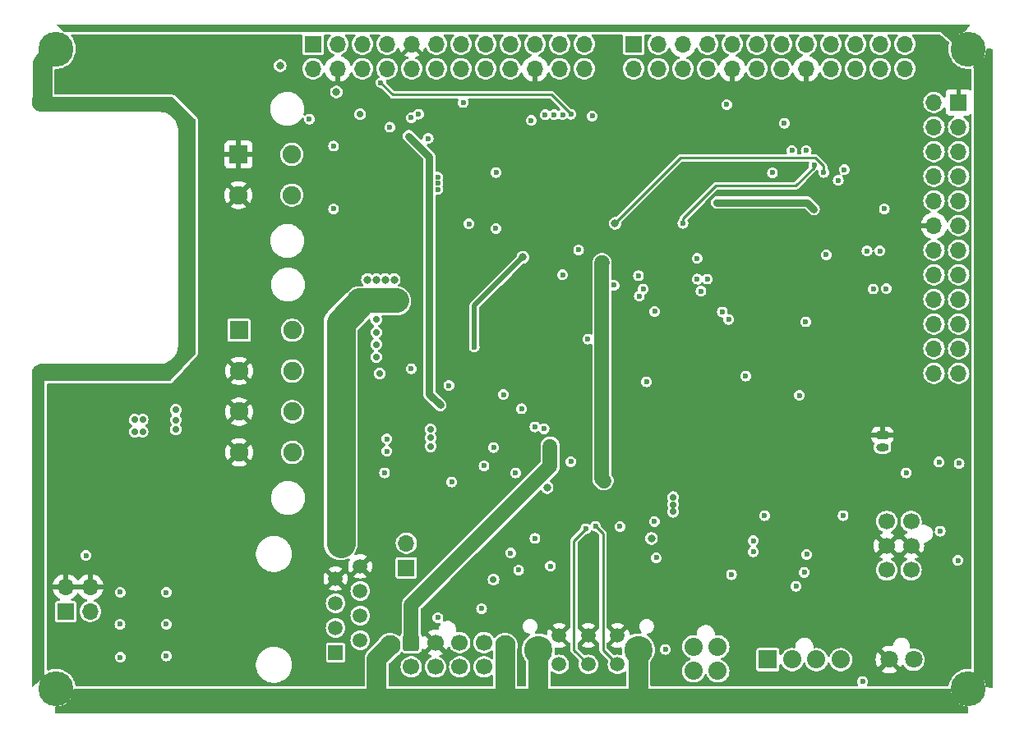
<source format=gbr>
%TF.GenerationSoftware,KiCad,Pcbnew,8.0.5*%
%TF.CreationDate,2024-12-26T16:36:04+00:00*%
%TF.ProjectId,mallow_adapt_v1.2,6d616c6c-6f77-45f6-9164-6170745f7631,rev?*%
%TF.SameCoordinates,Original*%
%TF.FileFunction,Copper,L2,Inr*%
%TF.FilePolarity,Positive*%
%FSLAX46Y46*%
G04 Gerber Fmt 4.6, Leading zero omitted, Abs format (unit mm)*
G04 Created by KiCad (PCBNEW 8.0.5) date 2024-12-26 16:36:04*
%MOMM*%
%LPD*%
G01*
G04 APERTURE LIST*
G04 Aperture macros list*
%AMRoundRect*
0 Rectangle with rounded corners*
0 $1 Rounding radius*
0 $2 $3 $4 $5 $6 $7 $8 $9 X,Y pos of 4 corners*
0 Add a 4 corners polygon primitive as box body*
4,1,4,$2,$3,$4,$5,$6,$7,$8,$9,$2,$3,0*
0 Add four circle primitives for the rounded corners*
1,1,$1+$1,$2,$3*
1,1,$1+$1,$4,$5*
1,1,$1+$1,$6,$7*
1,1,$1+$1,$8,$9*
0 Add four rect primitives between the rounded corners*
20,1,$1+$1,$2,$3,$4,$5,0*
20,1,$1+$1,$4,$5,$6,$7,0*
20,1,$1+$1,$6,$7,$8,$9,0*
20,1,$1+$1,$8,$9,$2,$3,0*%
G04 Aperture macros list end*
%TA.AperFunction,ComponentPad*%
%ADD10C,3.600000*%
%TD*%
%TA.AperFunction,ComponentPad*%
%ADD11C,1.520000*%
%TD*%
%TA.AperFunction,ComponentPad*%
%ADD12C,2.909999*%
%TD*%
%TA.AperFunction,ComponentPad*%
%ADD13R,1.875000X1.875000*%
%TD*%
%TA.AperFunction,ComponentPad*%
%ADD14C,1.875000*%
%TD*%
%TA.AperFunction,ComponentPad*%
%ADD15C,1.800000*%
%TD*%
%TA.AperFunction,ComponentPad*%
%ADD16R,1.700000X1.700000*%
%TD*%
%TA.AperFunction,ComponentPad*%
%ADD17O,1.700000X1.700000*%
%TD*%
%TA.AperFunction,ComponentPad*%
%ADD18R,1.500000X1.500000*%
%TD*%
%TA.AperFunction,ComponentPad*%
%ADD19C,1.500000*%
%TD*%
%TA.AperFunction,ComponentPad*%
%ADD20R,1.900000X1.900000*%
%TD*%
%TA.AperFunction,ComponentPad*%
%ADD21C,1.900000*%
%TD*%
%TA.AperFunction,ComponentPad*%
%ADD22RoundRect,0.250000X-0.600000X-0.600000X0.600000X-0.600000X0.600000X0.600000X-0.600000X0.600000X0*%
%TD*%
%TA.AperFunction,ComponentPad*%
%ADD23C,1.700000*%
%TD*%
%TA.AperFunction,ComponentPad*%
%ADD24C,2.100000*%
%TD*%
%TA.AperFunction,ComponentPad*%
%ADD25RoundRect,0.200000X-0.450000X0.200000X-0.450000X-0.200000X0.450000X-0.200000X0.450000X0.200000X0*%
%TD*%
%TA.AperFunction,ComponentPad*%
%ADD26O,1.300000X0.800000*%
%TD*%
%TA.AperFunction,ViaPad*%
%ADD27C,0.600000*%
%TD*%
%TA.AperFunction,ViaPad*%
%ADD28C,0.800000*%
%TD*%
%TA.AperFunction,ViaPad*%
%ADD29C,0.700000*%
%TD*%
%TA.AperFunction,Conductor*%
%ADD30C,0.400000*%
%TD*%
%TA.AperFunction,Conductor*%
%ADD31C,2.000000*%
%TD*%
%TA.AperFunction,Conductor*%
%ADD32C,0.250000*%
%TD*%
%TA.AperFunction,Conductor*%
%ADD33C,1.500000*%
%TD*%
%TA.AperFunction,Conductor*%
%ADD34C,0.500000*%
%TD*%
%TA.AperFunction,Conductor*%
%ADD35C,0.750000*%
%TD*%
%TA.AperFunction,Conductor*%
%ADD36C,2.500000*%
%TD*%
%TA.AperFunction,Conductor*%
%ADD37C,3.000000*%
%TD*%
G04 APERTURE END LIST*
D10*
%TO.N,GND_CHASSIS*%
%TO.C,H1*%
X218651085Y-61778600D03*
%TD*%
%TO.N,GND_CHASSIS*%
%TO.C,H4*%
X218651085Y-127778600D03*
%TD*%
%TO.N,GND_CHASSIS*%
%TO.C,H3*%
X124651095Y-127778600D03*
%TD*%
%TO.N,GND_CHASSIS*%
%TO.C,H2*%
X124651095Y-61778600D03*
%TD*%
D11*
%TO.N,Net-(J5-Pin_1)*%
%TO.C,J5*%
X176501097Y-125253599D03*
%TO.N,RS232_TX*%
X179501096Y-125253599D03*
%TO.N,RS232_RX*%
X182501095Y-125253599D03*
%TO.N,GND*%
X176501097Y-122253600D03*
X179501096Y-122253600D03*
X182501095Y-122253600D03*
D12*
%TO.N,GND_CHASSIS*%
X174351099Y-123753599D03*
X184651093Y-123753599D03*
%TD*%
D13*
%TO.N,/Rs485/RS485_A_1*%
%TO.C,J4*%
X198001095Y-124753600D03*
D14*
%TO.N,/Rs485/RS485_B_1*%
X200501095Y-124753600D03*
%TO.N,/Rs485/RS485_A_2*%
X203001095Y-124753600D03*
%TO.N,/Rs485/RS485_B_2*%
X205501095Y-124753600D03*
%TD*%
D15*
%TO.N,GND*%
%TO.C,J3*%
X210501095Y-124753600D03*
%TO.N,ALARM*%
X213001095Y-124753600D03*
%TD*%
D16*
%TO.N,unconnected-(X19-Pin_1-Pad1)*%
%TO.C,X19*%
X184171094Y-61278628D03*
D17*
%TO.N,unconnected-(X19-Pin_2-Pad2)*%
X184171094Y-63818628D03*
%TO.N,unconnected-(X19-Pin_3-Pad3)*%
X186711094Y-61278628D03*
%TO.N,unconnected-(X19-Pin_4-Pad4)*%
X186711094Y-63818628D03*
%TO.N,GND*%
X189251094Y-61278628D03*
%TO.N,unconnected-(X19-Pin_6-Pad6)*%
X189251094Y-63818628D03*
%TO.N,unconnected-(X19-Pin_7-Pad7)*%
X191791094Y-61278628D03*
%TO.N,unconnected-(X19-Pin_8-Pad8)*%
X191791094Y-63818628D03*
%TO.N,unconnected-(X19-Pin_9-Pad9)*%
X194331094Y-61278628D03*
%TO.N,GND*%
X194331094Y-63818628D03*
%TO.N,unconnected-(X19-Pin_11-Pad11)*%
X196871094Y-61278628D03*
%TO.N,unconnected-(X19-Pin_12-Pad12)*%
X196871094Y-63818628D03*
%TO.N,unconnected-(X19-Pin_13-Pad13)*%
X199411094Y-61278628D03*
%TO.N,unconnected-(X19-Pin_14-Pad14)*%
X199411094Y-63818628D03*
%TO.N,unconnected-(X19-Pin_15-Pad15)*%
X201951094Y-61278628D03*
%TO.N,GND*%
X201951094Y-63818628D03*
%TO.N,UART_1_RX*%
X204491094Y-61278628D03*
%TO.N,UART_1_TX*%
X204491094Y-63818628D03*
%TO.N,/Connectors/UART_1_RTS*%
X207031094Y-61278628D03*
%TO.N,/Connectors/UART_1_CTS*%
X207031094Y-63818628D03*
%TO.N,UART_2_RX*%
X209571094Y-61278628D03*
%TO.N,UART_2_TX*%
X209571094Y-63818628D03*
%TO.N,UART_2_RTS*%
X212111094Y-61278628D03*
%TO.N,UART_2_CTS*%
X212111094Y-63818628D03*
%TD*%
D18*
%TO.N,Net-(C60-Pad1)*%
%TO.C,J9*%
X153461095Y-124023600D03*
D19*
X156001095Y-122753600D03*
%TO.N,/Rs485/RXD+*%
X153461095Y-121483600D03*
%TO.N,/Rs485/T{slash}R-*%
X156001095Y-120213600D03*
%TO.N,/Rs485/RXD+*%
X153461095Y-118943600D03*
%TO.N,/Rs485/RXD-*%
X156001095Y-117673600D03*
%TO.N,GND*%
X153461095Y-116403600D03*
X156001095Y-115133600D03*
%TD*%
D20*
%TO.N,GND*%
%TO.C,J1*%
X143451095Y-72653600D03*
D21*
X143451095Y-76853600D03*
%TO.N,Net-(IC2-SENSEN)*%
X148951095Y-72653600D03*
X148951095Y-76853600D03*
%TD*%
D22*
%TO.N,Net-(J6-Pin_1)*%
%TO.C,J6*%
X161251095Y-123003600D03*
D23*
%TO.N,GND*%
X163751095Y-123003600D03*
%TO.N,/Connectors/ADC1*%
X166251095Y-123003600D03*
%TO.N,MOV_SENS*%
X168751095Y-123003600D03*
%TO.N,UART_2_TX_PROG*%
X161251095Y-125503600D03*
%TO.N,UART_2_RX_PROG*%
X163751095Y-125503600D03*
%TO.N,/Connectors/PROG{slash}*%
X166251095Y-125503600D03*
%TO.N,/Connectors/BOOT{slash}*%
X168751095Y-125503600D03*
D24*
%TO.N,GND_CHASSIS*%
X159081097Y-123293599D03*
X170921073Y-123293599D03*
%TD*%
D16*
%TO.N,+5V*%
%TO.C,X10*%
X151151095Y-61278600D03*
D17*
%TO.N,/Connectors/+3.3V*%
X151151095Y-63818600D03*
%TO.N,Net-(X10-Pin_3)*%
X153691095Y-61278600D03*
%TO.N,GND*%
X153691095Y-63818600D03*
%TO.N,/Connectors/ADC1*%
X156231095Y-61278600D03*
%TO.N,/Connectors/ADC2*%
X156231095Y-63818600D03*
%TO.N,/Connectors/ADC3*%
X158771095Y-61278600D03*
%TO.N,/Connectors/ADC4*%
X158771095Y-63818600D03*
%TO.N,GND*%
X161311095Y-61278600D03*
%TO.N,/Connectors/i2C_1_SDA*%
X161311095Y-63818600D03*
%TO.N,/Connectors/i2C_1_SCL*%
X163851095Y-61278600D03*
%TO.N,unconnected-(X10-Pin_12-Pad12)*%
X163851095Y-63818600D03*
%TO.N,unconnected-(X10-Pin_13-Pad13)*%
X166391095Y-61278600D03*
%TO.N,unconnected-(X10-Pin_14-Pad14)*%
X166391095Y-63818600D03*
%TO.N,unconnected-(X10-Pin_15-Pad15)*%
X168931095Y-61278600D03*
%TO.N,unconnected-(X10-Pin_16-Pad16)*%
X168931095Y-63818600D03*
%TO.N,unconnected-(X10-Pin_17-Pad17)*%
X171471095Y-61278600D03*
%TO.N,/Connectors/PWM1*%
X171471095Y-63818600D03*
%TO.N,/Connectors/PWM2*%
X174011095Y-61278600D03*
%TO.N,GND*%
X174011095Y-63818600D03*
%TO.N,/Connectors/PROG{slash}*%
X176551095Y-61278600D03*
%TO.N,Kerong*%
X176551095Y-63818600D03*
%TO.N,/Connectors/DC{slash}DC_EN*%
X179091095Y-61278600D03*
%TO.N,Net-(X10-Pin_24)*%
X179091095Y-63818600D03*
%TD*%
D20*
%TO.N,/Connectors/PRT_PWR*%
%TO.C,J10*%
X143513596Y-90778600D03*
D21*
%TO.N,GND*%
X143513596Y-94978600D03*
X143513596Y-99178600D03*
X143513596Y-103378600D03*
%TO.N,Net-(IC1-OUT_1)*%
X149013596Y-90778600D03*
X149013596Y-94978600D03*
%TO.N,+24V*%
X149013596Y-99178600D03*
X149013596Y-103378600D03*
%TD*%
D14*
%TO.N,/Connectors/Led*%
%TO.C,J2*%
X190341095Y-123433600D03*
%TO.N,/Connectors/FB*%
X190341095Y-125933600D03*
%TO.N,/Connectors/Led*%
X192841095Y-123433600D03*
%TO.N,/Connectors/FB*%
X192841095Y-125933600D03*
%TD*%
D16*
%TO.N,+12V*%
%TO.C,X5*%
X125651123Y-119778596D03*
D17*
X128191123Y-119778596D03*
%TO.N,GND*%
X125651123Y-117238596D03*
X128191123Y-117238596D03*
%TD*%
D16*
%TO.N,GND*%
%TO.C,X16*%
X217651087Y-67278624D03*
D17*
%TO.N,Net-(JP2-A)*%
X215111087Y-67278624D03*
%TO.N,unconnected-(X16-Pin_3-Pad3)*%
X217651087Y-69818624D03*
%TO.N,unconnected-(X16-Pin_4-Pad4)*%
X215111087Y-69818624D03*
%TO.N,WAKE_PIN*%
X217651087Y-72358624D03*
%TO.N,unconnected-(X16-Pin_6-Pad6)*%
X215111087Y-72358624D03*
%TO.N,/Connectors/CTRL_SLEEP*%
X217651087Y-74898624D03*
%TO.N,unconnected-(X16-Pin_8-Pad8)*%
X215111087Y-74898624D03*
%TO.N,/Connectors/CTRL_RESET*%
X217651087Y-77438624D03*
%TO.N,unconnected-(X16-Pin_10-Pad10)*%
X215111087Y-77438624D03*
%TO.N,unconnected-(X16-Pin_11-Pad11)*%
X217651087Y-79978624D03*
%TO.N,GND*%
X215111087Y-79978624D03*
%TO.N,/Connectors/SCANNER_EN*%
X217651087Y-82518624D03*
%TO.N,/Connectors/PRT_CTRL*%
X215111087Y-82518624D03*
%TO.N,/Connectors/SENS_EN*%
X217651087Y-85058624D03*
%TO.N,/Connectors/BOOT{slash}*%
X215111087Y-85058624D03*
%TO.N,unconnected-(X16-Pin_17-Pad17)*%
X217651087Y-87598624D03*
%TO.N,unconnected-(X16-Pin_18-Pad18)*%
X215111087Y-87598624D03*
%TO.N,unconnected-(X16-Pin_19-Pad19)*%
X217651087Y-90138624D03*
%TO.N,unconnected-(X16-Pin_20-Pad20)*%
X215111087Y-90138624D03*
%TO.N,unconnected-(X16-Pin_21-Pad21)*%
X217651087Y-92678624D03*
%TO.N,unconnected-(X16-Pin_22-Pad22)*%
X215111087Y-92678624D03*
%TO.N,unconnected-(X16-Pin_23-Pad23)*%
X217651087Y-95218624D03*
%TO.N,unconnected-(X16-Pin_24-Pad24)*%
X215111087Y-95218624D03*
%TD*%
D23*
%TO.N,/Connectors/BAT2_in*%
%TO.C,J7*%
X212751095Y-110503600D03*
%TO.N,GND*%
X212751095Y-113003600D03*
%TO.N,/Connectors/BAT1_in*%
X212751095Y-115503600D03*
%TO.N,Net-(J7-Pin_4)*%
X210251095Y-110503600D03*
%TO.N,GND*%
X210251095Y-113003600D03*
%TO.N,Net-(J7-Pin_6)*%
X210251095Y-115503600D03*
%TD*%
D25*
%TO.N,GND*%
%TO.C,J11*%
X209801095Y-101628600D03*
D26*
%TO.N,TOUCH_INT*%
X209801095Y-102878600D03*
%TD*%
D16*
%TO.N,/Rs485/T{slash}R-*%
%TO.C,JP1*%
X160751095Y-115278600D03*
D17*
%TO.N,/Rs485/RXD-*%
X160751095Y-112738600D03*
%TD*%
D27*
%TO.N,GND*%
X150725060Y-125570414D03*
X165251095Y-117503600D03*
X201751095Y-79753600D03*
X194251095Y-73753600D03*
X183827597Y-79384895D03*
X166901095Y-69503600D03*
X156251095Y-109503600D03*
X151751095Y-106253600D03*
X204251095Y-120503600D03*
X207430390Y-68788608D03*
X216346049Y-88890542D03*
X208501095Y-88503600D03*
X175251095Y-111503600D03*
X200092687Y-108627490D03*
X132780669Y-119502710D03*
X153251095Y-86753600D03*
X187419679Y-79332626D03*
X209501095Y-92753600D03*
X159751095Y-121503600D03*
X193598326Y-78690297D03*
X137525809Y-126014809D03*
X164001095Y-71753600D03*
X182501095Y-101503600D03*
X206751095Y-94503600D03*
X165001095Y-77253600D03*
X211001095Y-94253600D03*
X126001095Y-112503600D03*
X208501095Y-96253600D03*
X214751095Y-107253600D03*
X183751095Y-77003600D03*
X217001095Y-123253600D03*
X210501095Y-98503600D03*
X216301784Y-73605912D03*
X216361875Y-94128863D03*
X156251095Y-97253600D03*
X175251095Y-109503600D03*
X175251095Y-93753600D03*
X129001095Y-126861204D03*
X137525809Y-116282285D03*
X203921263Y-108645809D03*
X199251095Y-82503600D03*
X212001095Y-84253600D03*
X210501095Y-66503600D03*
X198001095Y-75253600D03*
X183973122Y-107135267D03*
X182751095Y-62503600D03*
X218631360Y-105924573D03*
X216352473Y-83781124D03*
X200501095Y-81003600D03*
X174339366Y-114530255D03*
X161843737Y-81935125D03*
X164251095Y-82003600D03*
X189001095Y-72253600D03*
X214751095Y-103003600D03*
X207332187Y-71823271D03*
X169483031Y-99333333D03*
X179336581Y-109499309D03*
X162501095Y-120503600D03*
X174751095Y-86253600D03*
X143261950Y-125725811D03*
X172501095Y-96753600D03*
X201759598Y-121803555D03*
X182251095Y-91503600D03*
X159001095Y-98503600D03*
X137454561Y-122751635D03*
X186001095Y-81253600D03*
X179501095Y-104503600D03*
X197665727Y-113628855D03*
X213001095Y-96253600D03*
X195751095Y-80503600D03*
X168501095Y-108753600D03*
X218631360Y-101633963D03*
X203358700Y-77086141D03*
X216361875Y-97135754D03*
X158942425Y-80010013D03*
X216501095Y-112753600D03*
X166006847Y-94226786D03*
X160001095Y-72003600D03*
X198251095Y-78503600D03*
X183086881Y-106217374D03*
X194611174Y-79819200D03*
X216330223Y-91485964D03*
X161991716Y-84045801D03*
X144802064Y-124211308D03*
X166001095Y-79003600D03*
X168096673Y-102542357D03*
X172501095Y-91503600D03*
X164754412Y-110532461D03*
X188251095Y-90503600D03*
X199198131Y-120503600D03*
X167501095Y-65003600D03*
X137525809Y-119502710D03*
X188001095Y-65253600D03*
X185464457Y-79338733D03*
X204001095Y-87003600D03*
X164124489Y-73570114D03*
X199596049Y-72287081D03*
X156251095Y-108003600D03*
X186001095Y-73753600D03*
X197251095Y-73753600D03*
X132752170Y-126000559D03*
X179756136Y-107061089D03*
X170101095Y-77703600D03*
X217001095Y-121003600D03*
X159501095Y-77253600D03*
X151751095Y-97003600D03*
X178751095Y-89753600D03*
X190501095Y-65253600D03*
X196501095Y-72253600D03*
X155501095Y-77003600D03*
X213001095Y-101003600D03*
X155501095Y-73253600D03*
X179501095Y-98753600D03*
X151751095Y-107753600D03*
X184049944Y-115820414D03*
X161518791Y-73693781D03*
X151501095Y-88753600D03*
X179941090Y-115835463D03*
X171501095Y-112003600D03*
X182251095Y-95503600D03*
X216301784Y-76217160D03*
X171501095Y-106753600D03*
X193501095Y-72253600D03*
X132766420Y-122837133D03*
X190501095Y-88303600D03*
X151751095Y-95003600D03*
X165104516Y-64968736D03*
X213001095Y-107253600D03*
X178702245Y-87389292D03*
X198001095Y-65253600D03*
X204001095Y-73003600D03*
X156251095Y-106503600D03*
X132752170Y-116239536D03*
X216751095Y-100003600D03*
X170251095Y-65003600D03*
%TO.N,GND_CHASSIS*%
X198701095Y-129103600D03*
X194701095Y-129103600D03*
X122801095Y-122003600D03*
X128251095Y-95003600D03*
X132652448Y-59661607D03*
X188701095Y-129103600D03*
X220201095Y-96003600D03*
X138101095Y-80003600D03*
X220201095Y-98003600D03*
X138652448Y-59661607D03*
X134251095Y-95003600D03*
X137501095Y-93753600D03*
X190652448Y-59661607D03*
X122801095Y-114003600D03*
X156652448Y-59661607D03*
X182701095Y-129103600D03*
X150652448Y-59661607D03*
X130251095Y-95003600D03*
X123251095Y-67503600D03*
X186701095Y-129103600D03*
X148701095Y-129103600D03*
X131301095Y-67503600D03*
X188652448Y-59661607D03*
X212701095Y-129103600D03*
X220201095Y-104003600D03*
X122801095Y-108003600D03*
X184701095Y-129103600D03*
X220201095Y-80003600D03*
X152701095Y-129103600D03*
X212652448Y-59661607D03*
X194652448Y-59661607D03*
X122801095Y-120003600D03*
X220201095Y-112003600D03*
X132701095Y-129103600D03*
X138101095Y-76003600D03*
X138103337Y-92013824D03*
X184652448Y-59661607D03*
X133301095Y-67503600D03*
X168652448Y-59661607D03*
X154701095Y-129103600D03*
X129301095Y-67503600D03*
X122801095Y-118003600D03*
X136701095Y-129103600D03*
X202652448Y-59661607D03*
X220201095Y-88003600D03*
X176652448Y-59661607D03*
X202701095Y-129103600D03*
X136652448Y-59661607D03*
X220201095Y-68003600D03*
X220201095Y-108003600D03*
X164652448Y-59661607D03*
X220201095Y-114003600D03*
X123251095Y-65503600D03*
X122801095Y-112003600D03*
X137251095Y-68253600D03*
X122801095Y-106003600D03*
X182652448Y-59661607D03*
X220201095Y-76003600D03*
X144701095Y-129103600D03*
X162701095Y-129103600D03*
X138101095Y-72003600D03*
X138101095Y-86003600D03*
X148652448Y-59661607D03*
X208652448Y-59661607D03*
X130652448Y-59661607D03*
X172701095Y-129103600D03*
X220201095Y-116003600D03*
X140701095Y-129103600D03*
X122801095Y-124003600D03*
X220199859Y-120003599D03*
X174701095Y-129103600D03*
X196701095Y-129103600D03*
X206652448Y-59661607D03*
X214652448Y-59661607D03*
X144652448Y-59661607D03*
X166652448Y-59661607D03*
X146701095Y-129103600D03*
X168701095Y-129103600D03*
X138101095Y-70003600D03*
X132251095Y-95003600D03*
X220201095Y-92003600D03*
X138101095Y-78003600D03*
X122801095Y-104003600D03*
X166701095Y-129103600D03*
X128652448Y-59661607D03*
X142652448Y-59661607D03*
X220201095Y-70003600D03*
X220201095Y-78003600D03*
X122801095Y-110003600D03*
X162652448Y-59661607D03*
X186652448Y-59661607D03*
X178701095Y-129103600D03*
X220201095Y-74003600D03*
X160701095Y-129103600D03*
X122801095Y-96003600D03*
X220201095Y-66003600D03*
X220201095Y-102003600D03*
X200652448Y-59661607D03*
X170652448Y-59661607D03*
X220201095Y-118003600D03*
X124251095Y-95003600D03*
X190701095Y-129103600D03*
X220201095Y-100003600D03*
X138103337Y-90013824D03*
X122801095Y-98003600D03*
X146652448Y-59661607D03*
X204652448Y-59661607D03*
X127301095Y-67503600D03*
X196652448Y-59661607D03*
X198652448Y-59661607D03*
X154652448Y-59661607D03*
X158652448Y-59661607D03*
X220201095Y-84003600D03*
X220201095Y-86003600D03*
X138101095Y-82003600D03*
X214701095Y-129103600D03*
X138701095Y-129103600D03*
X134701095Y-129103600D03*
X152652448Y-59661607D03*
X122801095Y-102003600D03*
X220201095Y-94003600D03*
X138101095Y-74003600D03*
X220199859Y-124003599D03*
X140652448Y-59661607D03*
X220201095Y-82003600D03*
X210701095Y-129103600D03*
X138101095Y-84003600D03*
X130701095Y-129103600D03*
X134652448Y-59661607D03*
X206701095Y-129103600D03*
X160652448Y-59661607D03*
X176701095Y-129103600D03*
X220199859Y-122003599D03*
X220201095Y-106003600D03*
X122801095Y-116003600D03*
X192652448Y-59661607D03*
X135301095Y-67503600D03*
X122801095Y-100003600D03*
X126251095Y-95003600D03*
X200701095Y-129103600D03*
X220201095Y-110003600D03*
X158701095Y-129103600D03*
X210652448Y-59661607D03*
X220201095Y-90003600D03*
X125301095Y-67503600D03*
X204701095Y-129103600D03*
X170701095Y-129103600D03*
X180652448Y-59661607D03*
X174652448Y-59661607D03*
X156701095Y-129103600D03*
X164701095Y-129103600D03*
X192701095Y-129103600D03*
X178652448Y-59661607D03*
X142701095Y-129103600D03*
X136251095Y-95003600D03*
X172652448Y-59661607D03*
X208701095Y-129103600D03*
X220201095Y-72003600D03*
X180701095Y-129103600D03*
X138101095Y-88003600D03*
X150701095Y-129103600D03*
%TO.N,WAKE_PIN*%
X205251095Y-75322849D03*
D28*
%TO.N,+5V*%
X147751095Y-63503600D03*
X186001095Y-112253600D03*
D27*
%TO.N,/Connectors/ADC1*%
X165434153Y-106436658D03*
X150751095Y-69003600D03*
D28*
%TO.N,/Connectors/+3.3V*%
X153543595Y-66211100D03*
D27*
X217701095Y-104503600D03*
%TO.N,/Connectors/ADC4*%
X217576924Y-114528600D03*
X215626095Y-104378600D03*
X176859153Y-68545542D03*
%TO.N,/Connectors/ADC3*%
X158126095Y-65253600D03*
X215751095Y-111503600D03*
X177701095Y-68503600D03*
%TO.N,UART_2_RX*%
X209526095Y-82603600D03*
%TO.N,UART_2_TX*%
X208201095Y-82603600D03*
%TO.N,Net-(JP2-A)*%
X193751095Y-67503600D03*
%TO.N,+3.3VP*%
X169976095Y-80278600D03*
X164001095Y-75003600D03*
X167751095Y-92503600D03*
X164001095Y-75628600D03*
X182751095Y-111028600D03*
X190701095Y-83378600D03*
X174001095Y-112253600D03*
X170751095Y-97429051D03*
D28*
X180901095Y-100003600D03*
D27*
X201901095Y-89903600D03*
X180919595Y-83822100D03*
D28*
X172751095Y-83253600D03*
D27*
X164001095Y-76253600D03*
D28*
X181101095Y-106303600D03*
D29*
%TO.N,/Connectors/PRT_PWR*%
X137003595Y-100038117D03*
X137001095Y-99003600D03*
X137001095Y-101003600D03*
D28*
%TO.N,/Rs485/RS485_V+*%
X175251095Y-107003600D03*
D27*
X201751095Y-115753600D03*
D29*
X169726095Y-116503600D03*
D27*
X197651095Y-109903600D03*
X205751095Y-109903600D03*
D29*
%TO.N,Net-(C60-Pad1)*%
X163251095Y-101878600D03*
X163251095Y-102753600D03*
X163251095Y-101003600D03*
%TO.N,+1V8*%
X192751095Y-77603600D03*
D27*
X202738595Y-78291100D03*
X199701095Y-69428600D03*
X204001095Y-83003600D03*
X166619867Y-67298656D03*
X198466475Y-74538220D03*
D29*
X156001095Y-68503600D03*
D27*
X210001095Y-78253600D03*
D28*
%TO.N,+BATT+*%
X157667761Y-85563600D03*
D29*
X158001095Y-95253600D03*
D27*
X153251095Y-78253600D03*
D28*
X156751095Y-85563600D03*
X159501095Y-85563600D03*
X158584427Y-85563600D03*
D27*
%TO.N,+1V8_SB*%
X161001095Y-70753600D03*
X164251095Y-98503600D03*
X163126095Y-86563602D03*
%TO.N,Net-(D8-K)*%
X159036791Y-69842840D03*
%TO.N,+24V*%
X158751095Y-103253600D03*
D29*
X132751095Y-101253600D03*
X133580095Y-101253600D03*
D27*
X158751095Y-102003600D03*
D29*
X132751095Y-100003600D03*
X133580095Y-100003600D03*
D28*
%TO.N,+12V*%
X157751095Y-88103600D03*
D27*
X131267088Y-117807592D03*
D28*
X154001095Y-108753600D03*
X158751095Y-88103600D03*
D27*
X131254422Y-121107182D03*
X136011932Y-124384556D03*
D28*
X154001095Y-111753600D03*
X154001095Y-109753600D03*
D27*
X136030931Y-121097632D03*
D28*
X154001095Y-112753600D03*
X156751095Y-88103600D03*
D29*
X188251095Y-108753600D03*
D27*
X136021431Y-117829708D03*
D29*
X188255143Y-109503600D03*
D28*
X159751095Y-88103600D03*
D27*
X127751095Y-114003600D03*
D29*
X188251095Y-108003600D03*
D27*
X131276095Y-124503600D03*
D29*
%TO.N,Net-(IC1-OUT_1)*%
X157651095Y-92243600D03*
X157651095Y-90993600D03*
X157651095Y-93543600D03*
X157651095Y-89693600D03*
D27*
%TO.N,/Rs485/RS485_A_K*%
X172326095Y-115503600D03*
%TO.N,/Rs485/RS485_A_1*%
X202001095Y-113903600D03*
%TO.N,/Rs485/RS485_B_1*%
X200901095Y-117178600D03*
%TO.N,Net-(D7-A)*%
X161251095Y-94753600D03*
%TO.N,i2C_1_SCL_H*%
X162001095Y-68503600D03*
X175062620Y-68565125D03*
%TO.N,RS232_RX*%
X180251095Y-111003600D03*
%TO.N,RS232_TX*%
X179251095Y-111253600D03*
%TO.N,/UARTs/UART_2_TX_H*%
X191751095Y-85503600D03*
X185151096Y-86522838D03*
%TO.N,UART_2_TX_PROG*%
X186344717Y-88847222D03*
X196501095Y-113628600D03*
X187443037Y-123695542D03*
X184751095Y-87253600D03*
%TO.N,RS232_EN*%
X179901095Y-68703600D03*
X177701095Y-104328600D03*
X179448485Y-91700990D03*
X175601093Y-115103600D03*
%TO.N,/Rs485/UART_1_TX_H*%
X174001095Y-100753600D03*
%TO.N,/Connectors/SCANNER_EN*%
X186301095Y-110503600D03*
%TO.N,Kerong*%
X158501095Y-105503600D03*
X172001095Y-105503600D03*
X178501095Y-82503600D03*
%TO.N,/Connectors/SENS_EN*%
X195701095Y-95503600D03*
%TO.N,/Watchdog/WD{slash}INT*%
X170001095Y-74503600D03*
%TO.N,WD_OUT*%
X167201095Y-79803600D03*
X165130537Y-96499158D03*
%TO.N,A_MUX_OUT*%
X189251095Y-79753600D03*
X202751095Y-73753600D03*
%TO.N,B_MUX_OUT*%
X203751095Y-74503600D03*
D28*
X182251095Y-79753600D03*
D27*
%TO.N,/Rs485/UART_1_RX_H*%
X172626095Y-98878600D03*
%TO.N,/Rs485/RS485_B_K*%
X171501095Y-113753600D03*
%TO.N,UART_2_RX_PROG*%
X196501095Y-112503600D03*
X164001095Y-120428599D03*
%TO.N,/Connectors/PWM1*%
X173616475Y-69153600D03*
X185501095Y-96103600D03*
X176848712Y-85072099D03*
%TO.N,MOV_SENS*%
X201951095Y-72253600D03*
X174934153Y-100936658D03*
%TO.N,ALARM*%
X200476095Y-72253600D03*
%TO.N,TOUCH_INT*%
X205876095Y-74228600D03*
%TO.N,i2C_1_SDA_H*%
X161251095Y-68853600D03*
X175988356Y-68558629D03*
X163001095Y-71003600D03*
%TO.N,Net-(IC2-SENSEN)*%
X153251095Y-71791100D03*
%TO.N,Net-(J6-Pin_1)*%
X175559153Y-102753600D03*
%TO.N,UART_2_RX_2*%
X190701095Y-85503600D03*
X193301095Y-88903600D03*
X191101095Y-86753600D03*
%TO.N,UART_2_TX_1*%
X182151095Y-86135690D03*
X193953920Y-89672541D03*
%TO.N,UART_2_TX_2*%
X201251095Y-97503600D03*
X184666475Y-85168980D03*
%TO.N,UART_2_RTS*%
X208848874Y-86518452D03*
%TO.N,UART_2_CTS*%
X210201095Y-86503600D03*
%TO.N,/Connectors/Led*%
X194251095Y-116003600D03*
%TO.N,Net-(IC4-DIM)*%
X186501095Y-114253600D03*
%TO.N,/Connectors/PROG{slash}*%
X168751095Y-104753600D03*
X168501095Y-119503600D03*
%TO.N,/Connectors/BOOT{slash}*%
X212251095Y-105503600D03*
X207751095Y-127003600D03*
%TO.N,Net-(C12-Pad1)*%
X169739539Y-102876484D03*
%TD*%
D30*
%TO.N,GND*%
X161311095Y-61278600D02*
X160086095Y-62503600D01*
X160086095Y-62503600D02*
X159901095Y-62503600D01*
X161311095Y-61278600D02*
X162501095Y-62468600D01*
D31*
%TO.N,GND_CHASSIS*%
X123251095Y-67249999D02*
X123255799Y-67250086D01*
X170921073Y-128883622D02*
X170701095Y-129103600D01*
X124651095Y-61803600D02*
X123251095Y-63203600D01*
X124651095Y-61778600D02*
X124651095Y-61803600D01*
X170921073Y-123293599D02*
X170921073Y-128883622D01*
X157701095Y-124673601D02*
X157701095Y-128303600D01*
X123251095Y-63203600D02*
X123251095Y-67249999D01*
X174351099Y-123753599D02*
X174351099Y-128753604D01*
X174351099Y-128753604D02*
X174701095Y-129103600D01*
X159081097Y-123293599D02*
X157701095Y-124673601D01*
X184651093Y-123753599D02*
X184651093Y-129053598D01*
X184651093Y-129053598D02*
X184701095Y-129103600D01*
D32*
%TO.N,/Connectors/ADC3*%
X159376095Y-66503600D02*
X175701095Y-66503600D01*
X175701095Y-66503600D02*
X177701095Y-68503600D01*
X158126095Y-65253600D02*
X159376095Y-66503600D01*
D33*
%TO.N,+3.3VP*%
X180901095Y-100003600D02*
X180901095Y-83840600D01*
D34*
X167751095Y-92503600D02*
X167751095Y-88253600D01*
D33*
X181101095Y-106303600D02*
X180901095Y-106103600D01*
X180901095Y-106103600D02*
X180901095Y-100003600D01*
D34*
X167751095Y-88253600D02*
X172751095Y-83253600D01*
D33*
X180901095Y-83840600D02*
X180919595Y-83822100D01*
D35*
%TO.N,+1V8*%
X192751095Y-77603600D02*
X202051095Y-77603600D01*
X202051095Y-77603600D02*
X202738595Y-78291100D01*
%TO.N,+1V8_SB*%
X163126095Y-97378600D02*
X163126095Y-72878600D01*
X164251095Y-98503600D02*
X163126095Y-97378600D01*
X163126095Y-72878600D02*
X161001095Y-70753600D01*
D36*
%TO.N,+12V*%
X159751095Y-87753600D02*
X155901095Y-87753600D01*
D37*
X154001095Y-90003600D02*
X155751095Y-88253600D01*
X154001095Y-109753600D02*
X154001095Y-108753600D01*
X154001095Y-110753600D02*
X154001095Y-109753600D01*
X154001095Y-112753600D02*
X154001095Y-111753600D01*
X154001095Y-108753600D02*
X154001095Y-90003600D01*
X154001095Y-111753600D02*
X154001095Y-110753600D01*
D33*
X155901095Y-88103600D02*
X155751095Y-88253600D01*
D32*
%TO.N,RS232_RX*%
X181010346Y-123762850D02*
X182501095Y-125253599D01*
X181010346Y-111762851D02*
X181010346Y-123762850D01*
X180251095Y-111003600D02*
X181010346Y-111762851D01*
%TO.N,RS232_TX*%
X178003418Y-123755921D02*
X179501096Y-125253599D01*
X178003418Y-112501277D02*
X178003418Y-123755921D01*
X179251095Y-111253600D02*
X178003418Y-112501277D01*
%TO.N,A_MUX_OUT*%
X189251095Y-79253600D02*
X189251095Y-79753600D01*
X192626095Y-75878600D02*
X189251095Y-79253600D01*
X202751095Y-73753600D02*
X202751095Y-74003600D01*
X202751095Y-74003600D02*
X200876095Y-75878600D01*
X200876095Y-75878600D02*
X192626095Y-75878600D01*
%TO.N,B_MUX_OUT*%
X202884979Y-73003600D02*
X189001095Y-73003600D01*
X189001095Y-73003600D02*
X182251095Y-79753600D01*
X203751095Y-74503600D02*
X203751095Y-73869716D01*
X203751095Y-73869716D02*
X202884979Y-73003600D01*
D33*
%TO.N,Net-(J6-Pin_1)*%
X161251095Y-119094411D02*
X175559153Y-104786353D01*
X175559153Y-104786353D02*
X175559153Y-102753600D01*
X161251095Y-123003600D02*
X161251095Y-119094411D01*
%TD*%
%TA.AperFunction,Conductor*%
%TO.N,GND_CHASSIS*%
G36*
X216835221Y-127792952D02*
G01*
X216849436Y-127823938D01*
X216866198Y-128047622D01*
X216866200Y-128047634D01*
X216926230Y-128310646D01*
X217024795Y-128561784D01*
X217159680Y-128795412D01*
X217213380Y-128862750D01*
X217356832Y-128719297D01*
X217430673Y-128820930D01*
X217608755Y-128999012D01*
X217710384Y-129072850D01*
X217565934Y-129217301D01*
X217748569Y-129341821D01*
X217991620Y-129458868D01*
X217991633Y-129458873D01*
X218249421Y-129538389D01*
X218516196Y-129578600D01*
X218570477Y-129578600D01*
X218605125Y-129592952D01*
X218619477Y-129627600D01*
X218619470Y-129628437D01*
X218609190Y-130229937D01*
X218594248Y-130264335D01*
X218560197Y-130278100D01*
X124574493Y-130278100D01*
X124539845Y-130263748D01*
X124525493Y-130229100D01*
X124525557Y-130226590D01*
X124556403Y-129625089D01*
X124572511Y-129591223D01*
X124605339Y-129578600D01*
X124785984Y-129578600D01*
X125052758Y-129538389D01*
X125310546Y-129458873D01*
X125310548Y-129458872D01*
X125553616Y-129341817D01*
X125736244Y-129217302D01*
X125736244Y-129217301D01*
X125591794Y-129072851D01*
X125693425Y-128999012D01*
X125871507Y-128820930D01*
X125945346Y-128719298D01*
X126088799Y-128862751D01*
X126142493Y-128795421D01*
X126142494Y-128795420D01*
X126277384Y-128561784D01*
X126375949Y-128310646D01*
X126435979Y-128047634D01*
X126435981Y-128047622D01*
X126452744Y-127823938D01*
X126469645Y-127790459D01*
X126501607Y-127778600D01*
X216800573Y-127778600D01*
X216835221Y-127792952D01*
G37*
%TD.AperFunction*%
%TD*%
%TA.AperFunction,Conductor*%
%TO.N,GND_CHASSIS*%
G36*
X136766772Y-66773285D02*
G01*
X136787414Y-66789919D01*
X138964776Y-68967281D01*
X138998261Y-69028604D01*
X139001095Y-69054962D01*
X139001095Y-93205660D01*
X138981410Y-93272699D01*
X138968848Y-93289071D01*
X136537994Y-95963011D01*
X136478333Y-95999375D01*
X136446241Y-96003600D01*
X122151595Y-96003600D01*
X122151595Y-95265469D01*
X122152197Y-95253264D01*
X122165733Y-95116408D01*
X122167831Y-95095196D01*
X122171778Y-95074129D01*
X122213266Y-94925255D01*
X122220785Y-94905179D01*
X122287309Y-94765684D01*
X122298178Y-94747202D01*
X122387744Y-94621259D01*
X122401635Y-94604925D01*
X122511567Y-94496303D01*
X122528063Y-94482610D01*
X122655082Y-94394548D01*
X122673677Y-94383911D01*
X122813964Y-94319062D01*
X122834128Y-94311784D01*
X122983497Y-94272079D01*
X123004614Y-94268385D01*
X123146082Y-94256103D01*
X123163799Y-94254565D01*
X123174524Y-94254100D01*
X123242435Y-94254100D01*
X123243898Y-94254001D01*
X135298478Y-94238150D01*
X135314121Y-94239870D01*
X135314142Y-94239637D01*
X135322237Y-94240362D01*
X135322239Y-94240363D01*
X135322240Y-94240362D01*
X135322241Y-94240363D01*
X135327036Y-94240163D01*
X135375563Y-94238148D01*
X135380472Y-94238042D01*
X135433857Y-94237973D01*
X135433862Y-94237971D01*
X135441915Y-94236901D01*
X135441944Y-94237124D01*
X135457479Y-94234735D01*
X135511410Y-94232465D01*
X135511412Y-94232464D01*
X135511418Y-94232464D01*
X135754831Y-94191098D01*
X135991058Y-94119275D01*
X136216302Y-94018150D01*
X136426946Y-93889346D01*
X136619606Y-93734933D01*
X136791188Y-93557391D01*
X136938934Y-93359572D01*
X137060472Y-93144654D01*
X137153850Y-92916089D01*
X137217567Y-92677548D01*
X137250600Y-92432864D01*
X137250992Y-92383350D01*
X137251626Y-92374214D01*
X137251594Y-92307952D01*
X137251597Y-92306975D01*
X137252066Y-92243526D01*
X137252065Y-92243524D01*
X137252089Y-92240364D01*
X137251558Y-92231822D01*
X137241142Y-70213736D01*
X137242887Y-70197935D01*
X137242689Y-70197918D01*
X137243414Y-70189828D01*
X137242283Y-70162613D01*
X137241209Y-70136755D01*
X137241103Y-70131744D01*
X137241079Y-70078632D01*
X137241077Y-70078625D01*
X137240014Y-70070572D01*
X137240176Y-70070550D01*
X137237735Y-70054628D01*
X137235441Y-70000160D01*
X137193910Y-69755784D01*
X137193909Y-69755780D01*
X137193907Y-69755772D01*
X137121801Y-69518621D01*
X137020276Y-69292491D01*
X136975766Y-69219700D01*
X136890961Y-69081012D01*
X136735937Y-68887590D01*
X136557693Y-68715330D01*
X136359091Y-68567000D01*
X136143329Y-68444984D01*
X136143326Y-68444982D01*
X136143323Y-68444981D01*
X135941888Y-68362686D01*
X135913850Y-68351231D01*
X135674369Y-68287263D01*
X135428721Y-68254099D01*
X135428716Y-68254098D01*
X135378714Y-68253700D01*
X135370065Y-68253100D01*
X135366987Y-68253100D01*
X135303393Y-68253100D01*
X135302478Y-68253097D01*
X135235463Y-68252602D01*
X135227421Y-68253100D01*
X123235913Y-68253100D01*
X123235868Y-68253097D01*
X123227629Y-68253097D01*
X123213032Y-68253097D01*
X123167144Y-68253099D01*
X123156337Y-68252627D01*
X122997139Y-68238704D01*
X122975851Y-68234952D01*
X122826720Y-68194996D01*
X122806409Y-68187603D01*
X122666492Y-68122362D01*
X122647771Y-68111554D01*
X122521311Y-68023007D01*
X122504753Y-68009113D01*
X122395584Y-67899944D01*
X122381696Y-67883393D01*
X122293139Y-67756919D01*
X122282334Y-67738202D01*
X122217095Y-67598289D01*
X122209702Y-67577978D01*
X122169745Y-67428843D01*
X122165995Y-67407570D01*
X122152065Y-67248278D01*
X122151595Y-67237491D01*
X122151598Y-67177068D01*
X122151596Y-67177064D01*
X122151597Y-67167101D01*
X122151593Y-67167063D01*
X122151593Y-66877597D01*
X122171278Y-66810561D01*
X122224082Y-66764806D01*
X122275593Y-66753600D01*
X136699733Y-66753600D01*
X136766772Y-66773285D01*
G37*
%TD.AperFunction*%
%TD*%
%TA.AperFunction,Conductor*%
%TO.N,GND_CHASSIS*%
G36*
X218763392Y-59293452D02*
G01*
X218777744Y-59328100D01*
X218767007Y-59358710D01*
X218244904Y-60011337D01*
X218221084Y-60027550D01*
X217991633Y-60098326D01*
X217991620Y-60098331D01*
X217748564Y-60215381D01*
X217565933Y-60339896D01*
X217710385Y-60484348D01*
X217608755Y-60558188D01*
X217430673Y-60736270D01*
X217356833Y-60837901D01*
X217213380Y-60694448D01*
X217159680Y-60761787D01*
X217026762Y-60992009D01*
X216997009Y-61014839D01*
X216959827Y-61009944D01*
X216952958Y-61005152D01*
X215751096Y-60003600D01*
X215751095Y-60003600D01*
X125518836Y-60003600D01*
X125487467Y-59992243D01*
X124735667Y-59365743D01*
X124718237Y-59332536D01*
X124729393Y-59296731D01*
X124762600Y-59279301D01*
X124767036Y-59279100D01*
X218728744Y-59279100D01*
X218763392Y-59293452D01*
G37*
%TD.AperFunction*%
%TD*%
%TA.AperFunction,Conductor*%
%TO.N,GND_CHASSIS*%
G36*
X221092781Y-61778593D02*
G01*
X221138960Y-61831027D01*
X221150585Y-61883446D01*
X221150585Y-127556529D01*
X221130900Y-127623568D01*
X221078096Y-127669323D01*
X221014247Y-127679914D01*
X220548006Y-127633290D01*
X220483257Y-127607032D01*
X220442984Y-127549937D01*
X220436691Y-127519171D01*
X220435971Y-127509572D01*
X220435971Y-127509571D01*
X220375942Y-127246566D01*
X220375936Y-127246547D01*
X220277375Y-126995418D01*
X220277376Y-126995418D01*
X220142482Y-126761777D01*
X220088789Y-126694447D01*
X219945335Y-126837900D01*
X219871497Y-126736270D01*
X219693415Y-126558188D01*
X219591783Y-126484347D01*
X219736235Y-126339896D01*
X219553604Y-126215380D01*
X219321293Y-126103505D01*
X219269434Y-126056682D01*
X219251095Y-125991785D01*
X219251095Y-63863614D01*
X219251093Y-63863608D01*
X219166621Y-63641324D01*
X219161207Y-63571665D01*
X219194313Y-63510136D01*
X219245984Y-63478784D01*
X219310544Y-63458870D01*
X219310545Y-63458869D01*
X219553606Y-63341818D01*
X219736235Y-63217302D01*
X219591784Y-63072851D01*
X219693415Y-62999012D01*
X219871497Y-62820930D01*
X219945336Y-62719299D01*
X220088788Y-62862751D01*
X220088789Y-62862750D01*
X220142478Y-62795428D01*
X220142485Y-62795417D01*
X220277375Y-62561781D01*
X220375936Y-62310652D01*
X220375942Y-62310633D01*
X220435971Y-62047628D01*
X220435971Y-62047626D01*
X220448695Y-61877843D01*
X220473334Y-61812462D01*
X220529409Y-61770781D01*
X220571343Y-61763113D01*
X221025586Y-61759450D01*
X221092781Y-61778593D01*
G37*
%TD.AperFunction*%
%TD*%
%TA.AperFunction,Conductor*%
%TO.N,GND_CHASSIS*%
G36*
X123501095Y-126503600D02*
G01*
X123243412Y-126724470D01*
X123213390Y-126694448D01*
X123159696Y-126761780D01*
X123124510Y-126822722D01*
X123113964Y-126835425D01*
X122232484Y-127590980D01*
X122196837Y-127602632D01*
X122163391Y-127585665D01*
X122151595Y-127553776D01*
X122151595Y-96003600D01*
X123501095Y-96003600D01*
X123501095Y-126503600D01*
G37*
%TD.AperFunction*%
%TD*%
%TA.AperFunction,Conductor*%
%TO.N,GND*%
G36*
X127725198Y-117045603D02*
G01*
X127691123Y-117172770D01*
X127691123Y-117304422D01*
X127725198Y-117431589D01*
X127758111Y-117488596D01*
X126084135Y-117488596D01*
X126117048Y-117431589D01*
X126151123Y-117304422D01*
X126151123Y-117172770D01*
X126117048Y-117045603D01*
X126084135Y-116988596D01*
X127758111Y-116988596D01*
X127725198Y-117045603D01*
G37*
%TD.AperFunction*%
%TA.AperFunction,Conductor*%
G36*
X149995347Y-60278785D02*
G01*
X150041102Y-60331589D01*
X150050622Y-60397804D01*
X150051192Y-60397861D01*
X150050963Y-60400176D01*
X150051046Y-60400747D01*
X150050720Y-60402645D01*
X150050595Y-60403923D01*
X150050595Y-62153278D01*
X150065127Y-62226335D01*
X150065128Y-62226339D01*
X150071096Y-62235271D01*
X150120494Y-62309201D01*
X150169428Y-62341897D01*
X150203355Y-62364566D01*
X150203359Y-62364567D01*
X150276416Y-62379099D01*
X150276419Y-62379100D01*
X150276421Y-62379100D01*
X152025771Y-62379100D01*
X152025772Y-62379099D01*
X152098835Y-62364566D01*
X152181696Y-62309201D01*
X152237061Y-62226340D01*
X152251595Y-62153274D01*
X152251595Y-60403926D01*
X152251595Y-60403923D01*
X152250998Y-60397861D01*
X152253127Y-60397651D01*
X152258492Y-60337701D01*
X152301354Y-60282523D01*
X152367243Y-60259278D01*
X152373882Y-60259100D01*
X152855824Y-60259100D01*
X152922863Y-60278785D01*
X152968618Y-60331589D01*
X152978562Y-60400747D01*
X152949537Y-60464303D01*
X152939362Y-60474737D01*
X152874332Y-60534018D01*
X152751422Y-60696778D01*
X152660517Y-60879339D01*
X152660512Y-60879352D01*
X152604697Y-61075517D01*
X152585880Y-61278599D01*
X152585880Y-61278600D01*
X152604697Y-61481682D01*
X152660512Y-61677847D01*
X152660517Y-61677860D01*
X152751422Y-61860421D01*
X152874332Y-62023181D01*
X153025053Y-62160580D01*
X153025055Y-62160582D01*
X153124236Y-62221992D01*
X153198458Y-62267948D01*
X153279378Y-62299296D01*
X153334780Y-62341869D01*
X153358371Y-62407635D01*
X153342660Y-62475716D01*
X153292637Y-62524495D01*
X153266681Y-62534697D01*
X153227614Y-62545165D01*
X153227602Y-62545170D01*
X153013517Y-62644999D01*
X153013515Y-62645000D01*
X152820021Y-62780486D01*
X152820015Y-62780491D01*
X152652986Y-62947520D01*
X152652981Y-62947526D01*
X152517495Y-63141020D01*
X152517494Y-63141022D01*
X152417665Y-63355107D01*
X152417663Y-63355111D01*
X152408687Y-63388611D01*
X152372321Y-63448271D01*
X152309474Y-63478799D01*
X152240098Y-63470504D01*
X152186221Y-63426018D01*
X152177912Y-63411788D01*
X152112628Y-63280680D01*
X152090768Y-63236779D01*
X152018454Y-63141020D01*
X151967857Y-63074018D01*
X151817136Y-62936619D01*
X151817134Y-62936617D01*
X151643737Y-62829255D01*
X151643730Y-62829251D01*
X151517864Y-62780491D01*
X151453551Y-62755576D01*
X151253071Y-62718100D01*
X151049119Y-62718100D01*
X150848639Y-62755576D01*
X150848636Y-62755576D01*
X150848636Y-62755577D01*
X150658459Y-62829251D01*
X150658452Y-62829255D01*
X150485055Y-62936617D01*
X150485053Y-62936619D01*
X150334332Y-63074018D01*
X150211422Y-63236778D01*
X150120517Y-63419339D01*
X150120512Y-63419352D01*
X150064697Y-63615517D01*
X150045880Y-63818599D01*
X150045880Y-63818600D01*
X150064697Y-64021682D01*
X150120512Y-64217847D01*
X150120517Y-64217860D01*
X150211422Y-64400421D01*
X150334332Y-64563181D01*
X150485053Y-64700580D01*
X150485055Y-64700582D01*
X150556435Y-64744778D01*
X150658458Y-64807948D01*
X150848639Y-64881624D01*
X151049119Y-64919100D01*
X151049121Y-64919100D01*
X151253069Y-64919100D01*
X151253071Y-64919100D01*
X151453551Y-64881624D01*
X151643732Y-64807948D01*
X151817136Y-64700581D01*
X151967859Y-64563179D01*
X152090768Y-64400421D01*
X152152693Y-64276056D01*
X152177912Y-64225412D01*
X152225414Y-64174175D01*
X152293077Y-64156753D01*
X152359418Y-64178678D01*
X152403373Y-64232989D01*
X152408687Y-64248589D01*
X152417662Y-64282085D01*
X152417665Y-64282092D01*
X152517494Y-64496178D01*
X152652989Y-64689682D01*
X152820012Y-64856705D01*
X153013516Y-64992200D01*
X153227602Y-65092029D01*
X153227611Y-65092033D01*
X153441095Y-65149234D01*
X153441095Y-64251612D01*
X153498102Y-64284525D01*
X153625269Y-64318600D01*
X153756921Y-64318600D01*
X153884088Y-64284525D01*
X153941095Y-64251612D01*
X153941095Y-65149233D01*
X154154578Y-65092033D01*
X154154587Y-65092029D01*
X154368673Y-64992200D01*
X154562177Y-64856705D01*
X154729200Y-64689682D01*
X154864695Y-64496178D01*
X154964524Y-64282092D01*
X154964526Y-64282089D01*
X154973501Y-64248592D01*
X155009865Y-64188931D01*
X155072711Y-64158400D01*
X155142087Y-64166694D01*
X155195966Y-64211178D01*
X155204277Y-64225411D01*
X155291422Y-64400421D01*
X155414332Y-64563181D01*
X155565053Y-64700580D01*
X155565055Y-64700582D01*
X155636435Y-64744778D01*
X155738458Y-64807948D01*
X155928639Y-64881624D01*
X156129119Y-64919100D01*
X156129121Y-64919100D01*
X156333069Y-64919100D01*
X156333071Y-64919100D01*
X156533551Y-64881624D01*
X156723732Y-64807948D01*
X156897136Y-64700581D01*
X157047859Y-64563179D01*
X157170768Y-64400421D01*
X157261677Y-64217850D01*
X157317492Y-64021683D01*
X157336310Y-63818600D01*
X157333743Y-63790902D01*
X157317492Y-63615517D01*
X157304143Y-63568600D01*
X157261677Y-63419350D01*
X157261268Y-63418529D01*
X157192628Y-63280680D01*
X157170768Y-63236779D01*
X157098454Y-63141020D01*
X157047857Y-63074018D01*
X156897136Y-62936619D01*
X156897134Y-62936617D01*
X156723737Y-62829255D01*
X156723730Y-62829251D01*
X156597864Y-62780491D01*
X156533551Y-62755576D01*
X156333071Y-62718100D01*
X156129119Y-62718100D01*
X155928639Y-62755576D01*
X155928636Y-62755576D01*
X155928636Y-62755577D01*
X155738459Y-62829251D01*
X155738452Y-62829255D01*
X155565055Y-62936617D01*
X155565053Y-62936619D01*
X155414332Y-63074018D01*
X155291422Y-63236778D01*
X155204277Y-63411788D01*
X155156774Y-63463025D01*
X155089111Y-63480446D01*
X155022771Y-63458520D01*
X154978816Y-63404209D01*
X154973502Y-63388608D01*
X154964529Y-63355118D01*
X154964524Y-63355107D01*
X154864695Y-63141022D01*
X154864694Y-63141020D01*
X154729208Y-62947526D01*
X154729203Y-62947520D01*
X154562177Y-62780494D01*
X154368673Y-62644999D01*
X154154587Y-62545170D01*
X154154572Y-62545164D01*
X154115509Y-62534697D01*
X154055849Y-62498332D01*
X154025321Y-62435485D01*
X154033616Y-62366109D01*
X154078102Y-62312232D01*
X154102805Y-62299298D01*
X154183732Y-62267948D01*
X154357136Y-62160581D01*
X154507859Y-62023179D01*
X154630768Y-61860421D01*
X154721677Y-61677850D01*
X154777492Y-61481683D01*
X154796310Y-61278600D01*
X154790210Y-61212774D01*
X154777492Y-61075517D01*
X154721677Y-60879350D01*
X154721268Y-60878529D01*
X154671510Y-60778600D01*
X154630768Y-60696779D01*
X154507859Y-60534021D01*
X154507857Y-60534018D01*
X154442828Y-60474737D01*
X154406546Y-60415026D01*
X154408307Y-60345178D01*
X154447550Y-60287371D01*
X154511817Y-60259956D01*
X154526366Y-60259100D01*
X155395824Y-60259100D01*
X155462863Y-60278785D01*
X155508618Y-60331589D01*
X155518562Y-60400747D01*
X155489537Y-60464303D01*
X155479362Y-60474737D01*
X155414332Y-60534018D01*
X155291422Y-60696778D01*
X155200517Y-60879339D01*
X155200512Y-60879352D01*
X155144697Y-61075517D01*
X155125880Y-61278599D01*
X155125880Y-61278600D01*
X155144697Y-61481682D01*
X155200512Y-61677847D01*
X155200517Y-61677860D01*
X155291422Y-61860421D01*
X155414332Y-62023181D01*
X155565053Y-62160580D01*
X155565055Y-62160582D01*
X155664236Y-62221992D01*
X155738458Y-62267948D01*
X155928639Y-62341624D01*
X156129119Y-62379100D01*
X156129121Y-62379100D01*
X156333069Y-62379100D01*
X156333071Y-62379100D01*
X156533551Y-62341624D01*
X156723732Y-62267948D01*
X156897136Y-62160581D01*
X157047859Y-62023179D01*
X157170768Y-61860421D01*
X157261677Y-61677850D01*
X157317492Y-61481683D01*
X157336310Y-61278600D01*
X157330210Y-61212774D01*
X157317492Y-61075517D01*
X157261677Y-60879350D01*
X157261268Y-60878529D01*
X157211510Y-60778600D01*
X157170768Y-60696779D01*
X157047859Y-60534021D01*
X157047857Y-60534018D01*
X156982828Y-60474737D01*
X156946546Y-60415026D01*
X156948307Y-60345178D01*
X156987550Y-60287371D01*
X157051817Y-60259956D01*
X157066366Y-60259100D01*
X157935824Y-60259100D01*
X158002863Y-60278785D01*
X158048618Y-60331589D01*
X158058562Y-60400747D01*
X158029537Y-60464303D01*
X158019362Y-60474737D01*
X157954332Y-60534018D01*
X157831422Y-60696778D01*
X157740517Y-60879339D01*
X157740512Y-60879352D01*
X157684697Y-61075517D01*
X157665880Y-61278599D01*
X157665880Y-61278600D01*
X157684697Y-61481682D01*
X157740512Y-61677847D01*
X157740517Y-61677860D01*
X157831422Y-61860421D01*
X157954332Y-62023181D01*
X158105053Y-62160580D01*
X158105055Y-62160582D01*
X158204236Y-62221992D01*
X158278458Y-62267948D01*
X158468639Y-62341624D01*
X158669119Y-62379100D01*
X158669121Y-62379100D01*
X158873069Y-62379100D01*
X158873071Y-62379100D01*
X159073551Y-62341624D01*
X159263732Y-62267948D01*
X159437136Y-62160581D01*
X159587859Y-62023179D01*
X159710768Y-61860421D01*
X159772693Y-61736056D01*
X159797912Y-61685412D01*
X159845414Y-61634175D01*
X159913077Y-61616753D01*
X159979418Y-61638678D01*
X160023373Y-61692989D01*
X160028687Y-61708589D01*
X160037662Y-61742085D01*
X160037665Y-61742092D01*
X160137494Y-61956178D01*
X160272989Y-62149682D01*
X160440012Y-62316705D01*
X160633516Y-62452200D01*
X160847602Y-62552029D01*
X160847611Y-62552033D01*
X160886678Y-62562501D01*
X160946339Y-62598866D01*
X160976868Y-62661713D01*
X160968574Y-62731088D01*
X160924088Y-62784966D01*
X160899379Y-62797902D01*
X160818468Y-62829247D01*
X160818452Y-62829255D01*
X160645055Y-62936617D01*
X160645053Y-62936619D01*
X160494332Y-63074018D01*
X160371422Y-63236778D01*
X160280517Y-63419339D01*
X160280512Y-63419352D01*
X160224697Y-63615517D01*
X160205880Y-63818599D01*
X160205880Y-63818600D01*
X160224697Y-64021682D01*
X160280512Y-64217847D01*
X160280517Y-64217860D01*
X160371422Y-64400421D01*
X160494332Y-64563181D01*
X160645053Y-64700580D01*
X160645055Y-64700582D01*
X160716435Y-64744778D01*
X160818458Y-64807948D01*
X161008639Y-64881624D01*
X161209119Y-64919100D01*
X161209121Y-64919100D01*
X161413069Y-64919100D01*
X161413071Y-64919100D01*
X161613551Y-64881624D01*
X161803732Y-64807948D01*
X161977136Y-64700581D01*
X162127859Y-64563179D01*
X162250768Y-64400421D01*
X162341677Y-64217850D01*
X162397492Y-64021683D01*
X162416310Y-63818600D01*
X162416310Y-63818599D01*
X162745880Y-63818599D01*
X162745880Y-63818600D01*
X162764697Y-64021682D01*
X162820512Y-64217847D01*
X162820517Y-64217860D01*
X162911422Y-64400421D01*
X163034332Y-64563181D01*
X163185053Y-64700580D01*
X163185055Y-64700582D01*
X163256435Y-64744778D01*
X163358458Y-64807948D01*
X163548639Y-64881624D01*
X163749119Y-64919100D01*
X163749121Y-64919100D01*
X163953069Y-64919100D01*
X163953071Y-64919100D01*
X164153551Y-64881624D01*
X164343732Y-64807948D01*
X164517136Y-64700581D01*
X164667859Y-64563179D01*
X164790768Y-64400421D01*
X164881677Y-64217850D01*
X164937492Y-64021683D01*
X164956310Y-63818600D01*
X164956310Y-63818599D01*
X165285880Y-63818599D01*
X165285880Y-63818600D01*
X165304697Y-64021682D01*
X165360512Y-64217847D01*
X165360517Y-64217860D01*
X165451422Y-64400421D01*
X165574332Y-64563181D01*
X165725053Y-64700580D01*
X165725055Y-64700582D01*
X165796435Y-64744778D01*
X165898458Y-64807948D01*
X166088639Y-64881624D01*
X166289119Y-64919100D01*
X166289121Y-64919100D01*
X166493069Y-64919100D01*
X166493071Y-64919100D01*
X166693551Y-64881624D01*
X166883732Y-64807948D01*
X167057136Y-64700581D01*
X167207859Y-64563179D01*
X167330768Y-64400421D01*
X167421677Y-64217850D01*
X167477492Y-64021683D01*
X167496310Y-63818600D01*
X167496310Y-63818599D01*
X167825880Y-63818599D01*
X167825880Y-63818600D01*
X167844697Y-64021682D01*
X167900512Y-64217847D01*
X167900517Y-64217860D01*
X167991422Y-64400421D01*
X168114332Y-64563181D01*
X168265053Y-64700580D01*
X168265055Y-64700582D01*
X168336435Y-64744778D01*
X168438458Y-64807948D01*
X168628639Y-64881624D01*
X168829119Y-64919100D01*
X168829121Y-64919100D01*
X169033069Y-64919100D01*
X169033071Y-64919100D01*
X169233551Y-64881624D01*
X169423732Y-64807948D01*
X169597136Y-64700581D01*
X169747859Y-64563179D01*
X169870768Y-64400421D01*
X169961677Y-64217850D01*
X170017492Y-64021683D01*
X170036310Y-63818600D01*
X170033743Y-63790902D01*
X170017492Y-63615517D01*
X170004143Y-63568600D01*
X169961677Y-63419350D01*
X169961268Y-63418529D01*
X169892628Y-63280680D01*
X169870768Y-63236779D01*
X169798454Y-63141020D01*
X169747857Y-63074018D01*
X169597136Y-62936619D01*
X169597134Y-62936617D01*
X169423737Y-62829255D01*
X169423730Y-62829251D01*
X169297864Y-62780491D01*
X169233551Y-62755576D01*
X169033071Y-62718100D01*
X168829119Y-62718100D01*
X168628639Y-62755576D01*
X168628636Y-62755576D01*
X168628636Y-62755577D01*
X168438459Y-62829251D01*
X168438452Y-62829255D01*
X168265055Y-62936617D01*
X168265053Y-62936619D01*
X168114332Y-63074018D01*
X167991422Y-63236778D01*
X167900517Y-63419339D01*
X167900512Y-63419352D01*
X167844697Y-63615517D01*
X167825880Y-63818599D01*
X167496310Y-63818599D01*
X167493743Y-63790902D01*
X167477492Y-63615517D01*
X167464143Y-63568600D01*
X167421677Y-63419350D01*
X167421268Y-63418529D01*
X167352628Y-63280680D01*
X167330768Y-63236779D01*
X167258454Y-63141020D01*
X167207857Y-63074018D01*
X167057136Y-62936619D01*
X167057134Y-62936617D01*
X166883737Y-62829255D01*
X166883730Y-62829251D01*
X166757864Y-62780491D01*
X166693551Y-62755576D01*
X166493071Y-62718100D01*
X166289119Y-62718100D01*
X166088639Y-62755576D01*
X166088636Y-62755576D01*
X166088636Y-62755577D01*
X165898459Y-62829251D01*
X165898452Y-62829255D01*
X165725055Y-62936617D01*
X165725053Y-62936619D01*
X165574332Y-63074018D01*
X165451422Y-63236778D01*
X165360517Y-63419339D01*
X165360512Y-63419352D01*
X165304697Y-63615517D01*
X165285880Y-63818599D01*
X164956310Y-63818599D01*
X164953743Y-63790902D01*
X164937492Y-63615517D01*
X164924143Y-63568600D01*
X164881677Y-63419350D01*
X164881268Y-63418529D01*
X164812628Y-63280680D01*
X164790768Y-63236779D01*
X164718454Y-63141020D01*
X164667857Y-63074018D01*
X164517136Y-62936619D01*
X164517134Y-62936617D01*
X164343737Y-62829255D01*
X164343730Y-62829251D01*
X164217864Y-62780491D01*
X164153551Y-62755576D01*
X163953071Y-62718100D01*
X163749119Y-62718100D01*
X163548639Y-62755576D01*
X163548636Y-62755576D01*
X163548636Y-62755577D01*
X163358459Y-62829251D01*
X163358452Y-62829255D01*
X163185055Y-62936617D01*
X163185053Y-62936619D01*
X163034332Y-63074018D01*
X162911422Y-63236778D01*
X162820517Y-63419339D01*
X162820512Y-63419352D01*
X162764697Y-63615517D01*
X162745880Y-63818599D01*
X162416310Y-63818599D01*
X162413743Y-63790902D01*
X162397492Y-63615517D01*
X162384143Y-63568600D01*
X162341677Y-63419350D01*
X162341268Y-63418529D01*
X162272628Y-63280680D01*
X162250768Y-63236779D01*
X162178454Y-63141020D01*
X162127857Y-63074018D01*
X161977136Y-62936619D01*
X161977134Y-62936617D01*
X161803737Y-62829255D01*
X161803730Y-62829251D01*
X161752712Y-62809487D01*
X161722809Y-62797902D01*
X161667408Y-62755330D01*
X161643818Y-62689563D01*
X161659529Y-62621483D01*
X161709553Y-62572704D01*
X161735512Y-62562501D01*
X161774576Y-62552034D01*
X161774587Y-62552029D01*
X161988673Y-62452200D01*
X162182177Y-62316705D01*
X162349200Y-62149682D01*
X162484695Y-61956178D01*
X162584524Y-61742092D01*
X162584526Y-61742089D01*
X162593501Y-61708592D01*
X162629865Y-61648931D01*
X162692711Y-61618400D01*
X162762087Y-61626694D01*
X162815966Y-61671178D01*
X162824277Y-61685411D01*
X162911422Y-61860421D01*
X163034332Y-62023181D01*
X163185053Y-62160580D01*
X163185055Y-62160582D01*
X163284236Y-62221992D01*
X163358458Y-62267948D01*
X163548639Y-62341624D01*
X163749119Y-62379100D01*
X163749121Y-62379100D01*
X163953069Y-62379100D01*
X163953071Y-62379100D01*
X164153551Y-62341624D01*
X164343732Y-62267948D01*
X164517136Y-62160581D01*
X164667859Y-62023179D01*
X164790768Y-61860421D01*
X164881677Y-61677850D01*
X164937492Y-61481683D01*
X164956310Y-61278600D01*
X164950210Y-61212774D01*
X164937492Y-61075517D01*
X164881677Y-60879350D01*
X164881268Y-60878529D01*
X164831510Y-60778600D01*
X164790768Y-60696779D01*
X164667859Y-60534021D01*
X164667857Y-60534018D01*
X164602828Y-60474737D01*
X164566546Y-60415026D01*
X164568307Y-60345178D01*
X164607550Y-60287371D01*
X164671817Y-60259956D01*
X164686366Y-60259100D01*
X165555824Y-60259100D01*
X165622863Y-60278785D01*
X165668618Y-60331589D01*
X165678562Y-60400747D01*
X165649537Y-60464303D01*
X165639362Y-60474737D01*
X165574332Y-60534018D01*
X165451422Y-60696778D01*
X165360517Y-60879339D01*
X165360512Y-60879352D01*
X165304697Y-61075517D01*
X165285880Y-61278599D01*
X165285880Y-61278600D01*
X165304697Y-61481682D01*
X165360512Y-61677847D01*
X165360517Y-61677860D01*
X165451422Y-61860421D01*
X165574332Y-62023181D01*
X165725053Y-62160580D01*
X165725055Y-62160582D01*
X165824236Y-62221992D01*
X165898458Y-62267948D01*
X166088639Y-62341624D01*
X166289119Y-62379100D01*
X166289121Y-62379100D01*
X166493069Y-62379100D01*
X166493071Y-62379100D01*
X166693551Y-62341624D01*
X166883732Y-62267948D01*
X167057136Y-62160581D01*
X167207859Y-62023179D01*
X167330768Y-61860421D01*
X167421677Y-61677850D01*
X167477492Y-61481683D01*
X167496310Y-61278600D01*
X167490210Y-61212774D01*
X167477492Y-61075517D01*
X167421677Y-60879350D01*
X167421268Y-60878529D01*
X167371510Y-60778600D01*
X167330768Y-60696779D01*
X167207859Y-60534021D01*
X167207857Y-60534018D01*
X167142828Y-60474737D01*
X167106546Y-60415026D01*
X167108307Y-60345178D01*
X167147550Y-60287371D01*
X167211817Y-60259956D01*
X167226366Y-60259100D01*
X168095824Y-60259100D01*
X168162863Y-60278785D01*
X168208618Y-60331589D01*
X168218562Y-60400747D01*
X168189537Y-60464303D01*
X168179362Y-60474737D01*
X168114332Y-60534018D01*
X167991422Y-60696778D01*
X167900517Y-60879339D01*
X167900512Y-60879352D01*
X167844697Y-61075517D01*
X167825880Y-61278599D01*
X167825880Y-61278600D01*
X167844697Y-61481682D01*
X167900512Y-61677847D01*
X167900517Y-61677860D01*
X167991422Y-61860421D01*
X168114332Y-62023181D01*
X168265053Y-62160580D01*
X168265055Y-62160582D01*
X168364236Y-62221992D01*
X168438458Y-62267948D01*
X168628639Y-62341624D01*
X168829119Y-62379100D01*
X168829121Y-62379100D01*
X169033069Y-62379100D01*
X169033071Y-62379100D01*
X169233551Y-62341624D01*
X169423732Y-62267948D01*
X169597136Y-62160581D01*
X169747859Y-62023179D01*
X169870768Y-61860421D01*
X169961677Y-61677850D01*
X170017492Y-61481683D01*
X170036310Y-61278600D01*
X170030210Y-61212774D01*
X170017492Y-61075517D01*
X169961677Y-60879350D01*
X169961268Y-60878529D01*
X169911510Y-60778600D01*
X169870768Y-60696779D01*
X169747859Y-60534021D01*
X169747857Y-60534018D01*
X169682828Y-60474737D01*
X169646546Y-60415026D01*
X169648307Y-60345178D01*
X169687550Y-60287371D01*
X169751817Y-60259956D01*
X169766366Y-60259100D01*
X170635824Y-60259100D01*
X170702863Y-60278785D01*
X170748618Y-60331589D01*
X170758562Y-60400747D01*
X170729537Y-60464303D01*
X170719362Y-60474737D01*
X170654332Y-60534018D01*
X170531422Y-60696778D01*
X170440517Y-60879339D01*
X170440512Y-60879352D01*
X170384697Y-61075517D01*
X170365880Y-61278599D01*
X170365880Y-61278600D01*
X170384697Y-61481682D01*
X170440512Y-61677847D01*
X170440517Y-61677860D01*
X170531422Y-61860421D01*
X170654332Y-62023181D01*
X170805053Y-62160580D01*
X170805055Y-62160582D01*
X170904236Y-62221992D01*
X170978458Y-62267948D01*
X171168639Y-62341624D01*
X171369119Y-62379100D01*
X171369121Y-62379100D01*
X171573069Y-62379100D01*
X171573071Y-62379100D01*
X171773551Y-62341624D01*
X171963732Y-62267948D01*
X172137136Y-62160581D01*
X172287859Y-62023179D01*
X172410768Y-61860421D01*
X172501677Y-61677850D01*
X172557492Y-61481683D01*
X172576310Y-61278600D01*
X172570210Y-61212774D01*
X172557492Y-61075517D01*
X172501677Y-60879350D01*
X172501268Y-60878529D01*
X172451510Y-60778600D01*
X172410768Y-60696779D01*
X172287859Y-60534021D01*
X172287857Y-60534018D01*
X172222828Y-60474737D01*
X172186546Y-60415026D01*
X172188307Y-60345178D01*
X172227550Y-60287371D01*
X172291817Y-60259956D01*
X172306366Y-60259100D01*
X173175824Y-60259100D01*
X173242863Y-60278785D01*
X173288618Y-60331589D01*
X173298562Y-60400747D01*
X173269537Y-60464303D01*
X173259362Y-60474737D01*
X173194332Y-60534018D01*
X173071422Y-60696778D01*
X172980517Y-60879339D01*
X172980512Y-60879352D01*
X172924697Y-61075517D01*
X172905880Y-61278599D01*
X172905880Y-61278600D01*
X172924697Y-61481682D01*
X172980512Y-61677847D01*
X172980517Y-61677860D01*
X173071422Y-61860421D01*
X173194332Y-62023181D01*
X173345053Y-62160580D01*
X173345055Y-62160582D01*
X173444236Y-62221992D01*
X173518458Y-62267948D01*
X173599378Y-62299296D01*
X173654780Y-62341869D01*
X173678371Y-62407635D01*
X173662660Y-62475716D01*
X173612637Y-62524495D01*
X173586681Y-62534697D01*
X173547614Y-62545165D01*
X173547602Y-62545170D01*
X173333517Y-62644999D01*
X173333515Y-62645000D01*
X173140021Y-62780486D01*
X173140015Y-62780491D01*
X172972986Y-62947520D01*
X172972981Y-62947526D01*
X172837495Y-63141020D01*
X172837494Y-63141022D01*
X172737665Y-63355107D01*
X172737663Y-63355111D01*
X172728687Y-63388611D01*
X172692321Y-63448271D01*
X172629474Y-63478799D01*
X172560098Y-63470504D01*
X172506221Y-63426018D01*
X172497912Y-63411788D01*
X172432628Y-63280680D01*
X172410768Y-63236779D01*
X172338454Y-63141020D01*
X172287857Y-63074018D01*
X172137136Y-62936619D01*
X172137134Y-62936617D01*
X171963737Y-62829255D01*
X171963730Y-62829251D01*
X171837864Y-62780491D01*
X171773551Y-62755576D01*
X171573071Y-62718100D01*
X171369119Y-62718100D01*
X171168639Y-62755576D01*
X171168636Y-62755576D01*
X171168636Y-62755577D01*
X170978459Y-62829251D01*
X170978452Y-62829255D01*
X170805055Y-62936617D01*
X170805053Y-62936619D01*
X170654332Y-63074018D01*
X170531422Y-63236778D01*
X170440517Y-63419339D01*
X170440512Y-63419352D01*
X170384697Y-63615517D01*
X170365880Y-63818599D01*
X170365880Y-63818600D01*
X170384697Y-64021682D01*
X170440512Y-64217847D01*
X170440517Y-64217860D01*
X170531422Y-64400421D01*
X170654332Y-64563181D01*
X170805053Y-64700580D01*
X170805055Y-64700582D01*
X170876435Y-64744778D01*
X170978458Y-64807948D01*
X171168639Y-64881624D01*
X171369119Y-64919100D01*
X171369121Y-64919100D01*
X171573069Y-64919100D01*
X171573071Y-64919100D01*
X171773551Y-64881624D01*
X171963732Y-64807948D01*
X172137136Y-64700581D01*
X172287859Y-64563179D01*
X172410768Y-64400421D01*
X172472693Y-64276056D01*
X172497912Y-64225412D01*
X172545414Y-64174175D01*
X172613077Y-64156753D01*
X172679418Y-64178678D01*
X172723373Y-64232989D01*
X172728687Y-64248589D01*
X172737662Y-64282085D01*
X172737665Y-64282092D01*
X172837494Y-64496178D01*
X172972989Y-64689682D01*
X173140012Y-64856705D01*
X173333516Y-64992200D01*
X173547602Y-65092029D01*
X173547611Y-65092033D01*
X173761095Y-65149234D01*
X173761095Y-64251612D01*
X173818102Y-64284525D01*
X173945269Y-64318600D01*
X174076921Y-64318600D01*
X174204088Y-64284525D01*
X174261095Y-64251612D01*
X174261095Y-65149233D01*
X174474578Y-65092033D01*
X174474587Y-65092029D01*
X174688673Y-64992200D01*
X174882177Y-64856705D01*
X175049200Y-64689682D01*
X175184695Y-64496178D01*
X175284524Y-64282092D01*
X175284526Y-64282089D01*
X175293501Y-64248592D01*
X175329865Y-64188931D01*
X175392711Y-64158400D01*
X175462087Y-64166694D01*
X175515966Y-64211178D01*
X175524277Y-64225411D01*
X175611422Y-64400421D01*
X175734332Y-64563181D01*
X175885053Y-64700580D01*
X175885055Y-64700582D01*
X175956435Y-64744778D01*
X176058458Y-64807948D01*
X176248639Y-64881624D01*
X176449119Y-64919100D01*
X176449121Y-64919100D01*
X176653069Y-64919100D01*
X176653071Y-64919100D01*
X176853551Y-64881624D01*
X177043732Y-64807948D01*
X177217136Y-64700581D01*
X177367859Y-64563179D01*
X177490768Y-64400421D01*
X177581677Y-64217850D01*
X177637492Y-64021683D01*
X177656310Y-63818600D01*
X177656310Y-63818599D01*
X177985880Y-63818599D01*
X177985880Y-63818600D01*
X178004697Y-64021682D01*
X178060512Y-64217847D01*
X178060517Y-64217860D01*
X178151422Y-64400421D01*
X178274332Y-64563181D01*
X178425053Y-64700580D01*
X178425055Y-64700582D01*
X178496435Y-64744778D01*
X178598458Y-64807948D01*
X178788639Y-64881624D01*
X178989119Y-64919100D01*
X178989121Y-64919100D01*
X179193069Y-64919100D01*
X179193071Y-64919100D01*
X179393551Y-64881624D01*
X179583732Y-64807948D01*
X179757136Y-64700581D01*
X179907859Y-64563179D01*
X180030768Y-64400421D01*
X180121677Y-64217850D01*
X180177492Y-64021683D01*
X180196307Y-63818627D01*
X183065879Y-63818627D01*
X183065879Y-63818628D01*
X183084696Y-64021710D01*
X183140511Y-64217875D01*
X183140516Y-64217888D01*
X183231421Y-64400449D01*
X183354331Y-64563209D01*
X183505052Y-64700608D01*
X183505054Y-64700610D01*
X183586045Y-64750757D01*
X183678457Y-64807976D01*
X183868638Y-64881652D01*
X184069118Y-64919128D01*
X184069120Y-64919128D01*
X184273068Y-64919128D01*
X184273070Y-64919128D01*
X184473550Y-64881652D01*
X184663731Y-64807976D01*
X184837135Y-64700609D01*
X184987858Y-64563207D01*
X185110767Y-64400449D01*
X185201676Y-64217878D01*
X185257491Y-64021711D01*
X185276309Y-63818628D01*
X185276309Y-63818627D01*
X185605879Y-63818627D01*
X185605879Y-63818628D01*
X185624696Y-64021710D01*
X185680511Y-64217875D01*
X185680516Y-64217888D01*
X185771421Y-64400449D01*
X185894331Y-64563209D01*
X186045052Y-64700608D01*
X186045054Y-64700610D01*
X186126045Y-64750757D01*
X186218457Y-64807976D01*
X186408638Y-64881652D01*
X186609118Y-64919128D01*
X186609120Y-64919128D01*
X186813068Y-64919128D01*
X186813070Y-64919128D01*
X187013550Y-64881652D01*
X187203731Y-64807976D01*
X187377135Y-64700609D01*
X187527858Y-64563207D01*
X187650767Y-64400449D01*
X187741676Y-64217878D01*
X187797491Y-64021711D01*
X187816309Y-63818628D01*
X187810209Y-63752802D01*
X187797491Y-63615545D01*
X187784134Y-63568600D01*
X187741676Y-63419378D01*
X187741663Y-63419352D01*
X187691495Y-63318600D01*
X187650767Y-63236807D01*
X187529085Y-63075674D01*
X187527856Y-63074046D01*
X187377135Y-62936647D01*
X187377133Y-62936645D01*
X187203736Y-62829283D01*
X187203729Y-62829279D01*
X187089415Y-62784994D01*
X187013550Y-62755604D01*
X186813070Y-62718128D01*
X186609118Y-62718128D01*
X186408638Y-62755604D01*
X186408635Y-62755604D01*
X186408635Y-62755605D01*
X186218458Y-62829279D01*
X186218451Y-62829283D01*
X186045054Y-62936645D01*
X186045052Y-62936647D01*
X185894331Y-63074046D01*
X185771421Y-63236806D01*
X185680516Y-63419367D01*
X185680511Y-63419380D01*
X185624696Y-63615545D01*
X185605879Y-63818627D01*
X185276309Y-63818627D01*
X185270209Y-63752802D01*
X185257491Y-63615545D01*
X185244134Y-63568600D01*
X185201676Y-63419378D01*
X185201663Y-63419352D01*
X185151495Y-63318600D01*
X185110767Y-63236807D01*
X184989085Y-63075674D01*
X184987856Y-63074046D01*
X184837135Y-62936647D01*
X184837133Y-62936645D01*
X184663736Y-62829283D01*
X184663729Y-62829279D01*
X184549415Y-62784994D01*
X184473550Y-62755604D01*
X184273070Y-62718128D01*
X184069118Y-62718128D01*
X183868638Y-62755604D01*
X183868635Y-62755604D01*
X183868635Y-62755605D01*
X183678458Y-62829279D01*
X183678451Y-62829283D01*
X183505054Y-62936645D01*
X183505052Y-62936647D01*
X183354331Y-63074046D01*
X183231421Y-63236806D01*
X183140516Y-63419367D01*
X183140511Y-63419380D01*
X183084696Y-63615545D01*
X183065879Y-63818627D01*
X180196307Y-63818627D01*
X180196310Y-63818600D01*
X180193743Y-63790902D01*
X180177492Y-63615517D01*
X180164143Y-63568600D01*
X180121677Y-63419350D01*
X180121268Y-63418529D01*
X180052628Y-63280680D01*
X180030768Y-63236779D01*
X179958454Y-63141020D01*
X179907857Y-63074018D01*
X179757136Y-62936619D01*
X179757134Y-62936617D01*
X179583737Y-62829255D01*
X179583730Y-62829251D01*
X179457864Y-62780491D01*
X179393551Y-62755576D01*
X179193071Y-62718100D01*
X178989119Y-62718100D01*
X178788639Y-62755576D01*
X178788636Y-62755576D01*
X178788636Y-62755577D01*
X178598459Y-62829251D01*
X178598452Y-62829255D01*
X178425055Y-62936617D01*
X178425053Y-62936619D01*
X178274332Y-63074018D01*
X178151422Y-63236778D01*
X178060517Y-63419339D01*
X178060512Y-63419352D01*
X178004697Y-63615517D01*
X177985880Y-63818599D01*
X177656310Y-63818599D01*
X177653743Y-63790902D01*
X177637492Y-63615517D01*
X177624143Y-63568600D01*
X177581677Y-63419350D01*
X177581268Y-63418529D01*
X177512628Y-63280680D01*
X177490768Y-63236779D01*
X177418454Y-63141020D01*
X177367857Y-63074018D01*
X177217136Y-62936619D01*
X177217134Y-62936617D01*
X177043737Y-62829255D01*
X177043730Y-62829251D01*
X176917864Y-62780491D01*
X176853551Y-62755576D01*
X176653071Y-62718100D01*
X176449119Y-62718100D01*
X176248639Y-62755576D01*
X176248636Y-62755576D01*
X176248636Y-62755577D01*
X176058459Y-62829251D01*
X176058452Y-62829255D01*
X175885055Y-62936617D01*
X175885053Y-62936619D01*
X175734332Y-63074018D01*
X175611422Y-63236778D01*
X175524277Y-63411788D01*
X175476774Y-63463025D01*
X175409111Y-63480446D01*
X175342771Y-63458520D01*
X175298816Y-63404209D01*
X175293502Y-63388608D01*
X175284529Y-63355118D01*
X175284524Y-63355107D01*
X175184695Y-63141022D01*
X175184694Y-63141020D01*
X175049208Y-62947526D01*
X175049203Y-62947520D01*
X174882177Y-62780494D01*
X174688673Y-62644999D01*
X174474587Y-62545170D01*
X174474572Y-62545164D01*
X174435509Y-62534697D01*
X174375849Y-62498332D01*
X174345321Y-62435485D01*
X174353616Y-62366109D01*
X174398102Y-62312232D01*
X174422805Y-62299298D01*
X174503732Y-62267948D01*
X174677136Y-62160581D01*
X174827859Y-62023179D01*
X174950768Y-61860421D01*
X175041677Y-61677850D01*
X175097492Y-61481683D01*
X175116310Y-61278600D01*
X175110210Y-61212774D01*
X175097492Y-61075517D01*
X175041677Y-60879350D01*
X175041268Y-60878529D01*
X174991510Y-60778600D01*
X174950768Y-60696779D01*
X174827859Y-60534021D01*
X174827857Y-60534018D01*
X174762828Y-60474737D01*
X174726546Y-60415026D01*
X174728307Y-60345178D01*
X174767550Y-60287371D01*
X174831817Y-60259956D01*
X174846366Y-60259100D01*
X175715824Y-60259100D01*
X175782863Y-60278785D01*
X175828618Y-60331589D01*
X175838562Y-60400747D01*
X175809537Y-60464303D01*
X175799362Y-60474737D01*
X175734332Y-60534018D01*
X175611422Y-60696778D01*
X175520517Y-60879339D01*
X175520512Y-60879352D01*
X175464697Y-61075517D01*
X175445880Y-61278599D01*
X175445880Y-61278600D01*
X175464697Y-61481682D01*
X175520512Y-61677847D01*
X175520517Y-61677860D01*
X175611422Y-61860421D01*
X175734332Y-62023181D01*
X175885053Y-62160580D01*
X175885055Y-62160582D01*
X175984236Y-62221992D01*
X176058458Y-62267948D01*
X176248639Y-62341624D01*
X176449119Y-62379100D01*
X176449121Y-62379100D01*
X176653069Y-62379100D01*
X176653071Y-62379100D01*
X176853551Y-62341624D01*
X177043732Y-62267948D01*
X177217136Y-62160581D01*
X177367859Y-62023179D01*
X177490768Y-61860421D01*
X177581677Y-61677850D01*
X177637492Y-61481683D01*
X177656310Y-61278600D01*
X177650210Y-61212774D01*
X177637492Y-61075517D01*
X177581677Y-60879350D01*
X177581268Y-60878529D01*
X177531510Y-60778600D01*
X177490768Y-60696779D01*
X177367859Y-60534021D01*
X177367857Y-60534018D01*
X177302828Y-60474737D01*
X177266546Y-60415026D01*
X177268307Y-60345178D01*
X177307550Y-60287371D01*
X177371817Y-60259956D01*
X177386366Y-60259100D01*
X178255824Y-60259100D01*
X178322863Y-60278785D01*
X178368618Y-60331589D01*
X178378562Y-60400747D01*
X178349537Y-60464303D01*
X178339362Y-60474737D01*
X178274332Y-60534018D01*
X178151422Y-60696778D01*
X178060517Y-60879339D01*
X178060512Y-60879352D01*
X178004697Y-61075517D01*
X177985880Y-61278599D01*
X177985880Y-61278600D01*
X178004697Y-61481682D01*
X178060512Y-61677847D01*
X178060517Y-61677860D01*
X178151422Y-61860421D01*
X178274332Y-62023181D01*
X178425053Y-62160580D01*
X178425055Y-62160582D01*
X178524236Y-62221992D01*
X178598458Y-62267948D01*
X178788639Y-62341624D01*
X178989119Y-62379100D01*
X178989121Y-62379100D01*
X179193069Y-62379100D01*
X179193071Y-62379100D01*
X179393551Y-62341624D01*
X179583732Y-62267948D01*
X179757136Y-62160581D01*
X179907859Y-62023179D01*
X180030768Y-61860421D01*
X180121677Y-61677850D01*
X180177492Y-61481683D01*
X180196310Y-61278600D01*
X180190210Y-61212774D01*
X180177492Y-61075517D01*
X180121677Y-60879350D01*
X180121268Y-60878529D01*
X180071510Y-60778600D01*
X180030768Y-60696779D01*
X179907859Y-60534021D01*
X179907857Y-60534018D01*
X179842828Y-60474737D01*
X179806546Y-60415026D01*
X179808307Y-60345178D01*
X179847550Y-60287371D01*
X179911817Y-60259956D01*
X179926366Y-60259100D01*
X182948313Y-60259100D01*
X183015352Y-60278785D01*
X183061107Y-60331589D01*
X183070632Y-60397833D01*
X183071191Y-60397889D01*
X183070967Y-60400163D01*
X183071051Y-60400747D01*
X183070718Y-60402687D01*
X183070594Y-60403951D01*
X183070594Y-62153306D01*
X183085126Y-62226363D01*
X183085127Y-62226367D01*
X183096987Y-62244117D01*
X183140493Y-62309229D01*
X183203687Y-62351453D01*
X183223354Y-62364594D01*
X183223358Y-62364595D01*
X183296415Y-62379127D01*
X183296418Y-62379128D01*
X183296420Y-62379128D01*
X185045770Y-62379128D01*
X185045771Y-62379127D01*
X185118834Y-62364594D01*
X185201695Y-62309229D01*
X185257060Y-62226368D01*
X185271594Y-62153302D01*
X185271594Y-60403954D01*
X185271594Y-60403951D01*
X185270997Y-60397889D01*
X185273122Y-60397679D01*
X185278477Y-60337719D01*
X185321331Y-60282535D01*
X185387217Y-60259279D01*
X185393875Y-60259100D01*
X185875854Y-60259100D01*
X185942893Y-60278785D01*
X185988648Y-60331589D01*
X185998592Y-60400747D01*
X185969567Y-60464303D01*
X185959392Y-60474737D01*
X185894331Y-60534047D01*
X185771421Y-60696806D01*
X185680516Y-60879367D01*
X185680511Y-60879380D01*
X185624696Y-61075545D01*
X185605879Y-61278627D01*
X185605879Y-61278628D01*
X185624696Y-61481710D01*
X185680511Y-61677875D01*
X185680516Y-61677888D01*
X185771421Y-61860449D01*
X185894331Y-62023209D01*
X186045052Y-62160608D01*
X186045054Y-62160610D01*
X186144235Y-62222020D01*
X186218457Y-62267976D01*
X186408638Y-62341652D01*
X186609118Y-62379128D01*
X186609120Y-62379128D01*
X186813068Y-62379128D01*
X186813070Y-62379128D01*
X187013550Y-62341652D01*
X187203731Y-62267976D01*
X187377135Y-62160609D01*
X187527858Y-62023207D01*
X187650767Y-61860449D01*
X187712692Y-61736084D01*
X187737911Y-61685440D01*
X187785413Y-61634203D01*
X187853076Y-61616781D01*
X187919417Y-61638706D01*
X187963372Y-61693017D01*
X187968686Y-61708617D01*
X187977661Y-61742113D01*
X187977664Y-61742120D01*
X188077493Y-61956206D01*
X188212988Y-62149710D01*
X188380011Y-62316733D01*
X188573515Y-62452228D01*
X188787601Y-62552057D01*
X188787610Y-62552061D01*
X188826677Y-62562529D01*
X188886338Y-62598894D01*
X188916867Y-62661741D01*
X188908573Y-62731116D01*
X188864087Y-62784994D01*
X188839378Y-62797930D01*
X188758467Y-62829275D01*
X188758451Y-62829283D01*
X188585054Y-62936645D01*
X188585052Y-62936647D01*
X188434331Y-63074046D01*
X188311421Y-63236806D01*
X188220516Y-63419367D01*
X188220511Y-63419380D01*
X188164696Y-63615545D01*
X188145879Y-63818627D01*
X188145879Y-63818628D01*
X188164696Y-64021710D01*
X188220511Y-64217875D01*
X188220516Y-64217888D01*
X188311421Y-64400449D01*
X188434331Y-64563209D01*
X188585052Y-64700608D01*
X188585054Y-64700610D01*
X188666045Y-64750757D01*
X188758457Y-64807976D01*
X188948638Y-64881652D01*
X189149118Y-64919128D01*
X189149120Y-64919128D01*
X189353068Y-64919128D01*
X189353070Y-64919128D01*
X189553550Y-64881652D01*
X189743731Y-64807976D01*
X189917135Y-64700609D01*
X190067858Y-64563207D01*
X190190767Y-64400449D01*
X190281676Y-64217878D01*
X190337491Y-64021711D01*
X190356309Y-63818628D01*
X190350209Y-63752802D01*
X190337491Y-63615545D01*
X190324134Y-63568600D01*
X190281676Y-63419378D01*
X190281663Y-63419352D01*
X190231495Y-63318600D01*
X190190767Y-63236807D01*
X190069085Y-63075674D01*
X190067856Y-63074046D01*
X189917135Y-62936647D01*
X189917133Y-62936645D01*
X189743736Y-62829283D01*
X189743729Y-62829279D01*
X189662809Y-62797931D01*
X189607407Y-62755358D01*
X189583817Y-62689591D01*
X189599528Y-62621511D01*
X189649552Y-62572732D01*
X189675511Y-62562529D01*
X189714575Y-62552062D01*
X189714586Y-62552057D01*
X189928672Y-62452228D01*
X190122176Y-62316733D01*
X190289199Y-62149710D01*
X190424694Y-61956206D01*
X190524523Y-61742120D01*
X190524525Y-61742117D01*
X190533500Y-61708620D01*
X190569864Y-61648959D01*
X190632710Y-61618428D01*
X190702086Y-61626722D01*
X190755965Y-61671206D01*
X190764276Y-61685439D01*
X190851421Y-61860449D01*
X190974331Y-62023209D01*
X191125052Y-62160608D01*
X191125054Y-62160610D01*
X191224235Y-62222020D01*
X191298457Y-62267976D01*
X191488638Y-62341652D01*
X191689118Y-62379128D01*
X191689120Y-62379128D01*
X191893068Y-62379128D01*
X191893070Y-62379128D01*
X192093550Y-62341652D01*
X192283731Y-62267976D01*
X192457135Y-62160609D01*
X192607858Y-62023207D01*
X192730767Y-61860449D01*
X192821676Y-61677878D01*
X192877491Y-61481711D01*
X192896309Y-61278628D01*
X192890209Y-61212802D01*
X192877491Y-61075545D01*
X192877483Y-61075517D01*
X192821676Y-60879378D01*
X192821663Y-60879352D01*
X192771495Y-60778600D01*
X192730767Y-60696807D01*
X192607858Y-60534049D01*
X192607824Y-60534018D01*
X192542796Y-60474737D01*
X192506514Y-60415026D01*
X192508275Y-60345179D01*
X192547518Y-60287371D01*
X192611785Y-60259956D01*
X192626334Y-60259100D01*
X193495854Y-60259100D01*
X193562893Y-60278785D01*
X193608648Y-60331589D01*
X193618592Y-60400747D01*
X193589567Y-60464303D01*
X193579392Y-60474737D01*
X193514331Y-60534047D01*
X193391421Y-60696806D01*
X193300516Y-60879367D01*
X193300511Y-60879380D01*
X193244696Y-61075545D01*
X193225879Y-61278627D01*
X193225879Y-61278628D01*
X193244696Y-61481710D01*
X193300511Y-61677875D01*
X193300516Y-61677888D01*
X193391421Y-61860449D01*
X193514331Y-62023209D01*
X193665052Y-62160608D01*
X193665054Y-62160610D01*
X193764235Y-62222020D01*
X193838457Y-62267976D01*
X193919377Y-62299324D01*
X193974779Y-62341897D01*
X193998370Y-62407663D01*
X193982659Y-62475744D01*
X193932636Y-62524523D01*
X193906680Y-62534725D01*
X193867613Y-62545193D01*
X193867601Y-62545198D01*
X193653516Y-62645027D01*
X193653514Y-62645028D01*
X193460020Y-62780514D01*
X193460014Y-62780519D01*
X193292985Y-62947548D01*
X193292980Y-62947554D01*
X193157494Y-63141048D01*
X193157493Y-63141050D01*
X193057664Y-63355135D01*
X193057662Y-63355139D01*
X193048686Y-63388639D01*
X193012320Y-63448299D01*
X192949473Y-63478827D01*
X192880097Y-63470532D01*
X192826220Y-63426046D01*
X192817911Y-63411816D01*
X192771495Y-63318600D01*
X192730767Y-63236807D01*
X192609085Y-63075674D01*
X192607856Y-63074046D01*
X192457135Y-62936647D01*
X192457133Y-62936645D01*
X192283736Y-62829283D01*
X192283729Y-62829279D01*
X192169415Y-62784994D01*
X192093550Y-62755604D01*
X191893070Y-62718128D01*
X191689118Y-62718128D01*
X191488638Y-62755604D01*
X191488635Y-62755604D01*
X191488635Y-62755605D01*
X191298458Y-62829279D01*
X191298451Y-62829283D01*
X191125054Y-62936645D01*
X191125052Y-62936647D01*
X190974331Y-63074046D01*
X190851421Y-63236806D01*
X190760516Y-63419367D01*
X190760511Y-63419380D01*
X190704696Y-63615545D01*
X190685879Y-63818627D01*
X190685879Y-63818628D01*
X190704696Y-64021710D01*
X190760511Y-64217875D01*
X190760516Y-64217888D01*
X190851421Y-64400449D01*
X190974331Y-64563209D01*
X191125052Y-64700608D01*
X191125054Y-64700610D01*
X191206045Y-64750757D01*
X191298457Y-64807976D01*
X191488638Y-64881652D01*
X191689118Y-64919128D01*
X191689120Y-64919128D01*
X191893068Y-64919128D01*
X191893070Y-64919128D01*
X192093550Y-64881652D01*
X192283731Y-64807976D01*
X192457135Y-64700609D01*
X192607858Y-64563207D01*
X192730767Y-64400449D01*
X192792692Y-64276084D01*
X192817911Y-64225440D01*
X192865413Y-64174203D01*
X192933076Y-64156781D01*
X192999417Y-64178706D01*
X193043372Y-64233017D01*
X193048686Y-64248617D01*
X193057661Y-64282113D01*
X193057664Y-64282120D01*
X193157493Y-64496206D01*
X193292988Y-64689710D01*
X193460011Y-64856733D01*
X193653515Y-64992228D01*
X193867601Y-65092057D01*
X193867610Y-65092061D01*
X194081094Y-65149262D01*
X194081094Y-64251640D01*
X194138101Y-64284553D01*
X194265268Y-64318628D01*
X194396920Y-64318628D01*
X194524087Y-64284553D01*
X194581094Y-64251640D01*
X194581094Y-65149261D01*
X194794577Y-65092061D01*
X194794586Y-65092057D01*
X195008672Y-64992228D01*
X195202176Y-64856733D01*
X195369199Y-64689710D01*
X195504694Y-64496206D01*
X195604523Y-64282120D01*
X195604525Y-64282117D01*
X195613500Y-64248620D01*
X195649864Y-64188959D01*
X195712710Y-64158428D01*
X195782086Y-64166722D01*
X195835965Y-64211206D01*
X195844276Y-64225439D01*
X195931421Y-64400449D01*
X196054331Y-64563209D01*
X196205052Y-64700608D01*
X196205054Y-64700610D01*
X196286045Y-64750757D01*
X196378457Y-64807976D01*
X196568638Y-64881652D01*
X196769118Y-64919128D01*
X196769120Y-64919128D01*
X196973068Y-64919128D01*
X196973070Y-64919128D01*
X197173550Y-64881652D01*
X197363731Y-64807976D01*
X197537135Y-64700609D01*
X197687858Y-64563207D01*
X197810767Y-64400449D01*
X197901676Y-64217878D01*
X197957491Y-64021711D01*
X197976309Y-63818628D01*
X197970209Y-63752802D01*
X197957491Y-63615545D01*
X197944134Y-63568600D01*
X197901676Y-63419378D01*
X197901663Y-63419352D01*
X197851495Y-63318600D01*
X197810767Y-63236807D01*
X197689085Y-63075674D01*
X197687856Y-63074046D01*
X197537135Y-62936647D01*
X197537133Y-62936645D01*
X197363736Y-62829283D01*
X197363729Y-62829279D01*
X197249415Y-62784994D01*
X197173550Y-62755604D01*
X196973070Y-62718128D01*
X196769118Y-62718128D01*
X196568638Y-62755604D01*
X196568635Y-62755604D01*
X196568635Y-62755605D01*
X196378458Y-62829279D01*
X196378451Y-62829283D01*
X196205054Y-62936645D01*
X196205052Y-62936647D01*
X196054331Y-63074046D01*
X195931421Y-63236806D01*
X195844276Y-63411816D01*
X195796773Y-63463053D01*
X195729110Y-63480474D01*
X195662770Y-63458548D01*
X195618815Y-63404237D01*
X195613501Y-63388636D01*
X195604528Y-63355146D01*
X195604523Y-63355135D01*
X195504694Y-63141050D01*
X195504693Y-63141048D01*
X195369207Y-62947554D01*
X195369202Y-62947548D01*
X195202176Y-62780522D01*
X195008672Y-62645027D01*
X194794586Y-62545198D01*
X194794571Y-62545192D01*
X194755508Y-62534725D01*
X194695848Y-62498360D01*
X194665320Y-62435513D01*
X194673615Y-62366137D01*
X194718101Y-62312260D01*
X194742804Y-62299326D01*
X194823731Y-62267976D01*
X194997135Y-62160609D01*
X195147858Y-62023207D01*
X195270767Y-61860449D01*
X195361676Y-61677878D01*
X195417491Y-61481711D01*
X195436309Y-61278628D01*
X195430209Y-61212802D01*
X195417491Y-61075545D01*
X195417483Y-61075517D01*
X195361676Y-60879378D01*
X195361663Y-60879352D01*
X195311495Y-60778600D01*
X195270767Y-60696807D01*
X195147858Y-60534049D01*
X195147824Y-60534018D01*
X195082796Y-60474737D01*
X195046514Y-60415026D01*
X195048275Y-60345179D01*
X195087518Y-60287371D01*
X195151785Y-60259956D01*
X195166334Y-60259100D01*
X196035854Y-60259100D01*
X196102893Y-60278785D01*
X196148648Y-60331589D01*
X196158592Y-60400747D01*
X196129567Y-60464303D01*
X196119392Y-60474737D01*
X196054331Y-60534047D01*
X195931421Y-60696806D01*
X195840516Y-60879367D01*
X195840511Y-60879380D01*
X195784696Y-61075545D01*
X195765879Y-61278627D01*
X195765879Y-61278628D01*
X195784696Y-61481710D01*
X195840511Y-61677875D01*
X195840516Y-61677888D01*
X195931421Y-61860449D01*
X196054331Y-62023209D01*
X196205052Y-62160608D01*
X196205054Y-62160610D01*
X196304235Y-62222020D01*
X196378457Y-62267976D01*
X196568638Y-62341652D01*
X196769118Y-62379128D01*
X196769120Y-62379128D01*
X196973068Y-62379128D01*
X196973070Y-62379128D01*
X197173550Y-62341652D01*
X197363731Y-62267976D01*
X197537135Y-62160609D01*
X197687858Y-62023207D01*
X197810767Y-61860449D01*
X197901676Y-61677878D01*
X197957491Y-61481711D01*
X197976309Y-61278628D01*
X197970209Y-61212802D01*
X197957491Y-61075545D01*
X197957483Y-61075517D01*
X197901676Y-60879378D01*
X197901663Y-60879352D01*
X197851495Y-60778600D01*
X197810767Y-60696807D01*
X197687858Y-60534049D01*
X197687824Y-60534018D01*
X197622796Y-60474737D01*
X197586514Y-60415026D01*
X197588275Y-60345179D01*
X197627518Y-60287371D01*
X197691785Y-60259956D01*
X197706334Y-60259100D01*
X198575854Y-60259100D01*
X198642893Y-60278785D01*
X198688648Y-60331589D01*
X198698592Y-60400747D01*
X198669567Y-60464303D01*
X198659392Y-60474737D01*
X198594331Y-60534047D01*
X198471421Y-60696806D01*
X198380516Y-60879367D01*
X198380511Y-60879380D01*
X198324696Y-61075545D01*
X198305879Y-61278627D01*
X198305879Y-61278628D01*
X198324696Y-61481710D01*
X198380511Y-61677875D01*
X198380516Y-61677888D01*
X198471421Y-61860449D01*
X198594331Y-62023209D01*
X198745052Y-62160608D01*
X198745054Y-62160610D01*
X198844235Y-62222020D01*
X198918457Y-62267976D01*
X199108638Y-62341652D01*
X199309118Y-62379128D01*
X199309120Y-62379128D01*
X199513068Y-62379128D01*
X199513070Y-62379128D01*
X199713550Y-62341652D01*
X199903731Y-62267976D01*
X200077135Y-62160609D01*
X200227858Y-62023207D01*
X200350767Y-61860449D01*
X200441676Y-61677878D01*
X200497491Y-61481711D01*
X200516309Y-61278628D01*
X200510209Y-61212802D01*
X200497491Y-61075545D01*
X200497483Y-61075517D01*
X200441676Y-60879378D01*
X200441663Y-60879352D01*
X200391495Y-60778600D01*
X200350767Y-60696807D01*
X200227858Y-60534049D01*
X200227824Y-60534018D01*
X200162796Y-60474737D01*
X200126514Y-60415026D01*
X200128275Y-60345179D01*
X200167518Y-60287371D01*
X200231785Y-60259956D01*
X200246334Y-60259100D01*
X201115854Y-60259100D01*
X201182893Y-60278785D01*
X201228648Y-60331589D01*
X201238592Y-60400747D01*
X201209567Y-60464303D01*
X201199392Y-60474737D01*
X201134331Y-60534047D01*
X201011421Y-60696806D01*
X200920516Y-60879367D01*
X200920511Y-60879380D01*
X200864696Y-61075545D01*
X200845879Y-61278627D01*
X200845879Y-61278628D01*
X200864696Y-61481710D01*
X200920511Y-61677875D01*
X200920516Y-61677888D01*
X201011421Y-61860449D01*
X201134331Y-62023209D01*
X201285052Y-62160608D01*
X201285054Y-62160610D01*
X201384235Y-62222020D01*
X201458457Y-62267976D01*
X201539377Y-62299324D01*
X201594779Y-62341897D01*
X201618370Y-62407663D01*
X201602659Y-62475744D01*
X201552636Y-62524523D01*
X201526680Y-62534725D01*
X201487613Y-62545193D01*
X201487601Y-62545198D01*
X201273516Y-62645027D01*
X201273514Y-62645028D01*
X201080020Y-62780514D01*
X201080014Y-62780519D01*
X200912985Y-62947548D01*
X200912980Y-62947554D01*
X200777494Y-63141048D01*
X200777493Y-63141050D01*
X200677664Y-63355135D01*
X200677662Y-63355139D01*
X200668686Y-63388639D01*
X200632320Y-63448299D01*
X200569473Y-63478827D01*
X200500097Y-63470532D01*
X200446220Y-63426046D01*
X200437911Y-63411816D01*
X200391495Y-63318600D01*
X200350767Y-63236807D01*
X200229085Y-63075674D01*
X200227856Y-63074046D01*
X200077135Y-62936647D01*
X200077133Y-62936645D01*
X199903736Y-62829283D01*
X199903729Y-62829279D01*
X199789415Y-62784994D01*
X199713550Y-62755604D01*
X199513070Y-62718128D01*
X199309118Y-62718128D01*
X199108638Y-62755604D01*
X199108635Y-62755604D01*
X199108635Y-62755605D01*
X198918458Y-62829279D01*
X198918451Y-62829283D01*
X198745054Y-62936645D01*
X198745052Y-62936647D01*
X198594331Y-63074046D01*
X198471421Y-63236806D01*
X198380516Y-63419367D01*
X198380511Y-63419380D01*
X198324696Y-63615545D01*
X198305879Y-63818627D01*
X198305879Y-63818628D01*
X198324696Y-64021710D01*
X198380511Y-64217875D01*
X198380516Y-64217888D01*
X198471421Y-64400449D01*
X198594331Y-64563209D01*
X198745052Y-64700608D01*
X198745054Y-64700610D01*
X198826045Y-64750757D01*
X198918457Y-64807976D01*
X199108638Y-64881652D01*
X199309118Y-64919128D01*
X199309120Y-64919128D01*
X199513068Y-64919128D01*
X199513070Y-64919128D01*
X199713550Y-64881652D01*
X199903731Y-64807976D01*
X200077135Y-64700609D01*
X200227858Y-64563207D01*
X200350767Y-64400449D01*
X200412692Y-64276084D01*
X200437911Y-64225440D01*
X200485413Y-64174203D01*
X200553076Y-64156781D01*
X200619417Y-64178706D01*
X200663372Y-64233017D01*
X200668686Y-64248617D01*
X200677661Y-64282113D01*
X200677664Y-64282120D01*
X200777493Y-64496206D01*
X200912988Y-64689710D01*
X201080011Y-64856733D01*
X201273515Y-64992228D01*
X201487601Y-65092057D01*
X201487610Y-65092061D01*
X201701094Y-65149262D01*
X201701094Y-64251640D01*
X201758101Y-64284553D01*
X201885268Y-64318628D01*
X202016920Y-64318628D01*
X202144087Y-64284553D01*
X202201094Y-64251640D01*
X202201094Y-65149261D01*
X202414577Y-65092061D01*
X202414586Y-65092057D01*
X202628672Y-64992228D01*
X202822176Y-64856733D01*
X202989199Y-64689710D01*
X203124694Y-64496206D01*
X203224523Y-64282120D01*
X203224525Y-64282117D01*
X203233500Y-64248620D01*
X203269864Y-64188959D01*
X203332710Y-64158428D01*
X203402086Y-64166722D01*
X203455965Y-64211206D01*
X203464276Y-64225439D01*
X203551421Y-64400449D01*
X203674331Y-64563209D01*
X203825052Y-64700608D01*
X203825054Y-64700610D01*
X203906045Y-64750757D01*
X203998457Y-64807976D01*
X204188638Y-64881652D01*
X204389118Y-64919128D01*
X204389120Y-64919128D01*
X204593068Y-64919128D01*
X204593070Y-64919128D01*
X204793550Y-64881652D01*
X204983731Y-64807976D01*
X205157135Y-64700609D01*
X205307858Y-64563207D01*
X205430767Y-64400449D01*
X205521676Y-64217878D01*
X205577491Y-64021711D01*
X205596309Y-63818628D01*
X205596309Y-63818627D01*
X205925879Y-63818627D01*
X205925879Y-63818628D01*
X205944696Y-64021710D01*
X206000511Y-64217875D01*
X206000516Y-64217888D01*
X206091421Y-64400449D01*
X206214331Y-64563209D01*
X206365052Y-64700608D01*
X206365054Y-64700610D01*
X206446045Y-64750757D01*
X206538457Y-64807976D01*
X206728638Y-64881652D01*
X206929118Y-64919128D01*
X206929120Y-64919128D01*
X207133068Y-64919128D01*
X207133070Y-64919128D01*
X207333550Y-64881652D01*
X207523731Y-64807976D01*
X207697135Y-64700609D01*
X207847858Y-64563207D01*
X207970767Y-64400449D01*
X208061676Y-64217878D01*
X208117491Y-64021711D01*
X208136309Y-63818628D01*
X208136309Y-63818627D01*
X208465879Y-63818627D01*
X208465879Y-63818628D01*
X208484696Y-64021710D01*
X208540511Y-64217875D01*
X208540516Y-64217888D01*
X208631421Y-64400449D01*
X208754331Y-64563209D01*
X208905052Y-64700608D01*
X208905054Y-64700610D01*
X208986045Y-64750757D01*
X209078457Y-64807976D01*
X209268638Y-64881652D01*
X209469118Y-64919128D01*
X209469120Y-64919128D01*
X209673068Y-64919128D01*
X209673070Y-64919128D01*
X209873550Y-64881652D01*
X210063731Y-64807976D01*
X210237135Y-64700609D01*
X210387858Y-64563207D01*
X210510767Y-64400449D01*
X210601676Y-64217878D01*
X210657491Y-64021711D01*
X210676309Y-63818628D01*
X210676309Y-63818627D01*
X211005879Y-63818627D01*
X211005879Y-63818628D01*
X211024696Y-64021710D01*
X211080511Y-64217875D01*
X211080516Y-64217888D01*
X211171421Y-64400449D01*
X211294331Y-64563209D01*
X211445052Y-64700608D01*
X211445054Y-64700610D01*
X211526045Y-64750757D01*
X211618457Y-64807976D01*
X211808638Y-64881652D01*
X212009118Y-64919128D01*
X212009120Y-64919128D01*
X212213068Y-64919128D01*
X212213070Y-64919128D01*
X212413550Y-64881652D01*
X212603731Y-64807976D01*
X212777135Y-64700609D01*
X212927858Y-64563207D01*
X213050767Y-64400449D01*
X213141676Y-64217878D01*
X213197491Y-64021711D01*
X213216309Y-63818628D01*
X213210209Y-63752802D01*
X213197491Y-63615545D01*
X213184134Y-63568600D01*
X213141676Y-63419378D01*
X213141663Y-63419352D01*
X213091495Y-63318600D01*
X213050767Y-63236807D01*
X212929085Y-63075674D01*
X212927856Y-63074046D01*
X212777135Y-62936647D01*
X212777133Y-62936645D01*
X212603736Y-62829283D01*
X212603729Y-62829279D01*
X212489415Y-62784994D01*
X212413550Y-62755604D01*
X212213070Y-62718128D01*
X212009118Y-62718128D01*
X211808638Y-62755604D01*
X211808635Y-62755604D01*
X211808635Y-62755605D01*
X211618458Y-62829279D01*
X211618451Y-62829283D01*
X211445054Y-62936645D01*
X211445052Y-62936647D01*
X211294331Y-63074046D01*
X211171421Y-63236806D01*
X211080516Y-63419367D01*
X211080511Y-63419380D01*
X211024696Y-63615545D01*
X211005879Y-63818627D01*
X210676309Y-63818627D01*
X210670209Y-63752802D01*
X210657491Y-63615545D01*
X210644134Y-63568600D01*
X210601676Y-63419378D01*
X210601663Y-63419352D01*
X210551495Y-63318600D01*
X210510767Y-63236807D01*
X210389085Y-63075674D01*
X210387856Y-63074046D01*
X210237135Y-62936647D01*
X210237133Y-62936645D01*
X210063736Y-62829283D01*
X210063729Y-62829279D01*
X209949415Y-62784994D01*
X209873550Y-62755604D01*
X209673070Y-62718128D01*
X209469118Y-62718128D01*
X209268638Y-62755604D01*
X209268635Y-62755604D01*
X209268635Y-62755605D01*
X209078458Y-62829279D01*
X209078451Y-62829283D01*
X208905054Y-62936645D01*
X208905052Y-62936647D01*
X208754331Y-63074046D01*
X208631421Y-63236806D01*
X208540516Y-63419367D01*
X208540511Y-63419380D01*
X208484696Y-63615545D01*
X208465879Y-63818627D01*
X208136309Y-63818627D01*
X208130209Y-63752802D01*
X208117491Y-63615545D01*
X208104134Y-63568600D01*
X208061676Y-63419378D01*
X208061663Y-63419352D01*
X208011495Y-63318600D01*
X207970767Y-63236807D01*
X207849085Y-63075674D01*
X207847856Y-63074046D01*
X207697135Y-62936647D01*
X207697133Y-62936645D01*
X207523736Y-62829283D01*
X207523729Y-62829279D01*
X207409415Y-62784994D01*
X207333550Y-62755604D01*
X207133070Y-62718128D01*
X206929118Y-62718128D01*
X206728638Y-62755604D01*
X206728635Y-62755604D01*
X206728635Y-62755605D01*
X206538458Y-62829279D01*
X206538451Y-62829283D01*
X206365054Y-62936645D01*
X206365052Y-62936647D01*
X206214331Y-63074046D01*
X206091421Y-63236806D01*
X206000516Y-63419367D01*
X206000511Y-63419380D01*
X205944696Y-63615545D01*
X205925879Y-63818627D01*
X205596309Y-63818627D01*
X205590209Y-63752802D01*
X205577491Y-63615545D01*
X205564134Y-63568600D01*
X205521676Y-63419378D01*
X205521663Y-63419352D01*
X205471495Y-63318600D01*
X205430767Y-63236807D01*
X205309085Y-63075674D01*
X205307856Y-63074046D01*
X205157135Y-62936647D01*
X205157133Y-62936645D01*
X204983736Y-62829283D01*
X204983729Y-62829279D01*
X204869415Y-62784994D01*
X204793550Y-62755604D01*
X204593070Y-62718128D01*
X204389118Y-62718128D01*
X204188638Y-62755604D01*
X204188635Y-62755604D01*
X204188635Y-62755605D01*
X203998458Y-62829279D01*
X203998451Y-62829283D01*
X203825054Y-62936645D01*
X203825052Y-62936647D01*
X203674331Y-63074046D01*
X203551421Y-63236806D01*
X203464276Y-63411816D01*
X203416773Y-63463053D01*
X203349110Y-63480474D01*
X203282770Y-63458548D01*
X203238815Y-63404237D01*
X203233501Y-63388636D01*
X203224528Y-63355146D01*
X203224523Y-63355135D01*
X203124694Y-63141050D01*
X203124693Y-63141048D01*
X202989207Y-62947554D01*
X202989202Y-62947548D01*
X202822176Y-62780522D01*
X202628672Y-62645027D01*
X202414586Y-62545198D01*
X202414571Y-62545192D01*
X202375508Y-62534725D01*
X202315848Y-62498360D01*
X202285320Y-62435513D01*
X202293615Y-62366137D01*
X202338101Y-62312260D01*
X202362804Y-62299326D01*
X202443731Y-62267976D01*
X202617135Y-62160609D01*
X202767858Y-62023207D01*
X202890767Y-61860449D01*
X202981676Y-61677878D01*
X203037491Y-61481711D01*
X203056309Y-61278628D01*
X203050209Y-61212802D01*
X203037491Y-61075545D01*
X203037483Y-61075517D01*
X202981676Y-60879378D01*
X202981663Y-60879352D01*
X202931495Y-60778600D01*
X202890767Y-60696807D01*
X202767858Y-60534049D01*
X202767824Y-60534018D01*
X202702796Y-60474737D01*
X202666514Y-60415026D01*
X202668275Y-60345179D01*
X202707518Y-60287371D01*
X202771785Y-60259956D01*
X202786334Y-60259100D01*
X203655854Y-60259100D01*
X203722893Y-60278785D01*
X203768648Y-60331589D01*
X203778592Y-60400747D01*
X203749567Y-60464303D01*
X203739392Y-60474737D01*
X203674331Y-60534047D01*
X203551421Y-60696806D01*
X203460516Y-60879367D01*
X203460511Y-60879380D01*
X203404696Y-61075545D01*
X203385879Y-61278627D01*
X203385879Y-61278628D01*
X203404696Y-61481710D01*
X203460511Y-61677875D01*
X203460516Y-61677888D01*
X203551421Y-61860449D01*
X203674331Y-62023209D01*
X203825052Y-62160608D01*
X203825054Y-62160610D01*
X203924235Y-62222020D01*
X203998457Y-62267976D01*
X204188638Y-62341652D01*
X204389118Y-62379128D01*
X204389120Y-62379128D01*
X204593068Y-62379128D01*
X204593070Y-62379128D01*
X204793550Y-62341652D01*
X204983731Y-62267976D01*
X205157135Y-62160609D01*
X205307858Y-62023207D01*
X205430767Y-61860449D01*
X205521676Y-61677878D01*
X205577491Y-61481711D01*
X205596309Y-61278628D01*
X205590209Y-61212802D01*
X205577491Y-61075545D01*
X205577483Y-61075517D01*
X205521676Y-60879378D01*
X205521663Y-60879352D01*
X205471495Y-60778600D01*
X205430767Y-60696807D01*
X205307858Y-60534049D01*
X205307824Y-60534018D01*
X205242796Y-60474737D01*
X205206514Y-60415026D01*
X205208275Y-60345179D01*
X205247518Y-60287371D01*
X205311785Y-60259956D01*
X205326334Y-60259100D01*
X206195854Y-60259100D01*
X206262893Y-60278785D01*
X206308648Y-60331589D01*
X206318592Y-60400747D01*
X206289567Y-60464303D01*
X206279392Y-60474737D01*
X206214331Y-60534047D01*
X206091421Y-60696806D01*
X206000516Y-60879367D01*
X206000511Y-60879380D01*
X205944696Y-61075545D01*
X205925879Y-61278627D01*
X205925879Y-61278628D01*
X205944696Y-61481710D01*
X206000511Y-61677875D01*
X206000516Y-61677888D01*
X206091421Y-61860449D01*
X206214331Y-62023209D01*
X206365052Y-62160608D01*
X206365054Y-62160610D01*
X206464235Y-62222020D01*
X206538457Y-62267976D01*
X206728638Y-62341652D01*
X206929118Y-62379128D01*
X206929120Y-62379128D01*
X207133068Y-62379128D01*
X207133070Y-62379128D01*
X207333550Y-62341652D01*
X207523731Y-62267976D01*
X207697135Y-62160609D01*
X207847858Y-62023207D01*
X207970767Y-61860449D01*
X208061676Y-61677878D01*
X208117491Y-61481711D01*
X208136309Y-61278628D01*
X208130209Y-61212802D01*
X208117491Y-61075545D01*
X208117483Y-61075517D01*
X208061676Y-60879378D01*
X208061663Y-60879352D01*
X208011495Y-60778600D01*
X207970767Y-60696807D01*
X207847858Y-60534049D01*
X207847824Y-60534018D01*
X207782796Y-60474737D01*
X207746514Y-60415026D01*
X207748275Y-60345179D01*
X207787518Y-60287371D01*
X207851785Y-60259956D01*
X207866334Y-60259100D01*
X208735854Y-60259100D01*
X208802893Y-60278785D01*
X208848648Y-60331589D01*
X208858592Y-60400747D01*
X208829567Y-60464303D01*
X208819392Y-60474737D01*
X208754331Y-60534047D01*
X208631421Y-60696806D01*
X208540516Y-60879367D01*
X208540511Y-60879380D01*
X208484696Y-61075545D01*
X208465879Y-61278627D01*
X208465879Y-61278628D01*
X208484696Y-61481710D01*
X208540511Y-61677875D01*
X208540516Y-61677888D01*
X208631421Y-61860449D01*
X208754331Y-62023209D01*
X208905052Y-62160608D01*
X208905054Y-62160610D01*
X209004235Y-62222020D01*
X209078457Y-62267976D01*
X209268638Y-62341652D01*
X209469118Y-62379128D01*
X209469120Y-62379128D01*
X209673068Y-62379128D01*
X209673070Y-62379128D01*
X209873550Y-62341652D01*
X210063731Y-62267976D01*
X210237135Y-62160609D01*
X210387858Y-62023207D01*
X210510767Y-61860449D01*
X210601676Y-61677878D01*
X210657491Y-61481711D01*
X210676309Y-61278628D01*
X210670209Y-61212802D01*
X210657491Y-61075545D01*
X210657483Y-61075517D01*
X210601676Y-60879378D01*
X210601663Y-60879352D01*
X210551495Y-60778600D01*
X210510767Y-60696807D01*
X210387858Y-60534049D01*
X210387824Y-60534018D01*
X210322796Y-60474737D01*
X210286514Y-60415026D01*
X210288275Y-60345179D01*
X210327518Y-60287371D01*
X210391785Y-60259956D01*
X210406334Y-60259100D01*
X211275854Y-60259100D01*
X211342893Y-60278785D01*
X211388648Y-60331589D01*
X211398592Y-60400747D01*
X211369567Y-60464303D01*
X211359392Y-60474737D01*
X211294331Y-60534047D01*
X211171421Y-60696806D01*
X211080516Y-60879367D01*
X211080511Y-60879380D01*
X211024696Y-61075545D01*
X211005879Y-61278627D01*
X211005879Y-61278628D01*
X211024696Y-61481710D01*
X211080511Y-61677875D01*
X211080516Y-61677888D01*
X211171421Y-61860449D01*
X211294331Y-62023209D01*
X211445052Y-62160608D01*
X211445054Y-62160610D01*
X211544235Y-62222020D01*
X211618457Y-62267976D01*
X211808638Y-62341652D01*
X212009118Y-62379128D01*
X212009120Y-62379128D01*
X212213068Y-62379128D01*
X212213070Y-62379128D01*
X212413550Y-62341652D01*
X212603731Y-62267976D01*
X212777135Y-62160609D01*
X212927858Y-62023207D01*
X213050767Y-61860449D01*
X213141676Y-61677878D01*
X213197491Y-61481711D01*
X213216309Y-61278628D01*
X213210209Y-61212802D01*
X213197491Y-61075545D01*
X213197483Y-61075517D01*
X213141676Y-60879378D01*
X213141663Y-60879352D01*
X213091495Y-60778600D01*
X213050767Y-60696807D01*
X212927858Y-60534049D01*
X212927824Y-60534018D01*
X212862796Y-60474737D01*
X212826514Y-60415026D01*
X212828275Y-60345179D01*
X212867518Y-60287371D01*
X212931785Y-60259956D01*
X212946334Y-60259100D01*
X215613698Y-60259100D01*
X215680737Y-60278785D01*
X215693081Y-60287841D01*
X215925502Y-60481525D01*
X216499396Y-60959770D01*
X216638639Y-61075805D01*
X216677538Y-61133844D01*
X216678884Y-61203701D01*
X216676098Y-61212583D01*
X216672012Y-61224079D01*
X216672006Y-61224103D01*
X216614937Y-61498735D01*
X216614936Y-61498737D01*
X216595794Y-61778600D01*
X216614936Y-62058462D01*
X216614937Y-62058464D01*
X216672006Y-62333099D01*
X216672011Y-62333116D01*
X216749825Y-62552062D01*
X216765949Y-62597430D01*
X216895004Y-62846496D01*
X217056773Y-63075669D01*
X217056777Y-63075673D01*
X217056777Y-63075674D01*
X217207264Y-63236806D01*
X217248240Y-63280681D01*
X217465839Y-63457711D01*
X217465841Y-63457712D01*
X217465842Y-63457713D01*
X217705518Y-63603463D01*
X217836643Y-63660418D01*
X217962810Y-63715220D01*
X218232924Y-63790903D01*
X218477244Y-63824484D01*
X218510826Y-63829100D01*
X218510827Y-63829100D01*
X218791344Y-63829100D01*
X218812126Y-63826243D01*
X218854709Y-63820390D01*
X218923805Y-63830762D01*
X218976324Y-63876843D01*
X218995595Y-63943235D01*
X218995595Y-65926509D01*
X218975910Y-65993548D01*
X218923106Y-66039303D01*
X218853948Y-66049247D01*
X218797284Y-66025776D01*
X218743176Y-65985271D01*
X218743173Y-65985269D01*
X218608466Y-65935027D01*
X218608459Y-65935025D01*
X218548931Y-65928624D01*
X217901087Y-65928624D01*
X217901087Y-66845612D01*
X217844080Y-66812699D01*
X217716913Y-66778624D01*
X217585261Y-66778624D01*
X217458094Y-66812699D01*
X217401087Y-66845612D01*
X217401087Y-65928624D01*
X216753242Y-65928624D01*
X216693714Y-65935025D01*
X216693707Y-65935027D01*
X216559000Y-65985269D01*
X216558993Y-65985273D01*
X216443899Y-66071433D01*
X216443896Y-66071436D01*
X216357736Y-66186530D01*
X216357732Y-66186537D01*
X216307490Y-66321244D01*
X216307488Y-66321251D01*
X216301087Y-66380779D01*
X216301087Y-66672311D01*
X216281402Y-66739350D01*
X216228598Y-66785105D01*
X216159440Y-66795049D01*
X216095884Y-66766024D01*
X216066087Y-66727584D01*
X216050760Y-66696803D01*
X216012115Y-66645628D01*
X215927849Y-66534042D01*
X215777128Y-66396643D01*
X215777126Y-66396641D01*
X215603729Y-66289279D01*
X215603722Y-66289275D01*
X215508633Y-66252438D01*
X215413543Y-66215600D01*
X215213063Y-66178124D01*
X215009111Y-66178124D01*
X214808631Y-66215600D01*
X214808628Y-66215600D01*
X214808628Y-66215601D01*
X214618451Y-66289275D01*
X214618444Y-66289279D01*
X214445047Y-66396641D01*
X214445045Y-66396643D01*
X214294324Y-66534042D01*
X214171414Y-66696802D01*
X214080509Y-66879363D01*
X214080504Y-66879376D01*
X214024689Y-67075541D01*
X214005872Y-67278623D01*
X214005872Y-67278624D01*
X214024689Y-67481706D01*
X214080504Y-67677871D01*
X214080509Y-67677884D01*
X214171414Y-67860445D01*
X214294324Y-68023205D01*
X214445045Y-68160604D01*
X214445047Y-68160606D01*
X214544228Y-68222016D01*
X214618450Y-68267972D01*
X214808631Y-68341648D01*
X215009111Y-68379124D01*
X215009113Y-68379124D01*
X215213061Y-68379124D01*
X215213063Y-68379124D01*
X215413543Y-68341648D01*
X215603724Y-68267972D01*
X215777128Y-68160605D01*
X215927851Y-68023203D01*
X216050760Y-67860445D01*
X216061509Y-67838858D01*
X216066087Y-67829665D01*
X216113590Y-67778427D01*
X216181252Y-67761006D01*
X216247593Y-67782931D01*
X216291548Y-67837243D01*
X216301087Y-67884936D01*
X216301087Y-68176468D01*
X216307488Y-68235996D01*
X216307490Y-68236003D01*
X216357732Y-68370710D01*
X216357736Y-68370717D01*
X216443896Y-68485811D01*
X216443899Y-68485814D01*
X216558993Y-68571974D01*
X216559000Y-68571978D01*
X216693707Y-68622220D01*
X216693714Y-68622222D01*
X216753242Y-68628623D01*
X216753259Y-68628624D01*
X217046699Y-68628624D01*
X217113738Y-68648309D01*
X217159493Y-68701113D01*
X217169437Y-68770271D01*
X217140412Y-68833827D01*
X217111976Y-68858051D01*
X216985047Y-68936641D01*
X216985045Y-68936643D01*
X216834324Y-69074042D01*
X216711414Y-69236802D01*
X216620509Y-69419363D01*
X216620504Y-69419376D01*
X216564689Y-69615541D01*
X216545872Y-69818623D01*
X216545872Y-69818624D01*
X216564689Y-70021706D01*
X216620504Y-70217871D01*
X216620509Y-70217884D01*
X216711414Y-70400445D01*
X216834324Y-70563205D01*
X216985045Y-70700604D01*
X216985047Y-70700606D01*
X217026020Y-70725975D01*
X217158450Y-70807972D01*
X217348631Y-70881648D01*
X217549111Y-70919124D01*
X217549113Y-70919124D01*
X217753061Y-70919124D01*
X217753063Y-70919124D01*
X217953543Y-70881648D01*
X218143724Y-70807972D01*
X218317128Y-70700605D01*
X218467851Y-70563203D01*
X218590760Y-70400445D01*
X218681669Y-70217874D01*
X218737484Y-70021707D01*
X218748124Y-69906881D01*
X218773910Y-69841944D01*
X218805310Y-69819450D01*
X218790392Y-69812638D01*
X218752618Y-69753860D01*
X218748124Y-69730366D01*
X218737484Y-69615541D01*
X218721354Y-69558850D01*
X218681669Y-69419374D01*
X218678102Y-69412211D01*
X218601738Y-69258850D01*
X218590760Y-69236803D01*
X218488549Y-69101453D01*
X218467849Y-69074042D01*
X218317128Y-68936643D01*
X218317126Y-68936641D01*
X218190198Y-68858051D01*
X218143562Y-68806023D01*
X218132458Y-68737041D01*
X218160411Y-68673007D01*
X218218546Y-68634251D01*
X218255475Y-68628624D01*
X218548915Y-68628624D01*
X218548931Y-68628623D01*
X218608459Y-68622222D01*
X218608466Y-68622220D01*
X218743173Y-68571978D01*
X218743176Y-68571976D01*
X218797283Y-68531472D01*
X218862747Y-68507054D01*
X218931020Y-68521905D01*
X218980426Y-68571310D01*
X218995595Y-68630738D01*
X218995595Y-69718925D01*
X218975910Y-69785964D01*
X218937695Y-69819077D01*
X218961098Y-69832501D01*
X218993288Y-69894514D01*
X218995595Y-69918322D01*
X218995595Y-72258925D01*
X218975910Y-72325964D01*
X218937695Y-72359077D01*
X218961098Y-72372501D01*
X218993288Y-72434514D01*
X218995595Y-72458322D01*
X218995595Y-74798925D01*
X218975910Y-74865964D01*
X218937695Y-74899077D01*
X218961098Y-74912501D01*
X218993288Y-74974514D01*
X218995595Y-74998322D01*
X218995595Y-77338925D01*
X218975910Y-77405964D01*
X218937695Y-77439077D01*
X218961098Y-77452501D01*
X218993288Y-77514514D01*
X218995595Y-77538322D01*
X218995595Y-79878925D01*
X218975910Y-79945964D01*
X218937695Y-79979077D01*
X218961098Y-79992501D01*
X218993288Y-80054514D01*
X218995595Y-80078322D01*
X218995595Y-82418925D01*
X218975910Y-82485964D01*
X218937695Y-82519077D01*
X218961098Y-82532501D01*
X218993288Y-82594514D01*
X218995595Y-82618322D01*
X218995595Y-84958925D01*
X218975910Y-85025964D01*
X218937695Y-85059077D01*
X218961098Y-85072501D01*
X218993288Y-85134514D01*
X218995595Y-85158322D01*
X218995595Y-87498925D01*
X218975910Y-87565964D01*
X218937695Y-87599077D01*
X218961098Y-87612501D01*
X218993288Y-87674514D01*
X218995595Y-87698322D01*
X218995595Y-90038925D01*
X218975910Y-90105964D01*
X218937695Y-90139077D01*
X218961098Y-90152501D01*
X218993288Y-90214514D01*
X218995595Y-90238322D01*
X218995595Y-92578925D01*
X218975910Y-92645964D01*
X218937695Y-92679077D01*
X218961098Y-92692501D01*
X218993288Y-92754514D01*
X218995595Y-92778322D01*
X218995595Y-95118925D01*
X218975910Y-95185964D01*
X218937695Y-95219077D01*
X218961098Y-95232501D01*
X218993288Y-95294514D01*
X218995595Y-95318322D01*
X218995595Y-125613964D01*
X218975910Y-125681003D01*
X218923106Y-125726758D01*
X218854711Y-125736809D01*
X218791345Y-125728100D01*
X218791343Y-125728100D01*
X218510827Y-125728100D01*
X218510826Y-125728100D01*
X218232924Y-125766297D01*
X218232918Y-125766298D01*
X217962808Y-125841980D01*
X217705518Y-125953736D01*
X217465842Y-126099486D01*
X217248239Y-126276519D01*
X217056777Y-126481525D01*
X217056777Y-126481526D01*
X217056774Y-126481528D01*
X217056773Y-126481531D01*
X217027685Y-126522739D01*
X216895004Y-126710703D01*
X216765948Y-126959771D01*
X216672011Y-127224083D01*
X216672006Y-127224100D01*
X216630399Y-127424328D01*
X216597487Y-127485961D01*
X216536478Y-127520015D01*
X216508993Y-127523100D01*
X208297806Y-127523100D01*
X208230767Y-127503415D01*
X208185012Y-127450611D01*
X208175068Y-127381453D01*
X208199430Y-127323614D01*
X208208645Y-127311603D01*
X208231956Y-127281225D01*
X208287425Y-127147309D01*
X208306345Y-127003600D01*
X208287425Y-126859891D01*
X208231956Y-126725975D01*
X208143716Y-126610979D01*
X208028720Y-126522739D01*
X208028719Y-126522738D01*
X208028717Y-126522737D01*
X207894807Y-126467271D01*
X207894805Y-126467270D01*
X207894804Y-126467270D01*
X207822949Y-126457810D01*
X207751096Y-126448350D01*
X207751094Y-126448350D01*
X207607386Y-126467270D01*
X207607382Y-126467271D01*
X207473472Y-126522737D01*
X207358474Y-126610979D01*
X207270232Y-126725977D01*
X207214766Y-126859887D01*
X207214765Y-126859891D01*
X207195845Y-127003599D01*
X207195845Y-127003600D01*
X207214765Y-127147308D01*
X207214766Y-127147312D01*
X207270233Y-127281223D01*
X207270234Y-127281225D01*
X207302760Y-127323614D01*
X207327954Y-127388783D01*
X207313916Y-127457228D01*
X207265101Y-127507217D01*
X207204384Y-127523100D01*
X186025593Y-127523100D01*
X185958554Y-127503415D01*
X185912799Y-127450611D01*
X185901593Y-127399100D01*
X185901593Y-124964319D01*
X185921278Y-124897280D01*
X185928646Y-124887006D01*
X186064193Y-124717035D01*
X186192003Y-124495662D01*
X186285391Y-124257713D01*
X186342272Y-124008503D01*
X186344920Y-123973164D01*
X186361374Y-123753603D01*
X186361374Y-123753594D01*
X186357024Y-123695542D01*
X186887787Y-123695542D01*
X186904359Y-123821420D01*
X186906707Y-123839250D01*
X186906708Y-123839254D01*
X186962174Y-123973164D01*
X186962175Y-123973166D01*
X186962176Y-123973167D01*
X187050416Y-124088163D01*
X187165412Y-124176403D01*
X187165413Y-124176403D01*
X187165414Y-124176404D01*
X187167341Y-124177202D01*
X187299328Y-124231872D01*
X187426317Y-124248590D01*
X187443036Y-124250792D01*
X187443037Y-124250792D01*
X187443038Y-124250792D01*
X187458014Y-124248820D01*
X187586746Y-124231872D01*
X187720662Y-124176403D01*
X187835658Y-124088163D01*
X187923898Y-123973167D01*
X187979367Y-123839251D01*
X187998287Y-123695542D01*
X187979367Y-123551833D01*
X187933930Y-123442136D01*
X187930394Y-123433599D01*
X189148005Y-123433599D01*
X189148005Y-123433600D01*
X189168319Y-123652829D01*
X189168320Y-123652832D01*
X189228567Y-123864582D01*
X189228575Y-123864602D01*
X189326707Y-124061679D01*
X189374917Y-124125519D01*
X189459391Y-124237380D01*
X189622098Y-124385706D01*
X189738456Y-124457752D01*
X189809287Y-124501609D01*
X189809289Y-124501610D01*
X189980592Y-124567974D01*
X190035994Y-124610547D01*
X190059584Y-124676314D01*
X190043873Y-124744394D01*
X189993848Y-124793173D01*
X189980592Y-124799226D01*
X189809289Y-124865589D01*
X189809287Y-124865590D01*
X189622102Y-124981491D01*
X189622100Y-124981492D01*
X189622098Y-124981494D01*
X189459391Y-125129820D01*
X189459390Y-125129821D01*
X189326707Y-125305520D01*
X189228575Y-125502597D01*
X189228567Y-125502617D01*
X189168320Y-125714367D01*
X189168319Y-125714370D01*
X189148005Y-125933599D01*
X189148005Y-125933600D01*
X189168319Y-126152829D01*
X189168320Y-126152832D01*
X189228567Y-126364582D01*
X189228575Y-126364602D01*
X189326707Y-126561679D01*
X189358742Y-126604100D01*
X189459391Y-126737380D01*
X189622098Y-126885706D01*
X189809289Y-127001610D01*
X190014590Y-127081145D01*
X190231011Y-127121600D01*
X190231013Y-127121600D01*
X190451177Y-127121600D01*
X190451179Y-127121600D01*
X190667600Y-127081145D01*
X190872901Y-127001610D01*
X191060092Y-126885706D01*
X191222799Y-126737380D01*
X191355481Y-126561681D01*
X191453618Y-126364594D01*
X191471828Y-126300589D01*
X191509108Y-126241498D01*
X191572417Y-126211940D01*
X191641657Y-126221302D01*
X191694843Y-126266611D01*
X191710360Y-126300588D01*
X191716992Y-126323893D01*
X191728571Y-126364592D01*
X191728575Y-126364602D01*
X191826707Y-126561679D01*
X191858742Y-126604100D01*
X191959391Y-126737380D01*
X192122098Y-126885706D01*
X192309289Y-127001610D01*
X192514590Y-127081145D01*
X192731011Y-127121600D01*
X192731013Y-127121600D01*
X192951177Y-127121600D01*
X192951179Y-127121600D01*
X193167600Y-127081145D01*
X193372901Y-127001610D01*
X193560092Y-126885706D01*
X193722799Y-126737380D01*
X193855481Y-126561681D01*
X193953618Y-126364594D01*
X193953619Y-126364587D01*
X193953622Y-126364582D01*
X193997052Y-126211940D01*
X194013870Y-126152830D01*
X194034185Y-125933600D01*
X194031336Y-125902860D01*
X194013870Y-125714370D01*
X194013869Y-125714367D01*
X194011682Y-125706682D01*
X194002854Y-125675652D01*
X193953622Y-125502617D01*
X193953614Y-125502597D01*
X193855482Y-125305520D01*
X193801260Y-125233719D01*
X193722799Y-125129820D01*
X193560092Y-124981494D01*
X193492764Y-124939806D01*
X193372902Y-124865590D01*
X193372900Y-124865589D01*
X193261757Y-124822532D01*
X193201596Y-124799225D01*
X193146195Y-124756654D01*
X193122605Y-124690887D01*
X193138316Y-124622806D01*
X193188340Y-124574028D01*
X193201592Y-124567976D01*
X193372901Y-124501610D01*
X193560092Y-124385706D01*
X193722799Y-124237380D01*
X193855481Y-124061681D01*
X193953618Y-123864594D01*
X193953619Y-123864587D01*
X193953622Y-123864582D01*
X193974438Y-123791421D01*
X196813095Y-123791421D01*
X196813095Y-125715778D01*
X196827627Y-125788835D01*
X196827628Y-125788839D01*
X196827629Y-125788840D01*
X196882994Y-125871701D01*
X196934254Y-125905951D01*
X196965855Y-125927066D01*
X196965859Y-125927067D01*
X197038916Y-125941599D01*
X197038919Y-125941600D01*
X197038921Y-125941600D01*
X198963271Y-125941600D01*
X198963272Y-125941599D01*
X199036335Y-125927066D01*
X199119196Y-125871701D01*
X199174561Y-125788840D01*
X199189095Y-125715774D01*
X199189095Y-125311206D01*
X199208780Y-125244167D01*
X199261584Y-125198412D01*
X199330742Y-125188468D01*
X199394298Y-125217493D01*
X199424095Y-125255935D01*
X199486707Y-125381679D01*
X199486709Y-125381681D01*
X199619391Y-125557380D01*
X199782098Y-125705706D01*
X199863605Y-125756173D01*
X199963004Y-125817719D01*
X199969289Y-125821610D01*
X200174590Y-125901145D01*
X200391011Y-125941600D01*
X200391013Y-125941600D01*
X200611177Y-125941600D01*
X200611179Y-125941600D01*
X200827600Y-125901145D01*
X201032901Y-125821610D01*
X201220092Y-125705706D01*
X201382799Y-125557380D01*
X201515481Y-125381681D01*
X201613618Y-125184594D01*
X201631828Y-125120589D01*
X201669108Y-125061498D01*
X201732417Y-125031940D01*
X201801657Y-125041302D01*
X201854843Y-125086611D01*
X201870360Y-125120588D01*
X201872988Y-125129821D01*
X201888571Y-125184592D01*
X201888575Y-125184602D01*
X201986707Y-125381679D01*
X201986709Y-125381681D01*
X202119391Y-125557380D01*
X202282098Y-125705706D01*
X202363605Y-125756173D01*
X202463004Y-125817719D01*
X202469289Y-125821610D01*
X202674590Y-125901145D01*
X202891011Y-125941600D01*
X202891013Y-125941600D01*
X203111177Y-125941600D01*
X203111179Y-125941600D01*
X203327600Y-125901145D01*
X203532901Y-125821610D01*
X203720092Y-125705706D01*
X203882799Y-125557380D01*
X204015481Y-125381681D01*
X204113618Y-125184594D01*
X204131828Y-125120589D01*
X204169108Y-125061498D01*
X204232417Y-125031940D01*
X204301657Y-125041302D01*
X204354843Y-125086611D01*
X204370360Y-125120588D01*
X204372988Y-125129821D01*
X204388571Y-125184592D01*
X204388575Y-125184602D01*
X204486707Y-125381679D01*
X204486709Y-125381681D01*
X204619391Y-125557380D01*
X204782098Y-125705706D01*
X204863605Y-125756173D01*
X204963004Y-125817719D01*
X204969289Y-125821610D01*
X205174590Y-125901145D01*
X205391011Y-125941600D01*
X205391013Y-125941600D01*
X205611177Y-125941600D01*
X205611179Y-125941600D01*
X205827600Y-125901145D01*
X206032901Y-125821610D01*
X206220092Y-125705706D01*
X206382799Y-125557380D01*
X206515481Y-125381681D01*
X206613618Y-125184594D01*
X206613619Y-125184587D01*
X206613622Y-125184582D01*
X206650347Y-125055506D01*
X206673870Y-124972830D01*
X206694185Y-124753600D01*
X206694184Y-124753594D01*
X209096297Y-124753594D01*
X209096297Y-124753605D01*
X209115456Y-124984818D01*
X209172412Y-125209735D01*
X209265610Y-125422206D01*
X209349907Y-125551233D01*
X209936482Y-124964658D01*
X209941984Y-124985191D01*
X210020976Y-125122008D01*
X210132687Y-125233719D01*
X210269504Y-125312711D01*
X210290035Y-125318212D01*
X209702296Y-125905951D01*
X209732744Y-125929650D01*
X209936792Y-126040076D01*
X209936801Y-126040079D01*
X210156234Y-126115411D01*
X210385088Y-126153600D01*
X210617102Y-126153600D01*
X210845955Y-126115411D01*
X211065388Y-126040079D01*
X211065396Y-126040076D01*
X211269450Y-125929647D01*
X211299892Y-125905951D01*
X211299893Y-125905950D01*
X210712155Y-125318212D01*
X210732686Y-125312711D01*
X210869503Y-125233719D01*
X210981214Y-125122008D01*
X211060206Y-124985191D01*
X211065707Y-124964659D01*
X211652281Y-125551233D01*
X211736578Y-125422209D01*
X211776353Y-125331531D01*
X211821308Y-125278045D01*
X211888044Y-125257354D01*
X211955372Y-125276028D01*
X212000909Y-125326068D01*
X212018729Y-125361855D01*
X212033699Y-125381679D01*
X212147223Y-125532007D01*
X212304793Y-125675652D01*
X212486076Y-125787898D01*
X212684897Y-125864921D01*
X212894485Y-125904100D01*
X212894487Y-125904100D01*
X213107703Y-125904100D01*
X213107705Y-125904100D01*
X213317293Y-125864921D01*
X213516114Y-125787898D01*
X213697397Y-125675652D01*
X213854967Y-125532007D01*
X213983461Y-125361855D01*
X214011513Y-125305519D01*
X214078498Y-125170994D01*
X214078498Y-125170993D01*
X214078500Y-125170989D01*
X214136851Y-124965910D01*
X214156524Y-124753600D01*
X214156523Y-124753594D01*
X214150132Y-124684617D01*
X214136851Y-124541290D01*
X214078500Y-124336211D01*
X214078498Y-124336206D01*
X214078498Y-124336205D01*
X213983462Y-124145346D01*
X213854967Y-123975193D01*
X213781030Y-123907790D01*
X213697397Y-123831548D01*
X213516114Y-123719302D01*
X213516112Y-123719301D01*
X213383545Y-123667945D01*
X213317293Y-123642279D01*
X213107705Y-123603100D01*
X212894485Y-123603100D01*
X212871948Y-123607313D01*
X212798379Y-123621065D01*
X212728864Y-123614034D01*
X212674186Y-123570536D01*
X212651704Y-123504382D01*
X212651595Y-123499176D01*
X212651595Y-123324906D01*
X212651594Y-123324904D01*
X212616991Y-123150941D01*
X212616988Y-123150932D01*
X212613968Y-123143642D01*
X212584951Y-123073586D01*
X212549111Y-122987059D01*
X212549104Y-122987046D01*
X212450559Y-122839565D01*
X212450556Y-122839561D01*
X212325133Y-122714138D01*
X212325129Y-122714135D01*
X212177648Y-122615590D01*
X212177635Y-122615583D01*
X212013762Y-122547706D01*
X212013753Y-122547703D01*
X211839789Y-122513100D01*
X211839786Y-122513100D01*
X211662404Y-122513100D01*
X211662401Y-122513100D01*
X211488436Y-122547703D01*
X211488427Y-122547706D01*
X211324554Y-122615583D01*
X211324541Y-122615590D01*
X211177060Y-122714135D01*
X211177056Y-122714138D01*
X211051633Y-122839561D01*
X211051630Y-122839565D01*
X210953085Y-122987046D01*
X210953078Y-122987059D01*
X210885201Y-123150932D01*
X210885199Y-123150940D01*
X210861022Y-123272486D01*
X210828637Y-123334397D01*
X210767921Y-123368971D01*
X210718995Y-123370603D01*
X210617101Y-123353600D01*
X210385088Y-123353600D01*
X210156234Y-123391788D01*
X209936801Y-123467120D01*
X209936792Y-123467123D01*
X209732745Y-123577549D01*
X209702295Y-123601247D01*
X210290035Y-124188987D01*
X210269504Y-124194489D01*
X210132687Y-124273481D01*
X210020976Y-124385192D01*
X209941984Y-124522009D01*
X209936482Y-124542541D01*
X209349906Y-123955965D01*
X209265611Y-124084990D01*
X209172412Y-124297464D01*
X209115456Y-124522381D01*
X209096297Y-124753594D01*
X206694184Y-124753594D01*
X206673870Y-124534370D01*
X206673869Y-124534367D01*
X206668144Y-124514247D01*
X206662857Y-124495662D01*
X206613622Y-124322617D01*
X206613614Y-124322597D01*
X206515482Y-124125520D01*
X206437863Y-124022737D01*
X206382799Y-123949820D01*
X206220092Y-123801494D01*
X206133989Y-123748181D01*
X206032902Y-123685590D01*
X206032900Y-123685589D01*
X205869902Y-123622443D01*
X205827600Y-123606055D01*
X205827597Y-123606054D01*
X205827596Y-123606054D01*
X205739084Y-123589509D01*
X205611179Y-123565600D01*
X205391011Y-123565600D01*
X205292101Y-123584089D01*
X205174593Y-123606054D01*
X205174582Y-123606058D01*
X204969289Y-123685589D01*
X204969287Y-123685590D01*
X204782102Y-123801491D01*
X204782100Y-123801492D01*
X204782098Y-123801494D01*
X204623216Y-123946333D01*
X204619390Y-123949821D01*
X204486707Y-124125520D01*
X204388575Y-124322597D01*
X204388567Y-124322617D01*
X204370361Y-124386608D01*
X204333082Y-124445702D01*
X204269772Y-124475259D01*
X204200533Y-124465897D01*
X204147346Y-124420587D01*
X204131829Y-124386608D01*
X204113622Y-124322617D01*
X204113614Y-124322597D01*
X204015482Y-124125520D01*
X203937863Y-124022737D01*
X203882799Y-123949820D01*
X203720092Y-123801494D01*
X203633989Y-123748181D01*
X203532902Y-123685590D01*
X203532900Y-123685589D01*
X203369902Y-123622443D01*
X203327600Y-123606055D01*
X203327597Y-123606054D01*
X203327596Y-123606054D01*
X203239084Y-123589509D01*
X203111179Y-123565600D01*
X202891011Y-123565600D01*
X202891010Y-123565600D01*
X202823378Y-123578242D01*
X202753863Y-123571210D01*
X202699185Y-123527712D01*
X202676704Y-123461558D01*
X202676595Y-123456353D01*
X202676595Y-123322443D01*
X202641029Y-123143647D01*
X202641028Y-123143646D01*
X202641028Y-123143642D01*
X202638829Y-123138333D01*
X202571263Y-122975212D01*
X202571261Y-122975208D01*
X202469981Y-122823632D01*
X202469975Y-122823624D01*
X202341070Y-122694719D01*
X202341062Y-122694713D01*
X202189486Y-122593433D01*
X202189482Y-122593431D01*
X202021057Y-122523668D01*
X202021047Y-122523665D01*
X201842251Y-122488100D01*
X201842249Y-122488100D01*
X201659941Y-122488100D01*
X201659939Y-122488100D01*
X201481142Y-122523665D01*
X201481132Y-122523668D01*
X201312707Y-122593431D01*
X201312703Y-122593433D01*
X201161127Y-122694713D01*
X201161119Y-122694719D01*
X201032214Y-122823624D01*
X201032208Y-122823632D01*
X200930928Y-122975208D01*
X200930926Y-122975212D01*
X200861163Y-123143637D01*
X200861160Y-123143647D01*
X200825595Y-123322443D01*
X200825595Y-123456353D01*
X200805910Y-123523392D01*
X200753106Y-123569147D01*
X200683948Y-123579091D01*
X200678812Y-123578242D01*
X200611179Y-123565600D01*
X200391011Y-123565600D01*
X200292101Y-123584089D01*
X200174593Y-123606054D01*
X200174582Y-123606058D01*
X199969289Y-123685589D01*
X199969287Y-123685590D01*
X199782102Y-123801491D01*
X199782100Y-123801492D01*
X199782098Y-123801494D01*
X199623216Y-123946333D01*
X199619390Y-123949821D01*
X199486709Y-124125518D01*
X199424095Y-124251265D01*
X199376592Y-124302502D01*
X199308929Y-124319923D01*
X199242589Y-124297997D01*
X199198634Y-124243686D01*
X199189095Y-124195993D01*
X199189095Y-123791423D01*
X199189094Y-123791421D01*
X199174562Y-123718364D01*
X199174561Y-123718360D01*
X199167753Y-123708171D01*
X199119196Y-123635499D01*
X199050372Y-123589513D01*
X199036334Y-123580133D01*
X199036330Y-123580132D01*
X198963272Y-123565600D01*
X198963269Y-123565600D01*
X197038921Y-123565600D01*
X197038918Y-123565600D01*
X196965859Y-123580132D01*
X196965855Y-123580133D01*
X196882994Y-123635499D01*
X196827628Y-123718360D01*
X196827627Y-123718364D01*
X196813095Y-123791421D01*
X193974438Y-123791421D01*
X193997052Y-123711940D01*
X194013870Y-123652830D01*
X194034185Y-123433600D01*
X194032223Y-123412432D01*
X194013870Y-123214370D01*
X194013869Y-123214367D01*
X194011682Y-123206682D01*
X194002913Y-123175860D01*
X193953622Y-123002617D01*
X193953614Y-123002597D01*
X193855482Y-122805520D01*
X193822996Y-122762503D01*
X193722799Y-122629820D01*
X193560092Y-122481494D01*
X193500327Y-122444489D01*
X193372902Y-122365590D01*
X193372900Y-122365589D01*
X193201123Y-122299042D01*
X193167600Y-122286055D01*
X193167597Y-122286054D01*
X193167596Y-122286054D01*
X193023351Y-122259091D01*
X192951179Y-122245600D01*
X192731011Y-122245600D01*
X192731010Y-122245600D01*
X192663378Y-122258242D01*
X192593863Y-122251210D01*
X192539185Y-122207712D01*
X192516704Y-122141558D01*
X192516595Y-122136353D01*
X192516595Y-122002443D01*
X192481029Y-121823647D01*
X192481028Y-121823646D01*
X192481028Y-121823642D01*
X192457805Y-121767576D01*
X192411263Y-121655212D01*
X192411261Y-121655208D01*
X192309981Y-121503632D01*
X192309975Y-121503624D01*
X192181070Y-121374719D01*
X192181062Y-121374713D01*
X192029486Y-121273433D01*
X192029482Y-121273431D01*
X191861057Y-121203668D01*
X191861047Y-121203665D01*
X191682251Y-121168100D01*
X191682249Y-121168100D01*
X191499941Y-121168100D01*
X191499939Y-121168100D01*
X191321142Y-121203665D01*
X191321132Y-121203668D01*
X191152707Y-121273431D01*
X191152703Y-121273433D01*
X191001127Y-121374713D01*
X191001119Y-121374719D01*
X190872214Y-121503624D01*
X190872208Y-121503632D01*
X190770928Y-121655208D01*
X190770926Y-121655212D01*
X190701163Y-121823637D01*
X190701160Y-121823647D01*
X190665595Y-122002443D01*
X190665595Y-122136353D01*
X190645910Y-122203392D01*
X190593106Y-122249147D01*
X190523948Y-122259091D01*
X190518812Y-122258242D01*
X190451179Y-122245600D01*
X190231011Y-122245600D01*
X190158839Y-122259091D01*
X190014593Y-122286054D01*
X190014582Y-122286058D01*
X189809289Y-122365589D01*
X189809287Y-122365590D01*
X189622102Y-122481491D01*
X189622100Y-122481492D01*
X189622098Y-122481494D01*
X189475004Y-122615587D01*
X189459390Y-122629821D01*
X189326707Y-122805520D01*
X189228575Y-123002597D01*
X189228567Y-123002617D01*
X189168320Y-123214367D01*
X189168319Y-123214370D01*
X189148005Y-123433599D01*
X187930394Y-123433599D01*
X187923899Y-123417919D01*
X187923898Y-123417918D01*
X187923898Y-123417917D01*
X187835658Y-123302921D01*
X187720662Y-123214681D01*
X187720661Y-123214680D01*
X187720659Y-123214679D01*
X187586749Y-123159213D01*
X187586747Y-123159212D01*
X187586746Y-123159212D01*
X187514891Y-123149752D01*
X187443038Y-123140292D01*
X187443036Y-123140292D01*
X187299328Y-123159212D01*
X187299324Y-123159213D01*
X187165414Y-123214679D01*
X187050416Y-123302921D01*
X186962174Y-123417919D01*
X186906708Y-123551829D01*
X186906707Y-123551833D01*
X186889678Y-123681182D01*
X186887787Y-123695542D01*
X186357024Y-123695542D01*
X186342273Y-123498704D01*
X186342272Y-123498699D01*
X186342272Y-123498695D01*
X186285391Y-123249485D01*
X186192003Y-123011536D01*
X186192002Y-123011535D01*
X186192003Y-123011535D01*
X186092715Y-122839565D01*
X186064193Y-122790163D01*
X185904818Y-122590312D01*
X185904817Y-122590311D01*
X185904814Y-122590307D01*
X185717436Y-122416447D01*
X185655597Y-122374286D01*
X185540872Y-122296068D01*
X185496572Y-122242041D01*
X185488513Y-122172638D01*
X185519256Y-122109895D01*
X185579040Y-122073733D01*
X185586513Y-122072003D01*
X185722904Y-122044874D01*
X185861306Y-121987546D01*
X185985865Y-121904318D01*
X186091793Y-121798390D01*
X186175021Y-121673831D01*
X186232349Y-121535429D01*
X186261574Y-121388502D01*
X186261574Y-121238696D01*
X186232349Y-121091769D01*
X186179809Y-120964927D01*
X186175022Y-120953369D01*
X186175017Y-120953360D01*
X186091793Y-120828808D01*
X186091790Y-120828804D01*
X185985868Y-120722882D01*
X185985864Y-120722879D01*
X185861312Y-120639655D01*
X185861303Y-120639650D01*
X185722904Y-120582324D01*
X185722896Y-120582322D01*
X185575981Y-120553099D01*
X185575977Y-120553099D01*
X185426171Y-120553099D01*
X185426166Y-120553099D01*
X185279251Y-120582322D01*
X185279243Y-120582324D01*
X185140844Y-120639650D01*
X185140835Y-120639655D01*
X185016283Y-120722879D01*
X185016279Y-120722882D01*
X184910357Y-120828804D01*
X184910354Y-120828808D01*
X184827130Y-120953360D01*
X184827125Y-120953369D01*
X184769799Y-121091768D01*
X184769797Y-121091776D01*
X184740574Y-121238691D01*
X184740574Y-121388506D01*
X184769797Y-121535421D01*
X184769799Y-121535429D01*
X184827125Y-121673828D01*
X184827130Y-121673837D01*
X184910354Y-121798389D01*
X184910357Y-121798393D01*
X184961250Y-121849286D01*
X184994735Y-121910609D01*
X184989751Y-121980301D01*
X184947879Y-122036234D01*
X184882415Y-122060651D01*
X184855089Y-122059582D01*
X184778911Y-122048100D01*
X184778902Y-122048100D01*
X184523284Y-122048100D01*
X184523276Y-122048100D01*
X184270524Y-122086196D01*
X184270518Y-122086198D01*
X184026253Y-122161544D01*
X183930393Y-122207708D01*
X183861452Y-122219060D01*
X183797317Y-122191337D01*
X183758352Y-122133342D01*
X183753064Y-122106795D01*
X183746693Y-122033972D01*
X183746692Y-122033966D01*
X183689628Y-121821004D01*
X183596455Y-121621195D01*
X183596454Y-121621193D01*
X183551399Y-121556848D01*
X183551399Y-121556847D01*
X182992222Y-122116024D01*
X182976340Y-122056747D01*
X182909197Y-121940453D01*
X182814242Y-121845498D01*
X182697948Y-121778355D01*
X182638669Y-121762471D01*
X183197846Y-121203294D01*
X183133497Y-121158238D01*
X182933688Y-121065066D01*
X182933682Y-121065063D01*
X182720729Y-121008002D01*
X182720721Y-121008001D01*
X182501097Y-120988787D01*
X182501093Y-120988787D01*
X182281468Y-121008001D01*
X182281461Y-121008002D01*
X182068499Y-121065066D01*
X181868689Y-121158240D01*
X181804343Y-121203294D01*
X182363520Y-121762471D01*
X182304242Y-121778355D01*
X182187948Y-121845498D01*
X182092993Y-121940453D01*
X182025850Y-122056747D01*
X182009966Y-122116025D01*
X181422165Y-121528224D01*
X181388680Y-121466901D01*
X181385846Y-121440543D01*
X181385846Y-117178600D01*
X200345845Y-117178600D01*
X200355553Y-117252342D01*
X200364765Y-117322308D01*
X200364766Y-117322312D01*
X200420232Y-117456222D01*
X200420233Y-117456224D01*
X200420234Y-117456225D01*
X200508474Y-117571221D01*
X200623470Y-117659461D01*
X200623471Y-117659461D01*
X200623472Y-117659462D01*
X200657605Y-117673600D01*
X200757386Y-117714930D01*
X200884375Y-117731648D01*
X200901094Y-117733850D01*
X200901095Y-117733850D01*
X200901096Y-117733850D01*
X200916072Y-117731878D01*
X201044804Y-117714930D01*
X201178720Y-117659461D01*
X201293716Y-117571221D01*
X201381956Y-117456225D01*
X201437425Y-117322309D01*
X201456345Y-117178600D01*
X201455577Y-117172770D01*
X201454143Y-117161880D01*
X201437425Y-117034891D01*
X201394758Y-116931882D01*
X201381957Y-116900977D01*
X201381956Y-116900976D01*
X201381956Y-116900975D01*
X201293716Y-116785979D01*
X201178720Y-116697739D01*
X201178719Y-116697738D01*
X201178717Y-116697737D01*
X201044807Y-116642271D01*
X201044805Y-116642270D01*
X201044804Y-116642270D01*
X200972949Y-116632810D01*
X200901096Y-116623350D01*
X200901094Y-116623350D01*
X200757386Y-116642270D01*
X200757382Y-116642271D01*
X200623472Y-116697737D01*
X200508474Y-116785979D01*
X200420232Y-116900977D01*
X200364766Y-117034887D01*
X200364765Y-117034891D01*
X200346613Y-117172770D01*
X200345845Y-117178600D01*
X181385846Y-117178600D01*
X181385846Y-116003599D01*
X193695845Y-116003599D01*
X193695845Y-116003600D01*
X193714765Y-116147308D01*
X193714766Y-116147312D01*
X193770232Y-116281222D01*
X193770233Y-116281224D01*
X193770234Y-116281225D01*
X193858474Y-116396221D01*
X193973470Y-116484461D01*
X194107386Y-116539930D01*
X194234375Y-116556648D01*
X194251094Y-116558850D01*
X194251095Y-116558850D01*
X194251096Y-116558850D01*
X194266072Y-116556878D01*
X194394804Y-116539930D01*
X194528720Y-116484461D01*
X194643716Y-116396221D01*
X194731956Y-116281225D01*
X194787425Y-116147309D01*
X194806345Y-116003600D01*
X194787425Y-115859891D01*
X194746457Y-115760983D01*
X194743398Y-115753599D01*
X201195845Y-115753599D01*
X201195845Y-115753600D01*
X201214765Y-115897308D01*
X201214766Y-115897312D01*
X201270232Y-116031222D01*
X201270233Y-116031224D01*
X201270234Y-116031225D01*
X201358474Y-116146221D01*
X201473470Y-116234461D01*
X201473471Y-116234461D01*
X201473472Y-116234462D01*
X201518108Y-116252950D01*
X201607386Y-116289930D01*
X201734375Y-116306648D01*
X201751094Y-116308850D01*
X201751095Y-116308850D01*
X201751096Y-116308850D01*
X201766072Y-116306878D01*
X201894804Y-116289930D01*
X202028720Y-116234461D01*
X202143716Y-116146221D01*
X202231956Y-116031225D01*
X202287425Y-115897309D01*
X202306345Y-115753600D01*
X202287425Y-115609891D01*
X202250445Y-115520613D01*
X202231957Y-115475977D01*
X202231956Y-115475976D01*
X202231956Y-115475975D01*
X202143716Y-115360979D01*
X202028720Y-115272739D01*
X202028719Y-115272738D01*
X202028717Y-115272737D01*
X201894807Y-115217271D01*
X201894805Y-115217270D01*
X201894804Y-115217270D01*
X201822949Y-115207810D01*
X201751096Y-115198350D01*
X201751094Y-115198350D01*
X201607386Y-115217270D01*
X201607382Y-115217271D01*
X201473472Y-115272737D01*
X201358474Y-115360979D01*
X201270232Y-115475977D01*
X201214766Y-115609887D01*
X201214765Y-115609891D01*
X201195845Y-115753599D01*
X194743398Y-115753599D01*
X194731957Y-115725977D01*
X194731956Y-115725976D01*
X194731956Y-115725975D01*
X194643716Y-115610979D01*
X194528720Y-115522739D01*
X194528719Y-115522738D01*
X194528717Y-115522737D01*
X194394807Y-115467271D01*
X194394805Y-115467270D01*
X194394804Y-115467270D01*
X194322949Y-115457810D01*
X194251096Y-115448350D01*
X194251094Y-115448350D01*
X194107386Y-115467270D01*
X194107382Y-115467271D01*
X193973472Y-115522737D01*
X193858474Y-115610979D01*
X193770232Y-115725977D01*
X193714766Y-115859887D01*
X193714765Y-115859891D01*
X193695845Y-116003599D01*
X181385846Y-116003599D01*
X181385846Y-114253600D01*
X185945845Y-114253600D01*
X185963917Y-114390871D01*
X185964765Y-114397308D01*
X185964766Y-114397312D01*
X186020232Y-114531222D01*
X186020233Y-114531224D01*
X186020234Y-114531225D01*
X186108474Y-114646221D01*
X186223470Y-114734461D01*
X186357386Y-114789930D01*
X186481134Y-114806222D01*
X186501094Y-114808850D01*
X186501095Y-114808850D01*
X186501096Y-114808850D01*
X186521056Y-114806222D01*
X186644804Y-114789930D01*
X186778720Y-114734461D01*
X186893716Y-114646221D01*
X186981956Y-114531225D01*
X187037425Y-114397309D01*
X187056345Y-114253600D01*
X187055999Y-114250975D01*
X187050895Y-114212207D01*
X187037425Y-114109891D01*
X187000445Y-114020613D01*
X186981957Y-113975977D01*
X186981956Y-113975976D01*
X186981956Y-113975975D01*
X186893716Y-113860979D01*
X186778720Y-113772739D01*
X186778719Y-113772738D01*
X186778717Y-113772737D01*
X186644807Y-113717271D01*
X186644805Y-113717270D01*
X186644804Y-113717270D01*
X186572949Y-113707810D01*
X186501096Y-113698350D01*
X186501094Y-113698350D01*
X186357386Y-113717270D01*
X186357382Y-113717271D01*
X186223472Y-113772737D01*
X186108474Y-113860979D01*
X186020232Y-113975977D01*
X185964766Y-114109887D01*
X185964765Y-114109891D01*
X185946191Y-114250975D01*
X185945845Y-114253600D01*
X181385846Y-114253600D01*
X181385846Y-112253599D01*
X185345817Y-112253599D01*
X185345817Y-112253600D01*
X185364857Y-112410418D01*
X185400197Y-112503600D01*
X185420875Y-112558123D01*
X185510612Y-112688130D01*
X185628855Y-112792883D01*
X185628857Y-112792884D01*
X185768729Y-112866296D01*
X185922109Y-112904100D01*
X185922110Y-112904100D01*
X186080080Y-112904100D01*
X186233460Y-112866296D01*
X186373335Y-112792883D01*
X186491578Y-112688130D01*
X186581315Y-112558123D01*
X186601993Y-112503600D01*
X195945845Y-112503600D01*
X195963952Y-112641137D01*
X195964765Y-112647308D01*
X195964766Y-112647312D01*
X196020232Y-112781222D01*
X196020233Y-112781224D01*
X196020234Y-112781225D01*
X196108474Y-112896221D01*
X196145470Y-112924609D01*
X196201659Y-112967725D01*
X196242861Y-113024153D01*
X196247016Y-113093899D01*
X196212803Y-113154819D01*
X196201659Y-113164475D01*
X196108476Y-113235977D01*
X196108475Y-113235978D01*
X196108474Y-113235979D01*
X196080267Y-113272739D01*
X196020232Y-113350977D01*
X195964766Y-113484887D01*
X195964765Y-113484891D01*
X195946191Y-113625975D01*
X195945845Y-113628600D01*
X195958959Y-113728212D01*
X195964765Y-113772308D01*
X195964766Y-113772312D01*
X196020232Y-113906222D01*
X196020233Y-113906224D01*
X196020234Y-113906225D01*
X196108474Y-114021221D01*
X196223470Y-114109461D01*
X196357386Y-114164930D01*
X196481134Y-114181222D01*
X196501094Y-114183850D01*
X196501095Y-114183850D01*
X196501096Y-114183850D01*
X196521056Y-114181222D01*
X196644804Y-114164930D01*
X196778720Y-114109461D01*
X196893716Y-114021221D01*
X196981956Y-113906225D01*
X196983043Y-113903600D01*
X201445845Y-113903600D01*
X201464715Y-114046933D01*
X201464765Y-114047308D01*
X201464766Y-114047312D01*
X201520232Y-114181222D01*
X201520233Y-114181224D01*
X201520234Y-114181225D01*
X201608474Y-114296221D01*
X201723470Y-114384461D01*
X201723471Y-114384461D01*
X201723472Y-114384462D01*
X201768108Y-114402950D01*
X201857386Y-114439930D01*
X201984375Y-114456648D01*
X202001094Y-114458850D01*
X202001095Y-114458850D01*
X202001096Y-114458850D01*
X202016072Y-114456878D01*
X202144804Y-114439930D01*
X202278720Y-114384461D01*
X202393716Y-114296221D01*
X202481956Y-114181225D01*
X202537425Y-114047309D01*
X202556345Y-113903600D01*
X202537425Y-113759891D01*
X202481956Y-113625975D01*
X202393716Y-113510979D01*
X202278720Y-113422739D01*
X202278719Y-113422738D01*
X202278717Y-113422737D01*
X202144807Y-113367271D01*
X202144805Y-113367270D01*
X202144804Y-113367270D01*
X202021049Y-113350977D01*
X202001096Y-113348350D01*
X202001094Y-113348350D01*
X201857386Y-113367270D01*
X201857382Y-113367271D01*
X201723472Y-113422737D01*
X201608474Y-113510979D01*
X201520232Y-113625977D01*
X201464766Y-113759887D01*
X201464765Y-113759891D01*
X201451600Y-113859891D01*
X201445845Y-113903600D01*
X196983043Y-113903600D01*
X197037425Y-113772309D01*
X197056345Y-113628600D01*
X197055999Y-113625975D01*
X197047670Y-113562711D01*
X197037425Y-113484891D01*
X196981956Y-113350975D01*
X196893716Y-113235979D01*
X196893714Y-113235978D01*
X196893714Y-113235977D01*
X196844677Y-113198350D01*
X196800529Y-113164474D01*
X196759328Y-113108048D01*
X196755173Y-113038302D01*
X196774662Y-113003598D01*
X208895938Y-113003598D01*
X208895938Y-113003601D01*
X208916525Y-113238915D01*
X208916527Y-113238926D01*
X208977661Y-113467083D01*
X208977665Y-113467092D01*
X209077495Y-113681179D01*
X209077497Y-113681183D01*
X209136167Y-113764973D01*
X209136168Y-113764973D01*
X209686482Y-113214659D01*
X209691984Y-113235191D01*
X209770976Y-113372008D01*
X209882687Y-113483719D01*
X210019504Y-113562711D01*
X210040034Y-113568212D01*
X209489720Y-114118525D01*
X209573516Y-114177199D01*
X209788622Y-114277505D01*
X209841061Y-114323677D01*
X209860213Y-114390871D01*
X209839997Y-114457752D01*
X209786832Y-114503086D01*
X209781015Y-114505512D01*
X209758465Y-114514248D01*
X209758452Y-114514255D01*
X209585055Y-114621617D01*
X209585053Y-114621619D01*
X209434332Y-114759018D01*
X209311422Y-114921778D01*
X209220517Y-115104339D01*
X209220512Y-115104352D01*
X209164697Y-115300517D01*
X209145880Y-115503599D01*
X209145880Y-115503600D01*
X209164697Y-115706682D01*
X209220512Y-115902847D01*
X209220517Y-115902860D01*
X209311422Y-116085421D01*
X209434332Y-116248181D01*
X209585053Y-116385580D01*
X209585055Y-116385582D01*
X209684236Y-116446992D01*
X209758458Y-116492948D01*
X209948639Y-116566624D01*
X210149119Y-116604100D01*
X210149121Y-116604100D01*
X210353069Y-116604100D01*
X210353071Y-116604100D01*
X210553551Y-116566624D01*
X210743732Y-116492948D01*
X210917136Y-116385581D01*
X211067859Y-116248179D01*
X211190768Y-116085421D01*
X211281677Y-115902850D01*
X211337492Y-115706683D01*
X211356310Y-115503600D01*
X211351190Y-115448350D01*
X211337492Y-115300517D01*
X211329588Y-115272737D01*
X211281677Y-115104350D01*
X211281303Y-115103599D01*
X211213420Y-114967271D01*
X211190768Y-114921779D01*
X211103504Y-114806222D01*
X211067857Y-114759018D01*
X210917136Y-114621619D01*
X210917134Y-114621617D01*
X210743737Y-114514255D01*
X210743736Y-114514254D01*
X210743732Y-114514252D01*
X210743727Y-114514250D01*
X210743721Y-114514247D01*
X210721175Y-114505512D01*
X210665775Y-114462938D01*
X210642186Y-114397171D01*
X210657899Y-114329091D01*
X210707924Y-114280313D01*
X210713568Y-114277505D01*
X210928669Y-114177202D01*
X210928677Y-114177198D01*
X211012468Y-114118526D01*
X211012468Y-114118525D01*
X210462154Y-113568212D01*
X210482686Y-113562711D01*
X210619503Y-113483719D01*
X210731214Y-113372008D01*
X210810206Y-113235191D01*
X210815707Y-113214660D01*
X211366020Y-113764973D01*
X211399519Y-113717132D01*
X211454096Y-113673507D01*
X211523594Y-113666313D01*
X211585949Y-113697836D01*
X211602669Y-113717132D01*
X211636167Y-113764973D01*
X211636168Y-113764973D01*
X212186482Y-113214659D01*
X212191984Y-113235191D01*
X212270976Y-113372008D01*
X212382687Y-113483719D01*
X212519504Y-113562711D01*
X212540034Y-113568212D01*
X211989720Y-114118525D01*
X212073516Y-114177199D01*
X212288622Y-114277505D01*
X212341061Y-114323677D01*
X212360213Y-114390871D01*
X212339997Y-114457752D01*
X212286832Y-114503086D01*
X212281015Y-114505512D01*
X212258465Y-114514248D01*
X212258452Y-114514255D01*
X212085055Y-114621617D01*
X212085053Y-114621619D01*
X211934332Y-114759018D01*
X211811422Y-114921778D01*
X211720517Y-115104339D01*
X211720512Y-115104352D01*
X211664697Y-115300517D01*
X211645880Y-115503599D01*
X211645880Y-115503600D01*
X211664697Y-115706682D01*
X211720512Y-115902847D01*
X211720517Y-115902860D01*
X211811422Y-116085421D01*
X211934332Y-116248181D01*
X212085053Y-116385580D01*
X212085055Y-116385582D01*
X212184236Y-116446992D01*
X212258458Y-116492948D01*
X212448639Y-116566624D01*
X212649119Y-116604100D01*
X212649121Y-116604100D01*
X212853069Y-116604100D01*
X212853071Y-116604100D01*
X213053551Y-116566624D01*
X213243732Y-116492948D01*
X213417136Y-116385581D01*
X213567859Y-116248179D01*
X213690768Y-116085421D01*
X213781677Y-115902850D01*
X213837492Y-115706683D01*
X213856310Y-115503600D01*
X213851190Y-115448350D01*
X213837492Y-115300517D01*
X213829588Y-115272737D01*
X213781677Y-115104350D01*
X213781303Y-115103599D01*
X213713420Y-114967271D01*
X213690768Y-114921779D01*
X213603504Y-114806222D01*
X213567857Y-114759018D01*
X213417136Y-114621619D01*
X213417134Y-114621617D01*
X213266904Y-114528599D01*
X217021674Y-114528599D01*
X217021674Y-114528600D01*
X217040594Y-114672308D01*
X217040595Y-114672312D01*
X217096061Y-114806222D01*
X217096062Y-114806224D01*
X217096063Y-114806225D01*
X217184303Y-114921221D01*
X217299299Y-115009461D01*
X217299300Y-115009461D01*
X217299301Y-115009462D01*
X217331355Y-115022739D01*
X217433215Y-115064930D01*
X217560204Y-115081648D01*
X217576923Y-115083850D01*
X217576924Y-115083850D01*
X217576925Y-115083850D01*
X217591901Y-115081878D01*
X217720633Y-115064930D01*
X217854549Y-115009461D01*
X217969545Y-114921221D01*
X218057785Y-114806225D01*
X218113254Y-114672309D01*
X218132174Y-114528600D01*
X218130284Y-114514248D01*
X218129227Y-114506214D01*
X218113254Y-114384891D01*
X218057785Y-114250975D01*
X217969545Y-114135979D01*
X217854549Y-114047739D01*
X217854548Y-114047738D01*
X217854546Y-114047737D01*
X217720636Y-113992271D01*
X217720634Y-113992270D01*
X217720633Y-113992270D01*
X217596878Y-113975977D01*
X217576925Y-113973350D01*
X217576923Y-113973350D01*
X217433215Y-113992270D01*
X217433211Y-113992271D01*
X217299301Y-114047737D01*
X217184303Y-114135979D01*
X217096061Y-114250977D01*
X217040595Y-114384887D01*
X217040594Y-114384891D01*
X217021674Y-114528599D01*
X213266904Y-114528599D01*
X213243737Y-114514255D01*
X213243736Y-114514254D01*
X213243732Y-114514252D01*
X213243727Y-114514250D01*
X213243721Y-114514247D01*
X213221175Y-114505512D01*
X213165775Y-114462938D01*
X213142186Y-114397171D01*
X213157899Y-114329091D01*
X213207924Y-114280313D01*
X213213568Y-114277505D01*
X213428669Y-114177202D01*
X213428677Y-114177198D01*
X213512468Y-114118526D01*
X213512468Y-114118525D01*
X212962154Y-113568212D01*
X212982686Y-113562711D01*
X213119503Y-113483719D01*
X213231214Y-113372008D01*
X213310206Y-113235191D01*
X213315707Y-113214659D01*
X213866020Y-113764973D01*
X213866021Y-113764973D01*
X213924693Y-113681182D01*
X213924695Y-113681178D01*
X214024524Y-113467092D01*
X214024528Y-113467083D01*
X214085662Y-113238926D01*
X214085664Y-113238915D01*
X214106252Y-113003601D01*
X214106252Y-113003599D01*
X214087143Y-112785192D01*
X214100909Y-112716692D01*
X214149524Y-112666509D01*
X214186480Y-112652767D01*
X214353753Y-112619494D01*
X214353756Y-112619492D01*
X214353761Y-112619492D01*
X214501918Y-112558124D01*
X214517635Y-112551614D01*
X214517635Y-112551613D01*
X214517642Y-112551611D01*
X214665130Y-112453062D01*
X214790559Y-112327633D01*
X214889108Y-112180145D01*
X214956989Y-112016264D01*
X214957619Y-112013100D01*
X214987877Y-111860979D01*
X214991595Y-111842289D01*
X214991595Y-111731919D01*
X215011280Y-111664880D01*
X215064084Y-111619125D01*
X215133242Y-111609181D01*
X215196798Y-111638206D01*
X215230156Y-111684467D01*
X215270232Y-111781222D01*
X215270233Y-111781224D01*
X215270234Y-111781225D01*
X215358474Y-111896221D01*
X215473470Y-111984461D01*
X215607386Y-112039930D01*
X215734375Y-112056648D01*
X215751094Y-112058850D01*
X215751095Y-112058850D01*
X215751096Y-112058850D01*
X215766072Y-112056878D01*
X215894804Y-112039930D01*
X216028720Y-111984461D01*
X216143716Y-111896221D01*
X216231956Y-111781225D01*
X216287425Y-111647309D01*
X216306345Y-111503600D01*
X216287425Y-111359891D01*
X216250445Y-111270613D01*
X216231957Y-111225977D01*
X216231956Y-111225976D01*
X216231956Y-111225975D01*
X216143716Y-111110979D01*
X216028720Y-111022739D01*
X216028719Y-111022738D01*
X216028717Y-111022737D01*
X215894807Y-110967271D01*
X215894805Y-110967270D01*
X215894804Y-110967270D01*
X215806019Y-110955581D01*
X215751096Y-110948350D01*
X215751094Y-110948350D01*
X215607386Y-110967270D01*
X215607382Y-110967271D01*
X215473472Y-111022737D01*
X215358474Y-111110979D01*
X215270232Y-111225977D01*
X215214766Y-111359887D01*
X215214765Y-111359892D01*
X215199657Y-111474644D01*
X215171390Y-111538540D01*
X215113065Y-111577011D01*
X215043201Y-111577842D01*
X214983977Y-111540770D01*
X214958060Y-111494462D01*
X214956989Y-111490932D01*
X214889111Y-111327057D01*
X214889104Y-111327044D01*
X214790559Y-111179563D01*
X214790556Y-111179559D01*
X214665133Y-111054136D01*
X214665129Y-111054133D01*
X214517648Y-110955588D01*
X214517635Y-110955581D01*
X214353762Y-110887704D01*
X214353753Y-110887701D01*
X214179789Y-110853098D01*
X214179786Y-110853098D01*
X214002404Y-110853098D01*
X214002399Y-110853098D01*
X213982413Y-110857073D01*
X213912821Y-110850843D01*
X213857646Y-110807978D01*
X213834404Y-110742088D01*
X213837752Y-110712560D01*
X213836439Y-110712315D01*
X213837492Y-110706682D01*
X213844044Y-110635979D01*
X213856310Y-110503600D01*
X213851190Y-110448350D01*
X213837492Y-110300517D01*
X213816283Y-110225977D01*
X213781677Y-110104350D01*
X213773856Y-110088644D01*
X213713420Y-109967271D01*
X213690768Y-109921779D01*
X213603667Y-109806439D01*
X213567857Y-109759018D01*
X213417136Y-109621619D01*
X213417134Y-109621617D01*
X213243737Y-109514255D01*
X213243730Y-109514251D01*
X213148641Y-109477414D01*
X213053551Y-109440576D01*
X212853071Y-109403100D01*
X212649119Y-109403100D01*
X212448639Y-109440576D01*
X212448636Y-109440576D01*
X212448636Y-109440577D01*
X212258459Y-109514251D01*
X212258452Y-109514255D01*
X212085055Y-109621617D01*
X212085053Y-109621619D01*
X211934332Y-109759018D01*
X211811422Y-109921778D01*
X211720517Y-110104339D01*
X211720512Y-110104352D01*
X211664697Y-110300517D01*
X211645880Y-110503599D01*
X211645880Y-110503600D01*
X211664697Y-110706682D01*
X211720512Y-110902847D01*
X211720517Y-110902860D01*
X211811422Y-111085421D01*
X211934332Y-111248181D01*
X212085053Y-111385580D01*
X212085055Y-111385582D01*
X212153474Y-111427945D01*
X212258458Y-111492948D01*
X212258463Y-111492949D01*
X212258465Y-111492951D01*
X212281012Y-111501686D01*
X212336413Y-111544259D01*
X212360003Y-111610026D01*
X212344291Y-111678106D01*
X212294267Y-111726885D01*
X212288622Y-111729694D01*
X212073514Y-111830001D01*
X211989720Y-111888672D01*
X212540035Y-112438987D01*
X212519504Y-112444489D01*
X212382687Y-112523481D01*
X212270976Y-112635192D01*
X212191984Y-112772009D01*
X212186482Y-112792540D01*
X211636167Y-112242225D01*
X211636167Y-112242226D01*
X211602669Y-112290067D01*
X211548093Y-112333692D01*
X211478594Y-112340886D01*
X211416239Y-112309364D01*
X211399519Y-112290067D01*
X211366020Y-112242226D01*
X211366020Y-112242225D01*
X210815707Y-112792539D01*
X210810206Y-112772009D01*
X210731214Y-112635192D01*
X210619503Y-112523481D01*
X210482686Y-112444489D01*
X210462154Y-112438987D01*
X211012468Y-111888673D01*
X211012468Y-111888672D01*
X210928678Y-111830002D01*
X210928674Y-111830000D01*
X210713567Y-111729694D01*
X210661128Y-111683522D01*
X210641976Y-111616328D01*
X210662192Y-111549447D01*
X210715357Y-111504112D01*
X210721179Y-111501685D01*
X210723221Y-111500894D01*
X210743732Y-111492948D01*
X210917136Y-111385581D01*
X211045217Y-111268819D01*
X211067857Y-111248181D01*
X211084625Y-111225977D01*
X211190768Y-111085421D01*
X211281677Y-110902850D01*
X211337492Y-110706683D01*
X211356310Y-110503600D01*
X211351190Y-110448350D01*
X211337492Y-110300517D01*
X211316283Y-110225977D01*
X211281677Y-110104350D01*
X211273856Y-110088644D01*
X211213420Y-109967271D01*
X211190768Y-109921779D01*
X211103667Y-109806439D01*
X211067857Y-109759018D01*
X210917136Y-109621619D01*
X210917134Y-109621617D01*
X210743737Y-109514255D01*
X210743730Y-109514251D01*
X210648641Y-109477414D01*
X210553551Y-109440576D01*
X210353071Y-109403100D01*
X210149119Y-109403100D01*
X209948639Y-109440576D01*
X209948636Y-109440576D01*
X209948636Y-109440577D01*
X209758459Y-109514251D01*
X209758452Y-109514255D01*
X209585055Y-109621617D01*
X209585053Y-109621619D01*
X209434332Y-109759018D01*
X209311422Y-109921778D01*
X209220517Y-110104339D01*
X209220512Y-110104352D01*
X209164697Y-110300517D01*
X209145880Y-110503599D01*
X209145880Y-110503600D01*
X209164697Y-110706682D01*
X209220512Y-110902847D01*
X209220517Y-110902860D01*
X209311422Y-111085421D01*
X209434332Y-111248181D01*
X209585053Y-111385580D01*
X209585055Y-111385582D01*
X209653474Y-111427945D01*
X209758458Y-111492948D01*
X209758463Y-111492949D01*
X209758465Y-111492951D01*
X209781012Y-111501686D01*
X209836413Y-111544259D01*
X209860003Y-111610026D01*
X209844291Y-111678106D01*
X209794267Y-111726885D01*
X209788622Y-111729694D01*
X209573514Y-111830001D01*
X209489720Y-111888672D01*
X210040035Y-112438987D01*
X210019504Y-112444489D01*
X209882687Y-112523481D01*
X209770976Y-112635192D01*
X209691984Y-112772009D01*
X209686482Y-112792540D01*
X209136167Y-112242225D01*
X209077496Y-112326019D01*
X208977665Y-112540107D01*
X208977661Y-112540116D01*
X208916527Y-112768273D01*
X208916525Y-112768284D01*
X208895938Y-113003598D01*
X196774662Y-113003598D01*
X196789385Y-112977382D01*
X196800523Y-112967730D01*
X196893716Y-112896221D01*
X196981956Y-112781225D01*
X197037425Y-112647309D01*
X197056345Y-112503600D01*
X197037425Y-112359891D01*
X197000445Y-112270613D01*
X196981957Y-112225977D01*
X196981956Y-112225976D01*
X196981956Y-112225975D01*
X196893716Y-112110979D01*
X196778720Y-112022739D01*
X196778719Y-112022738D01*
X196778717Y-112022737D01*
X196644807Y-111967271D01*
X196644805Y-111967270D01*
X196644804Y-111967270D01*
X196572949Y-111957810D01*
X196501096Y-111948350D01*
X196501094Y-111948350D01*
X196357386Y-111967270D01*
X196357382Y-111967271D01*
X196223472Y-112022737D01*
X196108474Y-112110979D01*
X196020232Y-112225977D01*
X195964766Y-112359887D01*
X195964765Y-112359891D01*
X195952499Y-112453062D01*
X195945845Y-112503600D01*
X186601993Y-112503600D01*
X186637332Y-112410418D01*
X186656373Y-112253600D01*
X186649911Y-112200376D01*
X186637332Y-112096781D01*
X186606796Y-112016265D01*
X186581315Y-111949077D01*
X186491578Y-111819070D01*
X186373335Y-111714317D01*
X186373333Y-111714316D01*
X186373332Y-111714315D01*
X186233460Y-111640903D01*
X186080081Y-111603100D01*
X186080080Y-111603100D01*
X185922110Y-111603100D01*
X185922109Y-111603100D01*
X185768729Y-111640903D01*
X185628857Y-111714315D01*
X185510611Y-111819071D01*
X185420876Y-111949075D01*
X185420875Y-111949076D01*
X185364857Y-112096781D01*
X185345817Y-112253599D01*
X181385846Y-112253599D01*
X181385846Y-111713418D01*
X181385846Y-111713416D01*
X181360256Y-111617913D01*
X181310821Y-111532289D01*
X181240908Y-111462376D01*
X180839779Y-111061247D01*
X180821952Y-111028600D01*
X182195845Y-111028600D01*
X182206547Y-111109892D01*
X182214765Y-111172308D01*
X182214766Y-111172312D01*
X182270232Y-111306222D01*
X182270233Y-111306224D01*
X182270234Y-111306225D01*
X182358474Y-111421221D01*
X182473470Y-111509461D01*
X182607386Y-111564930D01*
X182734375Y-111581648D01*
X182751094Y-111583850D01*
X182751095Y-111583850D01*
X182751096Y-111583850D01*
X182766072Y-111581878D01*
X182894804Y-111564930D01*
X183028720Y-111509461D01*
X183143716Y-111421221D01*
X183231956Y-111306225D01*
X183287425Y-111172309D01*
X183306345Y-111028600D01*
X183287425Y-110884891D01*
X183231956Y-110750975D01*
X183143716Y-110635979D01*
X183028720Y-110547739D01*
X183028719Y-110547738D01*
X183028717Y-110547737D01*
X182922158Y-110503600D01*
X185745845Y-110503600D01*
X185763653Y-110638866D01*
X185764765Y-110647308D01*
X185764766Y-110647312D01*
X185820232Y-110781222D01*
X185820233Y-110781224D01*
X185820234Y-110781225D01*
X185908474Y-110896221D01*
X186023470Y-110984461D01*
X186023471Y-110984461D01*
X186023472Y-110984462D01*
X186068108Y-111002950D01*
X186157386Y-111039930D01*
X186284375Y-111056648D01*
X186301094Y-111058850D01*
X186301095Y-111058850D01*
X186301096Y-111058850D01*
X186316072Y-111056878D01*
X186444804Y-111039930D01*
X186578720Y-110984461D01*
X186693716Y-110896221D01*
X186781956Y-110781225D01*
X186837425Y-110647309D01*
X186856345Y-110503600D01*
X186854853Y-110492271D01*
X186849071Y-110448350D01*
X186837425Y-110359891D01*
X186781956Y-110225975D01*
X186693716Y-110110979D01*
X186578720Y-110022739D01*
X186578719Y-110022738D01*
X186578717Y-110022737D01*
X186444807Y-109967271D01*
X186444805Y-109967270D01*
X186444804Y-109967270D01*
X186372949Y-109957810D01*
X186301096Y-109948350D01*
X186301094Y-109948350D01*
X186157386Y-109967270D01*
X186157382Y-109967271D01*
X186023472Y-110022737D01*
X185908474Y-110110979D01*
X185820232Y-110225977D01*
X185764766Y-110359887D01*
X185764765Y-110359891D01*
X185747337Y-110492271D01*
X185745845Y-110503600D01*
X182922158Y-110503600D01*
X182894807Y-110492271D01*
X182894805Y-110492270D01*
X182894804Y-110492270D01*
X182822949Y-110482810D01*
X182751096Y-110473350D01*
X182751094Y-110473350D01*
X182607386Y-110492270D01*
X182607382Y-110492271D01*
X182473472Y-110547737D01*
X182358474Y-110635979D01*
X182270232Y-110750977D01*
X182214766Y-110884887D01*
X182214765Y-110884891D01*
X182195845Y-111028600D01*
X180821952Y-111028600D01*
X180806294Y-110999924D01*
X180804523Y-110989767D01*
X180787425Y-110859891D01*
X180731956Y-110725975D01*
X180643716Y-110610979D01*
X180528720Y-110522739D01*
X180528719Y-110522738D01*
X180528717Y-110522737D01*
X180394807Y-110467271D01*
X180394805Y-110467270D01*
X180394804Y-110467270D01*
X180322949Y-110457810D01*
X180251096Y-110448350D01*
X180251094Y-110448350D01*
X180107386Y-110467270D01*
X180107382Y-110467271D01*
X179973472Y-110522737D01*
X179858474Y-110610979D01*
X179770231Y-110725978D01*
X179759127Y-110752787D01*
X179715285Y-110807190D01*
X179648991Y-110829254D01*
X179581292Y-110811974D01*
X179569081Y-110803709D01*
X179528720Y-110772739D01*
X179528718Y-110772738D01*
X179394807Y-110717271D01*
X179394805Y-110717270D01*
X179394804Y-110717270D01*
X179314382Y-110706682D01*
X179251096Y-110698350D01*
X179251094Y-110698350D01*
X179107386Y-110717270D01*
X179107382Y-110717271D01*
X178973472Y-110772737D01*
X178858474Y-110860979D01*
X178770232Y-110975977D01*
X178714766Y-111109887D01*
X178714765Y-111109892D01*
X178697668Y-111239750D01*
X178669401Y-111303647D01*
X178662410Y-111311245D01*
X177772856Y-112200802D01*
X177702944Y-112270713D01*
X177653509Y-112356336D01*
X177653509Y-112356337D01*
X177653508Y-112356339D01*
X177627918Y-112451842D01*
X177627918Y-112451844D01*
X177627918Y-121428969D01*
X177608233Y-121496008D01*
X177591599Y-121516650D01*
X176992224Y-122116024D01*
X176976342Y-122056747D01*
X176909199Y-121940453D01*
X176814244Y-121845498D01*
X176697950Y-121778355D01*
X176638671Y-121762471D01*
X177197848Y-121203294D01*
X177133499Y-121158238D01*
X176933690Y-121065066D01*
X176933684Y-121065063D01*
X176720731Y-121008002D01*
X176720723Y-121008001D01*
X176501099Y-120988787D01*
X176501095Y-120988787D01*
X176281470Y-121008001D01*
X176281463Y-121008002D01*
X176068501Y-121065066D01*
X175868691Y-121158240D01*
X175804345Y-121203294D01*
X176363522Y-121762471D01*
X176304244Y-121778355D01*
X176187950Y-121845498D01*
X176092995Y-121940453D01*
X176025852Y-122056747D01*
X176009968Y-122116025D01*
X175450791Y-121556848D01*
X175405737Y-121621194D01*
X175312563Y-121821004D01*
X175255499Y-122033966D01*
X175255498Y-122033972D01*
X175249127Y-122106796D01*
X175223674Y-122171865D01*
X175167083Y-122212843D01*
X175097321Y-122216721D01*
X175071798Y-122207708D01*
X174975937Y-122161544D01*
X174975939Y-122161544D01*
X174731673Y-122086198D01*
X174731667Y-122086196D01*
X174478915Y-122048100D01*
X174478908Y-122048100D01*
X174223290Y-122048100D01*
X174223282Y-122048100D01*
X174147079Y-122059586D01*
X174077854Y-122050113D01*
X174024740Y-122004718D01*
X174004601Y-121937813D01*
X174023830Y-121870642D01*
X174040918Y-121849289D01*
X174091814Y-121798393D01*
X174091817Y-121798390D01*
X174175045Y-121673831D01*
X174232373Y-121535429D01*
X174261598Y-121388502D01*
X174261598Y-121238696D01*
X174232373Y-121091769D01*
X174179833Y-120964927D01*
X174175046Y-120953369D01*
X174175041Y-120953360D01*
X174091817Y-120828808D01*
X174091814Y-120828804D01*
X173985892Y-120722882D01*
X173985888Y-120722879D01*
X173861336Y-120639655D01*
X173861327Y-120639650D01*
X173722928Y-120582324D01*
X173722920Y-120582322D01*
X173576005Y-120553099D01*
X173576001Y-120553099D01*
X173426195Y-120553099D01*
X173426190Y-120553099D01*
X173279275Y-120582322D01*
X173279267Y-120582324D01*
X173140868Y-120639650D01*
X173140859Y-120639655D01*
X173016307Y-120722879D01*
X173016303Y-120722882D01*
X172910381Y-120828804D01*
X172910378Y-120828808D01*
X172827154Y-120953360D01*
X172827149Y-120953369D01*
X172769823Y-121091768D01*
X172769821Y-121091776D01*
X172740598Y-121238691D01*
X172740598Y-121388506D01*
X172769821Y-121535421D01*
X172769823Y-121535429D01*
X172827149Y-121673828D01*
X172827154Y-121673837D01*
X172910378Y-121798389D01*
X172910381Y-121798393D01*
X173016303Y-121904315D01*
X173016307Y-121904318D01*
X173140859Y-121987542D01*
X173140865Y-121987545D01*
X173140866Y-121987546D01*
X173279268Y-122044874D01*
X173415653Y-122072002D01*
X173477563Y-122104386D01*
X173512137Y-122165102D01*
X173508398Y-122234871D01*
X173467532Y-122291543D01*
X173461313Y-122296073D01*
X173284755Y-122416447D01*
X173097377Y-122590307D01*
X172937999Y-122790163D01*
X172810189Y-123011535D01*
X172716803Y-123249479D01*
X172716797Y-123249498D01*
X172659919Y-123498699D01*
X172659918Y-123498704D01*
X172640818Y-123753594D01*
X172640818Y-123753603D01*
X172659918Y-124008493D01*
X172659919Y-124008498D01*
X172716797Y-124257699D01*
X172716799Y-124257708D01*
X172716801Y-124257713D01*
X172767035Y-124385708D01*
X172810189Y-124495662D01*
X172810188Y-124495662D01*
X172876518Y-124610547D01*
X172937999Y-124717035D01*
X173073546Y-124887006D01*
X173099955Y-124951693D01*
X173100599Y-124964319D01*
X173100599Y-127399100D01*
X173080914Y-127466139D01*
X173028110Y-127511894D01*
X172976599Y-127523100D01*
X172295573Y-127523100D01*
X172228534Y-127503415D01*
X172182779Y-127450611D01*
X172171573Y-127399100D01*
X172171573Y-123667741D01*
X172175797Y-123635651D01*
X172206708Y-123520291D01*
X172226541Y-123293599D01*
X172206708Y-123066907D01*
X172147812Y-122847103D01*
X172051641Y-122640865D01*
X171921120Y-122454460D01*
X171921119Y-122454459D01*
X171921118Y-122454457D01*
X171760214Y-122293553D01*
X171573807Y-122163031D01*
X171573805Y-122163030D01*
X171367570Y-122066860D01*
X171367561Y-122066857D01*
X171147770Y-122007965D01*
X171147766Y-122007964D01*
X171147765Y-122007964D01*
X171147764Y-122007963D01*
X171147759Y-122007963D01*
X170921075Y-121988131D01*
X170921071Y-121988131D01*
X170694386Y-122007963D01*
X170694375Y-122007965D01*
X170474584Y-122066857D01*
X170474575Y-122066860D01*
X170268340Y-122163030D01*
X170268338Y-122163031D01*
X170081931Y-122293553D01*
X169921025Y-122454459D01*
X169915588Y-122462225D01*
X169861011Y-122505850D01*
X169791512Y-122513042D01*
X169729158Y-122481519D01*
X169703015Y-122446375D01*
X169690768Y-122421779D01*
X169593936Y-122293552D01*
X169567857Y-122259018D01*
X169417136Y-122121619D01*
X169417134Y-122121617D01*
X169243737Y-122014255D01*
X169243730Y-122014251D01*
X169148641Y-121977414D01*
X169053551Y-121940576D01*
X168853071Y-121903100D01*
X168649119Y-121903100D01*
X168448639Y-121940576D01*
X168448636Y-121940576D01*
X168448636Y-121940577D01*
X168258459Y-122014251D01*
X168258452Y-122014255D01*
X168085055Y-122121617D01*
X168085053Y-122121619D01*
X167934332Y-122259018D01*
X167811422Y-122421778D01*
X167720517Y-122604339D01*
X167720512Y-122604352D01*
X167664697Y-122800517D01*
X167645880Y-123003599D01*
X167645880Y-123003600D01*
X167664697Y-123206682D01*
X167720512Y-123402847D01*
X167720517Y-123402860D01*
X167811422Y-123585421D01*
X167934332Y-123748181D01*
X168085053Y-123885580D01*
X168085055Y-123885582D01*
X168160430Y-123932252D01*
X168258458Y-123992948D01*
X168448639Y-124066624D01*
X168649119Y-124104100D01*
X168649121Y-124104100D01*
X168853069Y-124104100D01*
X168853071Y-124104100D01*
X169053551Y-124066624D01*
X169243732Y-123992948D01*
X169417136Y-123885581D01*
X169453988Y-123851986D01*
X169463035Y-123843739D01*
X169525839Y-123813122D01*
X169595226Y-123821320D01*
X169649166Y-123865729D01*
X169670534Y-123932252D01*
X169670573Y-123935376D01*
X169670573Y-124571823D01*
X169650888Y-124638862D01*
X169598084Y-124684617D01*
X169528926Y-124694561D01*
X169465370Y-124665536D01*
X169463036Y-124663461D01*
X169417136Y-124621619D01*
X169417134Y-124621617D01*
X169243737Y-124514255D01*
X169243730Y-124514251D01*
X169111274Y-124462938D01*
X169053551Y-124440576D01*
X168853071Y-124403100D01*
X168649119Y-124403100D01*
X168448639Y-124440576D01*
X168448636Y-124440576D01*
X168448636Y-124440577D01*
X168258459Y-124514251D01*
X168258452Y-124514255D01*
X168085055Y-124621617D01*
X168085053Y-124621619D01*
X167934332Y-124759018D01*
X167811422Y-124921778D01*
X167720517Y-125104339D01*
X167720512Y-125104352D01*
X167664697Y-125300517D01*
X167645880Y-125503599D01*
X167645880Y-125503600D01*
X167664697Y-125706682D01*
X167720512Y-125902847D01*
X167720517Y-125902860D01*
X167811422Y-126085421D01*
X167934332Y-126248181D01*
X168085053Y-126385580D01*
X168085055Y-126385582D01*
X168160430Y-126432252D01*
X168258458Y-126492948D01*
X168448639Y-126566624D01*
X168649119Y-126604100D01*
X168649121Y-126604100D01*
X168853069Y-126604100D01*
X168853071Y-126604100D01*
X169053551Y-126566624D01*
X169243732Y-126492948D01*
X169417136Y-126385581D01*
X169463035Y-126343739D01*
X169525839Y-126313122D01*
X169595226Y-126321320D01*
X169649166Y-126365729D01*
X169670534Y-126432252D01*
X169670573Y-126435376D01*
X169670573Y-127399100D01*
X169650888Y-127466139D01*
X169598084Y-127511894D01*
X169546573Y-127523100D01*
X159075595Y-127523100D01*
X159008556Y-127503415D01*
X158962801Y-127450611D01*
X158951595Y-127399100D01*
X158951595Y-125503599D01*
X160145880Y-125503599D01*
X160145880Y-125503600D01*
X160164697Y-125706682D01*
X160220512Y-125902847D01*
X160220517Y-125902860D01*
X160311422Y-126085421D01*
X160434332Y-126248181D01*
X160585053Y-126385580D01*
X160585055Y-126385582D01*
X160660430Y-126432252D01*
X160758458Y-126492948D01*
X160948639Y-126566624D01*
X161149119Y-126604100D01*
X161149121Y-126604100D01*
X161353069Y-126604100D01*
X161353071Y-126604100D01*
X161553551Y-126566624D01*
X161743732Y-126492948D01*
X161917136Y-126385581D01*
X162067859Y-126248179D01*
X162190768Y-126085421D01*
X162281677Y-125902850D01*
X162337492Y-125706683D01*
X162356310Y-125503600D01*
X162343175Y-125361853D01*
X162337492Y-125300517D01*
X162324807Y-125255935D01*
X162281677Y-125104350D01*
X162260339Y-125061498D01*
X162222343Y-124985191D01*
X162190768Y-124921779D01*
X162123416Y-124832591D01*
X162067857Y-124759018D01*
X161917136Y-124621619D01*
X161917134Y-124621617D01*
X161743737Y-124514255D01*
X161743730Y-124514251D01*
X161611274Y-124462938D01*
X161553551Y-124440576D01*
X161353071Y-124403100D01*
X161149119Y-124403100D01*
X160948639Y-124440576D01*
X160948636Y-124440576D01*
X160948636Y-124440577D01*
X160758459Y-124514251D01*
X160758452Y-124514255D01*
X160585055Y-124621617D01*
X160585053Y-124621619D01*
X160434332Y-124759018D01*
X160311422Y-124921778D01*
X160220517Y-125104339D01*
X160220512Y-125104352D01*
X160164697Y-125300517D01*
X160145880Y-125503599D01*
X158951595Y-125503599D01*
X158951595Y-125242936D01*
X158971280Y-125175897D01*
X158987910Y-125155259D01*
X159690587Y-124452581D01*
X159725859Y-124427884D01*
X159733831Y-124424167D01*
X159920236Y-124293646D01*
X160081144Y-124132738D01*
X160159603Y-124020686D01*
X160214179Y-123977061D01*
X160283678Y-123969867D01*
X160335488Y-123992541D01*
X160356798Y-124008494D01*
X160408764Y-124047396D01*
X160408766Y-124047397D01*
X160543612Y-124097691D01*
X160543611Y-124097691D01*
X160550539Y-124098435D01*
X160603222Y-124104100D01*
X161898967Y-124104099D01*
X161958578Y-124097691D01*
X162093426Y-124047396D01*
X162208641Y-123961146D01*
X162294891Y-123845931D01*
X162345186Y-123711083D01*
X162345187Y-123711072D01*
X162345873Y-123708171D01*
X162347031Y-123706136D01*
X162347897Y-123703815D01*
X162348272Y-123703955D01*
X162380440Y-123647451D01*
X162442347Y-123615058D01*
X162511940Y-123621278D01*
X162567122Y-123664134D01*
X162574480Y-123676671D01*
X162574790Y-123676493D01*
X162577497Y-123681183D01*
X162636167Y-123764973D01*
X162636168Y-123764973D01*
X163186482Y-123214659D01*
X163191984Y-123235191D01*
X163270976Y-123372008D01*
X163382687Y-123483719D01*
X163519504Y-123562711D01*
X163540034Y-123568212D01*
X162989720Y-124118525D01*
X163073516Y-124177199D01*
X163288622Y-124277505D01*
X163341061Y-124323677D01*
X163360213Y-124390871D01*
X163339997Y-124457752D01*
X163286832Y-124503086D01*
X163281015Y-124505512D01*
X163258465Y-124514248D01*
X163258452Y-124514255D01*
X163085055Y-124621617D01*
X163085053Y-124621619D01*
X162934332Y-124759018D01*
X162811422Y-124921778D01*
X162720517Y-125104339D01*
X162720512Y-125104352D01*
X162664697Y-125300517D01*
X162645880Y-125503599D01*
X162645880Y-125503600D01*
X162664697Y-125706682D01*
X162720512Y-125902847D01*
X162720517Y-125902860D01*
X162811422Y-126085421D01*
X162934332Y-126248181D01*
X163085053Y-126385580D01*
X163085055Y-126385582D01*
X163160430Y-126432252D01*
X163258458Y-126492948D01*
X163448639Y-126566624D01*
X163649119Y-126604100D01*
X163649121Y-126604100D01*
X163853069Y-126604100D01*
X163853071Y-126604100D01*
X164053551Y-126566624D01*
X164243732Y-126492948D01*
X164417136Y-126385581D01*
X164567859Y-126248179D01*
X164690768Y-126085421D01*
X164781677Y-125902850D01*
X164837492Y-125706683D01*
X164856310Y-125503600D01*
X164856310Y-125503599D01*
X165145880Y-125503599D01*
X165145880Y-125503600D01*
X165164697Y-125706682D01*
X165220512Y-125902847D01*
X165220517Y-125902860D01*
X165311422Y-126085421D01*
X165434332Y-126248181D01*
X165585053Y-126385580D01*
X165585055Y-126385582D01*
X165660430Y-126432252D01*
X165758458Y-126492948D01*
X165948639Y-126566624D01*
X166149119Y-126604100D01*
X166149121Y-126604100D01*
X166353069Y-126604100D01*
X166353071Y-126604100D01*
X166553551Y-126566624D01*
X166743732Y-126492948D01*
X166917136Y-126385581D01*
X167067859Y-126248179D01*
X167190768Y-126085421D01*
X167281677Y-125902850D01*
X167337492Y-125706683D01*
X167356310Y-125503600D01*
X167343175Y-125361853D01*
X167337492Y-125300517D01*
X167324807Y-125255935D01*
X167281677Y-125104350D01*
X167260339Y-125061498D01*
X167222343Y-124985191D01*
X167190768Y-124921779D01*
X167123416Y-124832591D01*
X167067857Y-124759018D01*
X166917136Y-124621619D01*
X166917134Y-124621617D01*
X166743737Y-124514255D01*
X166743730Y-124514251D01*
X166611274Y-124462938D01*
X166553551Y-124440576D01*
X166353071Y-124403100D01*
X166149119Y-124403100D01*
X165948639Y-124440576D01*
X165948636Y-124440576D01*
X165948636Y-124440577D01*
X165758459Y-124514251D01*
X165758452Y-124514255D01*
X165585055Y-124621617D01*
X165585053Y-124621619D01*
X165434332Y-124759018D01*
X165311422Y-124921778D01*
X165220517Y-125104339D01*
X165220512Y-125104352D01*
X165164697Y-125300517D01*
X165145880Y-125503599D01*
X164856310Y-125503599D01*
X164843175Y-125361853D01*
X164837492Y-125300517D01*
X164824807Y-125255935D01*
X164781677Y-125104350D01*
X164760339Y-125061498D01*
X164722343Y-124985191D01*
X164690768Y-124921779D01*
X164623416Y-124832591D01*
X164567857Y-124759018D01*
X164417136Y-124621619D01*
X164417134Y-124621617D01*
X164243737Y-124514255D01*
X164243736Y-124514254D01*
X164243732Y-124514252D01*
X164243727Y-124514250D01*
X164243721Y-124514247D01*
X164221175Y-124505512D01*
X164165775Y-124462938D01*
X164142186Y-124397171D01*
X164157899Y-124329091D01*
X164207924Y-124280313D01*
X164213568Y-124277505D01*
X164428669Y-124177202D01*
X164428677Y-124177198D01*
X164512468Y-124118526D01*
X164512468Y-124118525D01*
X163962154Y-123568212D01*
X163982686Y-123562711D01*
X164119503Y-123483719D01*
X164231214Y-123372008D01*
X164310206Y-123235191D01*
X164315707Y-123214659D01*
X164866020Y-123764973D01*
X164866021Y-123764973D01*
X164924693Y-123681182D01*
X164924697Y-123681174D01*
X165026056Y-123463809D01*
X165072228Y-123411369D01*
X165139421Y-123392217D01*
X165206303Y-123412432D01*
X165249438Y-123460941D01*
X165311422Y-123585421D01*
X165434332Y-123748181D01*
X165585053Y-123885580D01*
X165585055Y-123885582D01*
X165660430Y-123932252D01*
X165758458Y-123992948D01*
X165948639Y-124066624D01*
X166149119Y-124104100D01*
X166149121Y-124104100D01*
X166353069Y-124104100D01*
X166353071Y-124104100D01*
X166553551Y-124066624D01*
X166743732Y-123992948D01*
X166917136Y-123885581D01*
X167067859Y-123748179D01*
X167190768Y-123585421D01*
X167281677Y-123402850D01*
X167337492Y-123206683D01*
X167356310Y-123003600D01*
X167355164Y-122991237D01*
X167337492Y-122800517D01*
X167312914Y-122714135D01*
X167281677Y-122604350D01*
X167274684Y-122590307D01*
X167214592Y-122469624D01*
X167190768Y-122421779D01*
X167113537Y-122319509D01*
X167067857Y-122259018D01*
X166917136Y-122121619D01*
X166917134Y-122121617D01*
X166743737Y-122014255D01*
X166743730Y-122014251D01*
X166648641Y-121977414D01*
X166553551Y-121940576D01*
X166353071Y-121903100D01*
X166149119Y-121903100D01*
X166041037Y-121923303D01*
X165971523Y-121916273D01*
X165916844Y-121872775D01*
X165894362Y-121806621D01*
X165896636Y-121777223D01*
X165901595Y-121752293D01*
X165901595Y-121574906D01*
X165901594Y-121574904D01*
X165866991Y-121400941D01*
X165866988Y-121400932D01*
X165861839Y-121388502D01*
X165819991Y-121287470D01*
X165799111Y-121237059D01*
X165799104Y-121237046D01*
X165700559Y-121089565D01*
X165700556Y-121089561D01*
X165575133Y-120964138D01*
X165575129Y-120964135D01*
X165427648Y-120865590D01*
X165427635Y-120865583D01*
X165263762Y-120797706D01*
X165263753Y-120797703D01*
X165089789Y-120763100D01*
X165089786Y-120763100D01*
X164912404Y-120763100D01*
X164912401Y-120763100D01*
X164738436Y-120797703D01*
X164738432Y-120797705D01*
X164738430Y-120797705D01*
X164738429Y-120797706D01*
X164718024Y-120806157D01*
X164659670Y-120830328D01*
X164590200Y-120837795D01*
X164527721Y-120806519D01*
X164492070Y-120746430D01*
X164494565Y-120676605D01*
X164497648Y-120668337D01*
X164537425Y-120572308D01*
X164556345Y-120428599D01*
X164537425Y-120284890D01*
X164481956Y-120150974D01*
X164393716Y-120035978D01*
X164278720Y-119947738D01*
X164278719Y-119947737D01*
X164278717Y-119947736D01*
X164144807Y-119892270D01*
X164144805Y-119892269D01*
X164144804Y-119892269D01*
X164072949Y-119882809D01*
X164001096Y-119873349D01*
X164001094Y-119873349D01*
X163857386Y-119892269D01*
X163857382Y-119892270D01*
X163723472Y-119947736D01*
X163608474Y-120035978D01*
X163520232Y-120150976D01*
X163464766Y-120284886D01*
X163464765Y-120284890D01*
X163445845Y-120428599D01*
X163464573Y-120570853D01*
X163464765Y-120572307D01*
X163464766Y-120572311D01*
X163520232Y-120706221D01*
X163520233Y-120706223D01*
X163520234Y-120706224D01*
X163608474Y-120821220D01*
X163723470Y-120909460D01*
X163857386Y-120964929D01*
X163984375Y-120981647D01*
X164001094Y-120983849D01*
X164001095Y-120983849D01*
X164001096Y-120983849D01*
X164031515Y-120979843D01*
X164136735Y-120965991D01*
X164205769Y-120976756D01*
X164258025Y-121023136D01*
X164276911Y-121090405D01*
X164256431Y-121157205D01*
X164256022Y-121157820D01*
X164203088Y-121237041D01*
X164203078Y-121237059D01*
X164135201Y-121400932D01*
X164135199Y-121400940D01*
X164101925Y-121568215D01*
X164069540Y-121630126D01*
X164008824Y-121664700D01*
X163969501Y-121667551D01*
X163751097Y-121648443D01*
X163751093Y-121648443D01*
X163515779Y-121669030D01*
X163515768Y-121669032D01*
X163287611Y-121730166D01*
X163287602Y-121730170D01*
X163073514Y-121830001D01*
X162989720Y-121888672D01*
X163540035Y-122438987D01*
X163519504Y-122444489D01*
X163382687Y-122523481D01*
X163270976Y-122635192D01*
X163191984Y-122772009D01*
X163186482Y-122792540D01*
X162636167Y-122242225D01*
X162577495Y-122326021D01*
X162574792Y-122330704D01*
X162573008Y-122329674D01*
X162532733Y-122375390D01*
X162465534Y-122394522D01*
X162398658Y-122374286D01*
X162353340Y-122321108D01*
X162345877Y-122299042D01*
X162345185Y-122296114D01*
X162294892Y-122161271D01*
X162294890Y-122161268D01*
X162276328Y-122136472D01*
X162251911Y-122071008D01*
X162251595Y-122062161D01*
X162251595Y-119560193D01*
X162268213Y-119503599D01*
X167945845Y-119503599D01*
X167945845Y-119503600D01*
X167964765Y-119647308D01*
X167964766Y-119647312D01*
X168020232Y-119781222D01*
X168020233Y-119781224D01*
X168020234Y-119781225D01*
X168108474Y-119896221D01*
X168223470Y-119984461D01*
X168357386Y-120039930D01*
X168484375Y-120056648D01*
X168501094Y-120058850D01*
X168501095Y-120058850D01*
X168501096Y-120058850D01*
X168516072Y-120056878D01*
X168644804Y-120039930D01*
X168778720Y-119984461D01*
X168893716Y-119896221D01*
X168981956Y-119781225D01*
X169037425Y-119647309D01*
X169056345Y-119503600D01*
X169037425Y-119359891D01*
X168981956Y-119225975D01*
X168893716Y-119110979D01*
X168778720Y-119022739D01*
X168778719Y-119022738D01*
X168778717Y-119022737D01*
X168644807Y-118967271D01*
X168644805Y-118967270D01*
X168644804Y-118967270D01*
X168572949Y-118957810D01*
X168501096Y-118948350D01*
X168501094Y-118948350D01*
X168357386Y-118967270D01*
X168357382Y-118967271D01*
X168223472Y-119022737D01*
X168108474Y-119110979D01*
X168020232Y-119225977D01*
X167964766Y-119359887D01*
X167964765Y-119359891D01*
X167945845Y-119503599D01*
X162268213Y-119503599D01*
X162271280Y-119493154D01*
X162287914Y-119472512D01*
X165256828Y-116503598D01*
X169120413Y-116503598D01*
X169120413Y-116503601D01*
X169141050Y-116660360D01*
X169141051Y-116660362D01*
X169201559Y-116806441D01*
X169297813Y-116931882D01*
X169423254Y-117028136D01*
X169569333Y-117088644D01*
X169647714Y-117098963D01*
X169726094Y-117109282D01*
X169726095Y-117109282D01*
X169726096Y-117109282D01*
X169778349Y-117102402D01*
X169882857Y-117088644D01*
X170028936Y-117028136D01*
X170154377Y-116931882D01*
X170250631Y-116806441D01*
X170311139Y-116660362D01*
X170331777Y-116503600D01*
X170329257Y-116484462D01*
X170313862Y-116367522D01*
X170311139Y-116346838D01*
X170250631Y-116200759D01*
X170154377Y-116075318D01*
X170028936Y-115979064D01*
X170017794Y-115974449D01*
X169882857Y-115918556D01*
X169882855Y-115918555D01*
X169726096Y-115897918D01*
X169726094Y-115897918D01*
X169569334Y-115918555D01*
X169569332Y-115918556D01*
X169423255Y-115979063D01*
X169297813Y-116075318D01*
X169201558Y-116200760D01*
X169141051Y-116346837D01*
X169141050Y-116346839D01*
X169120413Y-116503598D01*
X165256828Y-116503598D01*
X166256826Y-115503600D01*
X171770845Y-115503600D01*
X171788793Y-115639929D01*
X171789765Y-115647308D01*
X171789766Y-115647312D01*
X171845232Y-115781222D01*
X171845233Y-115781224D01*
X171845234Y-115781225D01*
X171933474Y-115896221D01*
X172048470Y-115984461D01*
X172182386Y-116039930D01*
X172309375Y-116056648D01*
X172326094Y-116058850D01*
X172326095Y-116058850D01*
X172326096Y-116058850D01*
X172341072Y-116056878D01*
X172469804Y-116039930D01*
X172603720Y-115984461D01*
X172718716Y-115896221D01*
X172806956Y-115781225D01*
X172862425Y-115647309D01*
X172881345Y-115503600D01*
X172862425Y-115359891D01*
X172825445Y-115270613D01*
X172806957Y-115225977D01*
X172806956Y-115225976D01*
X172806956Y-115225975D01*
X172718716Y-115110979D01*
X172709098Y-115103599D01*
X175045843Y-115103599D01*
X175045843Y-115103600D01*
X175064763Y-115247308D01*
X175064764Y-115247312D01*
X175120230Y-115381222D01*
X175120231Y-115381224D01*
X175120232Y-115381225D01*
X175208472Y-115496221D01*
X175323468Y-115584461D01*
X175457384Y-115639930D01*
X175584373Y-115656648D01*
X175601092Y-115658850D01*
X175601093Y-115658850D01*
X175601094Y-115658850D01*
X175616070Y-115656878D01*
X175744802Y-115639930D01*
X175878718Y-115584461D01*
X175993714Y-115496221D01*
X176081954Y-115381225D01*
X176137423Y-115247309D01*
X176156343Y-115103600D01*
X176137423Y-114959891D01*
X176081954Y-114825975D01*
X175993714Y-114710979D01*
X175878718Y-114622739D01*
X175878717Y-114622738D01*
X175878715Y-114622737D01*
X175744805Y-114567271D01*
X175744803Y-114567270D01*
X175744802Y-114567270D01*
X175672947Y-114557810D01*
X175601094Y-114548350D01*
X175601092Y-114548350D01*
X175457384Y-114567270D01*
X175457380Y-114567271D01*
X175323470Y-114622737D01*
X175208472Y-114710979D01*
X175120230Y-114825977D01*
X175064764Y-114959887D01*
X175064763Y-114959891D01*
X175045843Y-115103599D01*
X172709098Y-115103599D01*
X172603720Y-115022739D01*
X172603719Y-115022738D01*
X172603717Y-115022737D01*
X172469807Y-114967271D01*
X172469805Y-114967270D01*
X172469804Y-114967270D01*
X172397949Y-114957810D01*
X172326096Y-114948350D01*
X172326094Y-114948350D01*
X172182386Y-114967270D01*
X172182382Y-114967271D01*
X172048472Y-115022737D01*
X171933474Y-115110979D01*
X171845232Y-115225977D01*
X171789766Y-115359887D01*
X171789765Y-115359891D01*
X171771817Y-115496220D01*
X171770845Y-115503600D01*
X166256826Y-115503600D01*
X168006826Y-113753600D01*
X170945845Y-113753600D01*
X170962331Y-113878825D01*
X170964765Y-113897308D01*
X170964766Y-113897312D01*
X171020232Y-114031222D01*
X171020233Y-114031224D01*
X171020234Y-114031225D01*
X171108474Y-114146221D01*
X171223470Y-114234461D01*
X171357386Y-114289930D01*
X171484375Y-114306648D01*
X171501094Y-114308850D01*
X171501095Y-114308850D01*
X171501096Y-114308850D01*
X171516072Y-114306878D01*
X171644804Y-114289930D01*
X171778720Y-114234461D01*
X171893716Y-114146221D01*
X171981956Y-114031225D01*
X172037425Y-113897309D01*
X172056345Y-113753600D01*
X172037425Y-113609891D01*
X171992659Y-113501814D01*
X171981957Y-113475977D01*
X171981956Y-113475976D01*
X171981956Y-113475975D01*
X171893716Y-113360979D01*
X171778720Y-113272739D01*
X171778719Y-113272738D01*
X171778717Y-113272737D01*
X171644807Y-113217271D01*
X171644805Y-113217270D01*
X171644804Y-113217270D01*
X171572949Y-113207810D01*
X171501096Y-113198350D01*
X171501094Y-113198350D01*
X171357386Y-113217270D01*
X171357382Y-113217271D01*
X171223472Y-113272737D01*
X171108474Y-113360979D01*
X171020232Y-113475977D01*
X170964766Y-113609887D01*
X170964765Y-113609891D01*
X170945845Y-113753600D01*
X168006826Y-113753600D01*
X168337689Y-113422737D01*
X169506827Y-112253599D01*
X173445845Y-112253599D01*
X173445845Y-112253600D01*
X173464765Y-112397308D01*
X173464766Y-112397312D01*
X173520232Y-112531222D01*
X173520233Y-112531224D01*
X173520234Y-112531225D01*
X173608474Y-112646221D01*
X173723470Y-112734461D01*
X173723471Y-112734461D01*
X173723472Y-112734462D01*
X173768108Y-112752950D01*
X173857386Y-112789930D01*
X173984375Y-112806648D01*
X174001094Y-112808850D01*
X174001095Y-112808850D01*
X174001096Y-112808850D01*
X174016072Y-112806878D01*
X174144804Y-112789930D01*
X174278720Y-112734461D01*
X174393716Y-112646221D01*
X174481956Y-112531225D01*
X174537425Y-112397309D01*
X174556345Y-112253600D01*
X174537425Y-112109891D01*
X174489430Y-111994018D01*
X174481957Y-111975977D01*
X174481956Y-111975976D01*
X174481956Y-111975975D01*
X174393716Y-111860979D01*
X174278720Y-111772739D01*
X174278719Y-111772738D01*
X174278717Y-111772737D01*
X174144807Y-111717271D01*
X174144805Y-111717270D01*
X174144804Y-111717270D01*
X174072949Y-111707810D01*
X174001096Y-111698350D01*
X174001094Y-111698350D01*
X173857386Y-111717270D01*
X173857382Y-111717271D01*
X173723472Y-111772737D01*
X173608474Y-111860979D01*
X173520232Y-111975977D01*
X173464766Y-112109887D01*
X173464765Y-112109891D01*
X173445845Y-112253599D01*
X169506827Y-112253599D01*
X173756827Y-108003598D01*
X187645413Y-108003598D01*
X187645413Y-108003601D01*
X187666050Y-108160360D01*
X187666051Y-108160362D01*
X187679708Y-108193334D01*
X187726560Y-108306443D01*
X187730623Y-108313481D01*
X187728492Y-108314711D01*
X187749201Y-108368303D01*
X187735151Y-108436746D01*
X187730212Y-108444430D01*
X187726560Y-108450756D01*
X187666051Y-108596837D01*
X187666050Y-108596839D01*
X187645413Y-108753598D01*
X187645413Y-108753601D01*
X187666050Y-108910360D01*
X187666052Y-108910365D01*
X187726556Y-109056436D01*
X187730621Y-109063476D01*
X187729309Y-109064233D01*
X187751224Y-109120927D01*
X187737181Y-109189371D01*
X187734467Y-109193601D01*
X187734671Y-109193719D01*
X187730608Y-109200756D01*
X187670099Y-109346837D01*
X187670098Y-109346839D01*
X187649461Y-109503598D01*
X187649461Y-109503601D01*
X187670098Y-109660360D01*
X187670099Y-109660362D01*
X187702985Y-109739757D01*
X187730607Y-109806441D01*
X187826861Y-109931882D01*
X187952302Y-110028136D01*
X188098381Y-110088644D01*
X188176762Y-110098963D01*
X188255142Y-110109282D01*
X188255143Y-110109282D01*
X188255144Y-110109282D01*
X188307397Y-110102402D01*
X188411905Y-110088644D01*
X188557984Y-110028136D01*
X188683425Y-109931882D01*
X188705126Y-109903600D01*
X197095845Y-109903600D01*
X197104227Y-109967270D01*
X197114765Y-110047308D01*
X197114766Y-110047312D01*
X197170232Y-110181222D01*
X197170233Y-110181224D01*
X197170234Y-110181225D01*
X197258474Y-110296221D01*
X197373470Y-110384461D01*
X197507386Y-110439930D01*
X197634375Y-110456648D01*
X197651094Y-110458850D01*
X197651095Y-110458850D01*
X197651096Y-110458850D01*
X197666072Y-110456878D01*
X197794804Y-110439930D01*
X197928720Y-110384461D01*
X198043716Y-110296221D01*
X198131956Y-110181225D01*
X198187425Y-110047309D01*
X198206345Y-109903600D01*
X205195845Y-109903600D01*
X205204227Y-109967270D01*
X205214765Y-110047308D01*
X205214766Y-110047312D01*
X205270232Y-110181222D01*
X205270233Y-110181224D01*
X205270234Y-110181225D01*
X205358474Y-110296221D01*
X205473470Y-110384461D01*
X205607386Y-110439930D01*
X205734375Y-110456648D01*
X205751094Y-110458850D01*
X205751095Y-110458850D01*
X205751096Y-110458850D01*
X205766072Y-110456878D01*
X205894804Y-110439930D01*
X206028720Y-110384461D01*
X206143716Y-110296221D01*
X206231956Y-110181225D01*
X206287425Y-110047309D01*
X206306345Y-109903600D01*
X206287425Y-109759891D01*
X206231956Y-109625975D01*
X206143716Y-109510979D01*
X206028720Y-109422739D01*
X206028719Y-109422738D01*
X206028717Y-109422737D01*
X205894807Y-109367271D01*
X205894805Y-109367270D01*
X205894804Y-109367270D01*
X205822949Y-109357810D01*
X205751096Y-109348350D01*
X205751094Y-109348350D01*
X205607386Y-109367270D01*
X205607382Y-109367271D01*
X205473472Y-109422737D01*
X205358474Y-109510979D01*
X205270232Y-109625977D01*
X205214766Y-109759887D01*
X205214765Y-109759891D01*
X205195845Y-109903600D01*
X198206345Y-109903600D01*
X198187425Y-109759891D01*
X198131956Y-109625975D01*
X198043716Y-109510979D01*
X197928720Y-109422739D01*
X197928719Y-109422738D01*
X197928717Y-109422737D01*
X197794807Y-109367271D01*
X197794805Y-109367270D01*
X197794804Y-109367270D01*
X197722949Y-109357810D01*
X197651096Y-109348350D01*
X197651094Y-109348350D01*
X197507386Y-109367270D01*
X197507382Y-109367271D01*
X197373472Y-109422737D01*
X197258474Y-109510979D01*
X197170232Y-109625977D01*
X197114766Y-109759887D01*
X197114765Y-109759891D01*
X197095845Y-109903600D01*
X188705126Y-109903600D01*
X188779679Y-109806441D01*
X188840187Y-109660362D01*
X188860825Y-109503600D01*
X188840187Y-109346838D01*
X188779679Y-109200759D01*
X188779677Y-109200756D01*
X188775617Y-109193724D01*
X188776930Y-109192965D01*
X188755014Y-109136289D01*
X188769047Y-109067843D01*
X188771779Y-109063597D01*
X188771569Y-109063476D01*
X188775627Y-109056445D01*
X188775631Y-109056441D01*
X188836139Y-108910362D01*
X188856777Y-108753600D01*
X188836139Y-108596838D01*
X188775631Y-108450759D01*
X188775629Y-108450756D01*
X188771569Y-108443724D01*
X188773704Y-108442490D01*
X188752991Y-108388941D01*
X188767016Y-108320493D01*
X188771953Y-108312810D01*
X188775629Y-108306443D01*
X188775631Y-108306441D01*
X188836139Y-108160362D01*
X188856777Y-108003600D01*
X188836139Y-107846838D01*
X188775631Y-107700759D01*
X188679377Y-107575318D01*
X188553936Y-107479064D01*
X188407857Y-107418556D01*
X188407855Y-107418555D01*
X188251096Y-107397918D01*
X188251094Y-107397918D01*
X188094334Y-107418555D01*
X188094332Y-107418556D01*
X187948255Y-107479063D01*
X187822813Y-107575318D01*
X187726558Y-107700760D01*
X187666051Y-107846837D01*
X187666050Y-107846839D01*
X187645413Y-108003598D01*
X173756827Y-108003598D01*
X174476483Y-107283942D01*
X174537804Y-107250459D01*
X174607496Y-107255443D01*
X174663429Y-107297315D01*
X174666434Y-107302074D01*
X174666614Y-107301950D01*
X174670875Y-107308123D01*
X174760612Y-107438130D01*
X174878855Y-107542883D01*
X174878857Y-107542884D01*
X175018729Y-107616296D01*
X175172109Y-107654100D01*
X175172110Y-107654100D01*
X175330080Y-107654100D01*
X175483460Y-107616296D01*
X175623335Y-107542883D01*
X175741578Y-107438130D01*
X175831315Y-107308123D01*
X175887332Y-107160418D01*
X175906373Y-107003600D01*
X175898819Y-106941382D01*
X175887332Y-106846781D01*
X175847358Y-106741380D01*
X175831315Y-106699077D01*
X175741578Y-106569070D01*
X175623335Y-106464317D01*
X175623333Y-106464316D01*
X175623332Y-106464315D01*
X175557955Y-106430002D01*
X175507742Y-106381417D01*
X175491768Y-106313398D01*
X175515103Y-106247541D01*
X175527893Y-106232532D01*
X176336293Y-105424134D01*
X176445785Y-105260267D01*
X176521205Y-105078188D01*
X176559653Y-104884893D01*
X176559653Y-104687812D01*
X176559653Y-104328600D01*
X177145845Y-104328600D01*
X177156331Y-104408251D01*
X177164765Y-104472308D01*
X177164766Y-104472312D01*
X177220232Y-104606222D01*
X177220233Y-104606224D01*
X177220234Y-104606225D01*
X177308474Y-104721221D01*
X177423470Y-104809461D01*
X177557386Y-104864930D01*
X177684375Y-104881648D01*
X177701094Y-104883850D01*
X177701095Y-104883850D01*
X177701096Y-104883850D01*
X177716072Y-104881878D01*
X177844804Y-104864930D01*
X177978720Y-104809461D01*
X178093716Y-104721221D01*
X178181956Y-104606225D01*
X178237425Y-104472309D01*
X178256345Y-104328600D01*
X178237425Y-104184891D01*
X178200445Y-104095613D01*
X178181957Y-104050977D01*
X178181956Y-104050976D01*
X178181956Y-104050975D01*
X178093716Y-103935979D01*
X177978720Y-103847739D01*
X177978719Y-103847738D01*
X177978717Y-103847737D01*
X177844807Y-103792271D01*
X177844805Y-103792270D01*
X177844804Y-103792270D01*
X177772949Y-103782810D01*
X177701096Y-103773350D01*
X177701094Y-103773350D01*
X177557386Y-103792270D01*
X177557382Y-103792271D01*
X177423472Y-103847737D01*
X177308474Y-103935979D01*
X177220232Y-104050977D01*
X177164766Y-104184887D01*
X177164765Y-104184891D01*
X177145845Y-104328600D01*
X176559653Y-104328600D01*
X176559653Y-102655059D01*
X176559653Y-102655056D01*
X176521205Y-102461770D01*
X176521204Y-102461769D01*
X176521204Y-102461765D01*
X176494055Y-102396220D01*
X176445788Y-102279692D01*
X176445781Y-102279679D01*
X176336292Y-102115818D01*
X176336289Y-102115814D01*
X176196938Y-101976463D01*
X176196934Y-101976460D01*
X176033073Y-101866971D01*
X176033060Y-101866964D01*
X175850992Y-101791550D01*
X175850982Y-101791547D01*
X175657696Y-101753100D01*
X175657694Y-101753100D01*
X175460612Y-101753100D01*
X175460610Y-101753100D01*
X175267323Y-101791547D01*
X175267313Y-101791550D01*
X175085245Y-101866964D01*
X175085232Y-101866971D01*
X174921371Y-101976460D01*
X174921367Y-101976463D01*
X174782016Y-102115814D01*
X174782013Y-102115818D01*
X174672524Y-102279679D01*
X174672517Y-102279692D01*
X174597103Y-102461760D01*
X174597100Y-102461770D01*
X174558653Y-102655056D01*
X174558653Y-104320570D01*
X174538968Y-104387609D01*
X174522334Y-104408251D01*
X160613315Y-118317270D01*
X160613313Y-118317272D01*
X160567743Y-118362842D01*
X160473954Y-118456630D01*
X160364466Y-118620491D01*
X160364459Y-118620504D01*
X160340605Y-118678096D01*
X160311871Y-118747468D01*
X160294565Y-118789248D01*
X160290186Y-118799819D01*
X160289043Y-118802578D01*
X160289042Y-118802581D01*
X160250595Y-118995865D01*
X160250595Y-122062161D01*
X160230910Y-122129200D01*
X160225862Y-122136472D01*
X160207299Y-122161268D01*
X160207297Y-122161271D01*
X160160809Y-122285913D01*
X160118938Y-122341847D01*
X160053473Y-122366264D01*
X159985200Y-122351412D01*
X159956946Y-122330261D01*
X159920238Y-122293553D01*
X159733831Y-122163031D01*
X159733829Y-122163030D01*
X159527594Y-122066860D01*
X159527585Y-122066857D01*
X159307794Y-122007965D01*
X159307790Y-122007964D01*
X159307789Y-122007964D01*
X159307788Y-122007963D01*
X159307783Y-122007963D01*
X159081099Y-121988131D01*
X159081095Y-121988131D01*
X158854410Y-122007963D01*
X158854399Y-122007965D01*
X158634608Y-122066857D01*
X158634599Y-122066860D01*
X158428364Y-122163030D01*
X158428362Y-122163031D01*
X158241955Y-122293553D01*
X158081051Y-122454457D01*
X157950529Y-122640863D01*
X157946809Y-122648841D01*
X157922112Y-122684108D01*
X156747269Y-123858952D01*
X156747267Y-123858955D01*
X156726120Y-123888061D01*
X156631571Y-124018195D01*
X156542212Y-124193570D01*
X156521369Y-124257719D01*
X156500286Y-124322606D01*
X156495867Y-124336207D01*
X156481386Y-124380774D01*
X156450595Y-124575178D01*
X156450595Y-127399100D01*
X156430910Y-127466139D01*
X156378106Y-127511894D01*
X156326595Y-127523100D01*
X126793187Y-127523100D01*
X126726148Y-127503415D01*
X126680393Y-127450611D01*
X126671781Y-127424328D01*
X126630173Y-127224100D01*
X126630168Y-127224083D01*
X126551101Y-127001610D01*
X126536231Y-126959770D01*
X126407176Y-126710704D01*
X126245407Y-126481531D01*
X126245402Y-126481525D01*
X126053940Y-126276519D01*
X125974562Y-126211940D01*
X125836341Y-126099489D01*
X125836339Y-126099488D01*
X125836337Y-126099486D01*
X125596661Y-125953736D01*
X125339371Y-125841980D01*
X125069261Y-125766298D01*
X125069257Y-125766297D01*
X125069256Y-125766297D01*
X124896135Y-125742502D01*
X124791354Y-125728100D01*
X124791353Y-125728100D01*
X124510837Y-125728100D01*
X124510836Y-125728100D01*
X124232934Y-125766297D01*
X124232928Y-125766298D01*
X123962816Y-125841981D01*
X123929994Y-125856237D01*
X123860662Y-125864889D01*
X123797659Y-125834684D01*
X123760987Y-125775212D01*
X123756595Y-125742502D01*
X123756595Y-125172311D01*
X145260595Y-125172311D01*
X145260595Y-125414888D01*
X145292256Y-125655385D01*
X145355042Y-125889704D01*
X145417330Y-126040079D01*
X145447871Y-126113812D01*
X145569159Y-126323889D01*
X145569161Y-126323892D01*
X145569162Y-126323893D01*
X145716828Y-126516336D01*
X145716834Y-126516343D01*
X145888351Y-126687860D01*
X145888358Y-126687866D01*
X145952884Y-126737378D01*
X146080806Y-126835536D01*
X146290883Y-126956824D01*
X146514995Y-127049654D01*
X146749306Y-127112438D01*
X146929681Y-127136184D01*
X146989806Y-127144100D01*
X146989807Y-127144100D01*
X147232384Y-127144100D01*
X147280483Y-127137767D01*
X147472884Y-127112438D01*
X147707195Y-127049654D01*
X147931307Y-126956824D01*
X148141384Y-126835536D01*
X148333833Y-126687865D01*
X148505360Y-126516338D01*
X148653031Y-126323889D01*
X148774319Y-126113812D01*
X148867149Y-125889700D01*
X148929933Y-125655389D01*
X148961595Y-125414888D01*
X148961595Y-125172312D01*
X148961421Y-125170994D01*
X148946658Y-125058850D01*
X148929933Y-124931811D01*
X148867149Y-124697500D01*
X148858373Y-124676314D01*
X148852518Y-124662178D01*
X148774319Y-124473388D01*
X148653031Y-124263311D01*
X148568362Y-124152968D01*
X148505361Y-124070863D01*
X148505355Y-124070856D01*
X148333838Y-123899339D01*
X148333831Y-123899333D01*
X148141388Y-123751667D01*
X148141387Y-123751666D01*
X148141384Y-123751664D01*
X147940437Y-123635647D01*
X147931309Y-123630377D01*
X147931300Y-123630373D01*
X147707199Y-123537547D01*
X147530428Y-123490181D01*
X147472884Y-123474762D01*
X147472883Y-123474761D01*
X147472880Y-123474761D01*
X147232384Y-123443100D01*
X147232383Y-123443100D01*
X146989807Y-123443100D01*
X146989806Y-123443100D01*
X146749309Y-123474761D01*
X146514990Y-123537547D01*
X146290889Y-123630373D01*
X146290880Y-123630377D01*
X146080801Y-123751667D01*
X145888358Y-123899333D01*
X145888351Y-123899339D01*
X145716834Y-124070856D01*
X145716828Y-124070863D01*
X145569162Y-124263306D01*
X145447872Y-124473385D01*
X145447868Y-124473394D01*
X145355042Y-124697495D01*
X145292256Y-124931814D01*
X145260595Y-125172311D01*
X123756595Y-125172311D01*
X123756595Y-124503599D01*
X130720845Y-124503599D01*
X130720845Y-124503600D01*
X130739765Y-124647308D01*
X130739766Y-124647312D01*
X130795232Y-124781222D01*
X130795233Y-124781224D01*
X130795234Y-124781225D01*
X130883474Y-124896221D01*
X130998470Y-124984461D01*
X130998471Y-124984461D01*
X130998472Y-124984462D01*
X131000232Y-124985191D01*
X131132386Y-125039930D01*
X131250703Y-125055507D01*
X131276094Y-125058850D01*
X131276095Y-125058850D01*
X131276096Y-125058850D01*
X131291072Y-125056878D01*
X131419804Y-125039930D01*
X131553720Y-124984461D01*
X131668716Y-124896221D01*
X131756956Y-124781225D01*
X131812425Y-124647309D01*
X131831345Y-124503600D01*
X131815672Y-124384556D01*
X135456682Y-124384556D01*
X135473756Y-124514247D01*
X135475602Y-124528264D01*
X135475603Y-124528268D01*
X135531069Y-124662178D01*
X135531070Y-124662180D01*
X135531071Y-124662181D01*
X135619311Y-124777177D01*
X135734307Y-124865417D01*
X135734308Y-124865417D01*
X135734309Y-124865418D01*
X135778945Y-124883906D01*
X135868223Y-124920886D01*
X135995212Y-124937604D01*
X136011931Y-124939806D01*
X136011932Y-124939806D01*
X136011933Y-124939806D01*
X136026909Y-124937834D01*
X136155641Y-124920886D01*
X136289557Y-124865417D01*
X136404553Y-124777177D01*
X136492793Y-124662181D01*
X136548262Y-124528265D01*
X136567182Y-124384556D01*
X136548262Y-124240847D01*
X136503483Y-124132740D01*
X136492794Y-124106933D01*
X136492793Y-124106932D01*
X136492793Y-124106931D01*
X136404553Y-123991935D01*
X136289557Y-123903695D01*
X136289556Y-123903694D01*
X136289554Y-123903693D01*
X136155644Y-123848227D01*
X136155642Y-123848226D01*
X136155641Y-123848226D01*
X136083786Y-123838766D01*
X136011933Y-123829306D01*
X136011931Y-123829306D01*
X135868223Y-123848226D01*
X135868219Y-123848227D01*
X135734309Y-123903693D01*
X135619311Y-123991935D01*
X135531069Y-124106933D01*
X135475603Y-124240843D01*
X135475602Y-124240847D01*
X135462667Y-124339100D01*
X135456682Y-124384556D01*
X131815672Y-124384556D01*
X131812425Y-124359891D01*
X131763116Y-124240847D01*
X131756957Y-124225977D01*
X131756956Y-124225976D01*
X131756956Y-124225975D01*
X131668716Y-124110979D01*
X131553720Y-124022739D01*
X131553719Y-124022738D01*
X131553717Y-124022737D01*
X131419807Y-123967271D01*
X131419805Y-123967270D01*
X131419804Y-123967270D01*
X131333936Y-123955965D01*
X131276096Y-123948350D01*
X131276094Y-123948350D01*
X131132386Y-123967270D01*
X131132382Y-123967271D01*
X130998472Y-124022737D01*
X130883474Y-124110979D01*
X130795232Y-124225977D01*
X130739766Y-124359887D01*
X130739765Y-124359891D01*
X130720845Y-124503599D01*
X123756595Y-124503599D01*
X123756595Y-123248921D01*
X152460595Y-123248921D01*
X152460595Y-124798278D01*
X152475127Y-124871335D01*
X152475128Y-124871339D01*
X152490962Y-124895036D01*
X152530494Y-124954201D01*
X152576875Y-124985191D01*
X152613355Y-125009566D01*
X152613359Y-125009567D01*
X152686416Y-125024099D01*
X152686419Y-125024100D01*
X152686421Y-125024100D01*
X154235771Y-125024100D01*
X154235772Y-125024099D01*
X154308835Y-125009566D01*
X154391696Y-124954201D01*
X154447061Y-124871340D01*
X154461595Y-124798274D01*
X154461595Y-123248926D01*
X154461595Y-123248923D01*
X154461594Y-123248921D01*
X154447062Y-123175864D01*
X154447061Y-123175860D01*
X154425534Y-123143642D01*
X154391696Y-123092999D01*
X154308835Y-123037634D01*
X154308834Y-123037633D01*
X154308830Y-123037632D01*
X154235772Y-123023100D01*
X154235769Y-123023100D01*
X152686421Y-123023100D01*
X152686418Y-123023100D01*
X152613359Y-123037632D01*
X152613355Y-123037633D01*
X152530494Y-123092999D01*
X152475128Y-123175860D01*
X152475127Y-123175864D01*
X152460595Y-123248921D01*
X123756595Y-123248921D01*
X123756595Y-122753600D01*
X154995754Y-122753600D01*
X155015070Y-122949729D01*
X155072283Y-123138333D01*
X155165181Y-123312132D01*
X155165185Y-123312139D01*
X155290211Y-123464483D01*
X155442555Y-123589509D01*
X155442562Y-123589513D01*
X155616361Y-123682411D01*
X155616364Y-123682411D01*
X155616368Y-123682414D01*
X155804963Y-123739624D01*
X156001095Y-123758941D01*
X156197227Y-123739624D01*
X156385822Y-123682414D01*
X156396567Y-123676671D01*
X156524895Y-123608078D01*
X156559633Y-123589510D01*
X156711978Y-123464483D01*
X156837005Y-123312138D01*
X156893372Y-123206683D01*
X156929906Y-123138333D01*
X156929906Y-123138332D01*
X156929909Y-123138327D01*
X156987119Y-122949732D01*
X157006436Y-122753600D01*
X156987119Y-122557468D01*
X156929909Y-122368873D01*
X156929906Y-122368869D01*
X156929906Y-122368866D01*
X156837008Y-122195067D01*
X156837004Y-122195060D01*
X156711978Y-122042716D01*
X156559634Y-121917690D01*
X156559627Y-121917686D01*
X156385828Y-121824788D01*
X156385822Y-121824786D01*
X156260092Y-121786646D01*
X156197224Y-121767575D01*
X156001095Y-121748259D01*
X155804965Y-121767575D01*
X155616361Y-121824788D01*
X155442562Y-121917686D01*
X155442555Y-121917690D01*
X155290211Y-122042716D01*
X155165185Y-122195060D01*
X155165181Y-122195067D01*
X155072283Y-122368866D01*
X155015070Y-122557470D01*
X154995754Y-122753600D01*
X123756595Y-122753600D01*
X123756595Y-121107182D01*
X130699172Y-121107182D01*
X130716486Y-121238696D01*
X130718092Y-121250890D01*
X130718093Y-121250894D01*
X130773559Y-121384804D01*
X130773560Y-121384806D01*
X130773561Y-121384807D01*
X130861801Y-121499803D01*
X130976797Y-121588043D01*
X131110713Y-121643512D01*
X131237702Y-121660230D01*
X131254421Y-121662432D01*
X131254422Y-121662432D01*
X131254423Y-121662432D01*
X131269399Y-121660460D01*
X131398131Y-121643512D01*
X131532047Y-121588043D01*
X131647043Y-121499803D01*
X131735283Y-121384807D01*
X131790752Y-121250891D01*
X131809672Y-121107182D01*
X131808415Y-121097632D01*
X135475681Y-121097632D01*
X135494036Y-121237053D01*
X135494601Y-121241340D01*
X135494602Y-121241344D01*
X135550068Y-121375254D01*
X135550069Y-121375256D01*
X135550070Y-121375257D01*
X135638310Y-121490253D01*
X135753306Y-121578493D01*
X135887222Y-121633962D01*
X136014211Y-121650680D01*
X136030930Y-121652882D01*
X136030931Y-121652882D01*
X136030932Y-121652882D01*
X136045908Y-121650910D01*
X136174640Y-121633962D01*
X136308556Y-121578493D01*
X136423552Y-121490253D01*
X136428657Y-121483600D01*
X152455754Y-121483600D01*
X152475070Y-121679729D01*
X152475071Y-121679732D01*
X152518727Y-121823647D01*
X152532283Y-121868333D01*
X152625181Y-122042132D01*
X152625185Y-122042139D01*
X152750211Y-122194483D01*
X152902555Y-122319509D01*
X152902562Y-122319513D01*
X153076361Y-122412411D01*
X153076364Y-122412411D01*
X153076368Y-122412414D01*
X153264963Y-122469624D01*
X153461095Y-122488941D01*
X153657227Y-122469624D01*
X153845822Y-122412414D01*
X153932163Y-122366264D01*
X153951876Y-122355727D01*
X154019633Y-122319510D01*
X154171978Y-122194483D01*
X154297005Y-122042138D01*
X154367309Y-121910609D01*
X154389906Y-121868333D01*
X154389906Y-121868332D01*
X154389909Y-121868327D01*
X154447119Y-121679732D01*
X154466436Y-121483600D01*
X154447119Y-121287468D01*
X154389909Y-121098873D01*
X154389906Y-121098869D01*
X154389906Y-121098866D01*
X154297008Y-120925067D01*
X154297004Y-120925060D01*
X154171978Y-120772716D01*
X154019634Y-120647690D01*
X154019627Y-120647686D01*
X153845828Y-120554788D01*
X153845822Y-120554786D01*
X153657227Y-120497576D01*
X153657224Y-120497575D01*
X153461095Y-120478259D01*
X153264965Y-120497575D01*
X153076361Y-120554788D01*
X152902562Y-120647686D01*
X152902555Y-120647690D01*
X152750211Y-120772716D01*
X152625185Y-120925060D01*
X152625181Y-120925067D01*
X152532283Y-121098866D01*
X152475070Y-121287470D01*
X152455754Y-121483600D01*
X136428657Y-121483600D01*
X136511792Y-121375257D01*
X136567261Y-121241341D01*
X136586181Y-121097632D01*
X136567261Y-120953923D01*
X136520744Y-120841620D01*
X136511793Y-120820009D01*
X136511792Y-120820008D01*
X136511792Y-120820007D01*
X136423552Y-120705011D01*
X136308556Y-120616771D01*
X136308555Y-120616770D01*
X136308553Y-120616769D01*
X136174643Y-120561303D01*
X136174641Y-120561302D01*
X136174640Y-120561302D01*
X136102785Y-120551842D01*
X136030932Y-120542382D01*
X136030930Y-120542382D01*
X135887222Y-120561302D01*
X135887218Y-120561303D01*
X135753308Y-120616769D01*
X135638310Y-120705011D01*
X135550068Y-120820009D01*
X135494602Y-120953919D01*
X135494601Y-120953923D01*
X135476744Y-121089561D01*
X135475681Y-121097632D01*
X131808415Y-121097632D01*
X131790752Y-120963473D01*
X131738695Y-120837795D01*
X131735284Y-120829559D01*
X131735283Y-120829558D01*
X131735283Y-120829557D01*
X131647043Y-120714561D01*
X131532047Y-120626321D01*
X131532046Y-120626320D01*
X131532044Y-120626319D01*
X131398134Y-120570853D01*
X131398132Y-120570852D01*
X131398131Y-120570852D01*
X131325593Y-120561302D01*
X131254423Y-120551932D01*
X131254421Y-120551932D01*
X131110713Y-120570852D01*
X131110709Y-120570853D01*
X130976799Y-120626319D01*
X130861801Y-120714561D01*
X130773559Y-120829559D01*
X130718093Y-120963469D01*
X130718092Y-120963473D01*
X130712230Y-121008002D01*
X130699172Y-121107182D01*
X123756595Y-121107182D01*
X123756595Y-116988595D01*
X124320487Y-116988595D01*
X124320487Y-116988596D01*
X125218111Y-116988596D01*
X125185198Y-117045603D01*
X125151123Y-117172770D01*
X125151123Y-117304422D01*
X125185198Y-117431589D01*
X125218111Y-117488596D01*
X124320487Y-117488596D01*
X124377690Y-117702082D01*
X124377693Y-117702088D01*
X124477522Y-117916174D01*
X124613017Y-118109678D01*
X124780040Y-118276701D01*
X124973544Y-118412196D01*
X125036846Y-118441714D01*
X125089285Y-118487886D01*
X125108437Y-118555080D01*
X125088221Y-118621961D01*
X125035056Y-118667296D01*
X124984441Y-118678096D01*
X124776446Y-118678096D01*
X124703387Y-118692628D01*
X124703383Y-118692629D01*
X124620522Y-118747995D01*
X124565156Y-118830856D01*
X124565155Y-118830860D01*
X124550623Y-118903917D01*
X124550623Y-120653274D01*
X124565155Y-120726331D01*
X124565156Y-120726335D01*
X124565157Y-120726336D01*
X124620522Y-120809197D01*
X124703383Y-120864562D01*
X124703387Y-120864563D01*
X124776444Y-120879095D01*
X124776447Y-120879096D01*
X124776449Y-120879096D01*
X126525799Y-120879096D01*
X126525800Y-120879095D01*
X126598863Y-120864562D01*
X126681724Y-120809197D01*
X126737089Y-120726336D01*
X126751623Y-120653270D01*
X126751623Y-118903922D01*
X126751623Y-118903919D01*
X126751622Y-118903917D01*
X126737090Y-118830860D01*
X126737089Y-118830856D01*
X126681724Y-118747995D01*
X126598863Y-118692630D01*
X126598862Y-118692629D01*
X126598858Y-118692628D01*
X126525800Y-118678096D01*
X126525797Y-118678096D01*
X126317805Y-118678096D01*
X126250766Y-118658411D01*
X126205011Y-118605607D01*
X126195067Y-118536449D01*
X126224092Y-118472893D01*
X126265400Y-118441714D01*
X126328701Y-118412196D01*
X126522205Y-118276701D01*
X126689228Y-118109678D01*
X126819548Y-117923564D01*
X126874125Y-117879940D01*
X126943624Y-117872747D01*
X127005978Y-117904269D01*
X127022698Y-117923564D01*
X127153017Y-118109678D01*
X127320040Y-118276701D01*
X127513544Y-118412196D01*
X127727630Y-118512025D01*
X127727639Y-118512029D01*
X127766706Y-118522497D01*
X127826367Y-118558862D01*
X127856896Y-118621709D01*
X127848602Y-118691084D01*
X127804116Y-118744962D01*
X127779407Y-118757898D01*
X127698496Y-118789243D01*
X127698480Y-118789251D01*
X127525083Y-118896613D01*
X127525081Y-118896615D01*
X127374360Y-119034014D01*
X127251450Y-119196774D01*
X127160545Y-119379335D01*
X127160540Y-119379348D01*
X127104725Y-119575513D01*
X127085908Y-119778595D01*
X127085908Y-119778596D01*
X127104725Y-119981678D01*
X127160540Y-120177843D01*
X127160545Y-120177856D01*
X127251450Y-120360417D01*
X127374360Y-120523177D01*
X127525081Y-120660576D01*
X127525083Y-120660578D01*
X127612269Y-120714561D01*
X127698486Y-120767944D01*
X127888667Y-120841620D01*
X128089147Y-120879096D01*
X128089149Y-120879096D01*
X128293097Y-120879096D01*
X128293099Y-120879096D01*
X128493579Y-120841620D01*
X128683760Y-120767944D01*
X128857164Y-120660577D01*
X129007887Y-120523175D01*
X129130796Y-120360417D01*
X129203902Y-120213600D01*
X154995754Y-120213600D01*
X155015070Y-120409729D01*
X155072283Y-120598333D01*
X155165181Y-120772132D01*
X155165185Y-120772139D01*
X155290211Y-120924483D01*
X155442555Y-121049509D01*
X155442562Y-121049513D01*
X155616361Y-121142411D01*
X155616364Y-121142411D01*
X155616368Y-121142414D01*
X155804963Y-121199624D01*
X156001095Y-121218941D01*
X156197227Y-121199624D01*
X156385822Y-121142414D01*
X156559633Y-121049510D01*
X156711978Y-120924483D01*
X156837005Y-120772138D01*
X156883457Y-120685232D01*
X156929906Y-120598333D01*
X156929906Y-120598332D01*
X156929909Y-120598327D01*
X156987119Y-120409732D01*
X157006436Y-120213600D01*
X156987119Y-120017468D01*
X156929909Y-119828873D01*
X156929906Y-119828869D01*
X156929906Y-119828866D01*
X156837008Y-119655067D01*
X156837004Y-119655060D01*
X156711978Y-119502716D01*
X156559634Y-119377690D01*
X156559627Y-119377686D01*
X156385828Y-119284788D01*
X156385822Y-119284786D01*
X156197227Y-119227576D01*
X156197224Y-119227575D01*
X156001095Y-119208259D01*
X155804965Y-119227575D01*
X155616361Y-119284788D01*
X155442562Y-119377686D01*
X155442555Y-119377690D01*
X155290211Y-119502716D01*
X155165185Y-119655060D01*
X155165181Y-119655067D01*
X155072283Y-119828866D01*
X155015070Y-120017470D01*
X154995754Y-120213600D01*
X129203902Y-120213600D01*
X129221705Y-120177846D01*
X129277520Y-119981679D01*
X129296338Y-119778596D01*
X129284837Y-119654483D01*
X129277520Y-119575513D01*
X129257058Y-119503599D01*
X129221705Y-119379346D01*
X129220880Y-119377690D01*
X129146132Y-119227575D01*
X129130796Y-119196775D01*
X129007887Y-119034017D01*
X129007885Y-119034014D01*
X128908705Y-118943600D01*
X152455754Y-118943600D01*
X152475070Y-119139729D01*
X152532283Y-119328333D01*
X152625181Y-119502132D01*
X152625185Y-119502139D01*
X152750211Y-119654483D01*
X152902555Y-119779509D01*
X152902562Y-119779513D01*
X153076361Y-119872411D01*
X153076364Y-119872411D01*
X153076368Y-119872414D01*
X153264963Y-119929624D01*
X153461095Y-119948941D01*
X153657227Y-119929624D01*
X153845822Y-119872414D01*
X154019633Y-119779510D01*
X154171978Y-119654483D01*
X154297005Y-119502138D01*
X154389909Y-119328327D01*
X154447119Y-119139732D01*
X154466436Y-118943600D01*
X154447119Y-118747468D01*
X154389909Y-118558873D01*
X154389906Y-118558869D01*
X154389906Y-118558866D01*
X154297008Y-118385067D01*
X154297004Y-118385060D01*
X154171978Y-118232716D01*
X154019634Y-118107690D01*
X154019627Y-118107686D01*
X153845828Y-118014788D01*
X153845822Y-118014786D01*
X153709457Y-117973420D01*
X153657224Y-117957575D01*
X153461095Y-117938259D01*
X153264965Y-117957575D01*
X153076361Y-118014788D01*
X152902562Y-118107686D01*
X152902555Y-118107690D01*
X152750211Y-118232716D01*
X152625185Y-118385060D01*
X152625181Y-118385067D01*
X152532283Y-118558866D01*
X152475070Y-118747470D01*
X152455754Y-118943600D01*
X128908705Y-118943600D01*
X128857164Y-118896615D01*
X128857162Y-118896613D01*
X128683765Y-118789251D01*
X128683758Y-118789247D01*
X128602838Y-118757899D01*
X128547436Y-118715326D01*
X128523846Y-118649559D01*
X128539557Y-118581479D01*
X128589581Y-118532700D01*
X128615540Y-118522497D01*
X128654604Y-118512030D01*
X128654615Y-118512025D01*
X128868701Y-118412196D01*
X129062205Y-118276701D01*
X129229228Y-118109678D01*
X129364723Y-117916174D01*
X129415356Y-117807591D01*
X130711838Y-117807591D01*
X130711838Y-117807592D01*
X130730758Y-117951300D01*
X130730759Y-117951304D01*
X130786225Y-118085214D01*
X130786226Y-118085216D01*
X130786227Y-118085217D01*
X130874467Y-118200213D01*
X130989463Y-118288453D01*
X131123379Y-118343922D01*
X131250368Y-118360640D01*
X131267087Y-118362842D01*
X131267088Y-118362842D01*
X131267089Y-118362842D01*
X131282065Y-118360870D01*
X131410797Y-118343922D01*
X131544713Y-118288453D01*
X131659709Y-118200213D01*
X131747949Y-118085217D01*
X131803418Y-117951301D01*
X131819426Y-117829708D01*
X135466181Y-117829708D01*
X135483015Y-117957576D01*
X135485101Y-117973416D01*
X135485102Y-117973420D01*
X135540568Y-118107330D01*
X135540569Y-118107332D01*
X135540570Y-118107333D01*
X135628810Y-118222329D01*
X135743806Y-118310569D01*
X135743807Y-118310569D01*
X135743808Y-118310570D01*
X135759991Y-118317273D01*
X135877722Y-118366038D01*
X136004711Y-118382756D01*
X136021430Y-118384958D01*
X136021431Y-118384958D01*
X136021432Y-118384958D01*
X136036408Y-118382986D01*
X136165140Y-118366038D01*
X136299056Y-118310569D01*
X136414052Y-118222329D01*
X136502292Y-118107333D01*
X136557761Y-117973417D01*
X136576681Y-117829708D01*
X136557761Y-117685999D01*
X136552625Y-117673600D01*
X154995754Y-117673600D01*
X155015070Y-117
... [191068 chars truncated]
</source>
